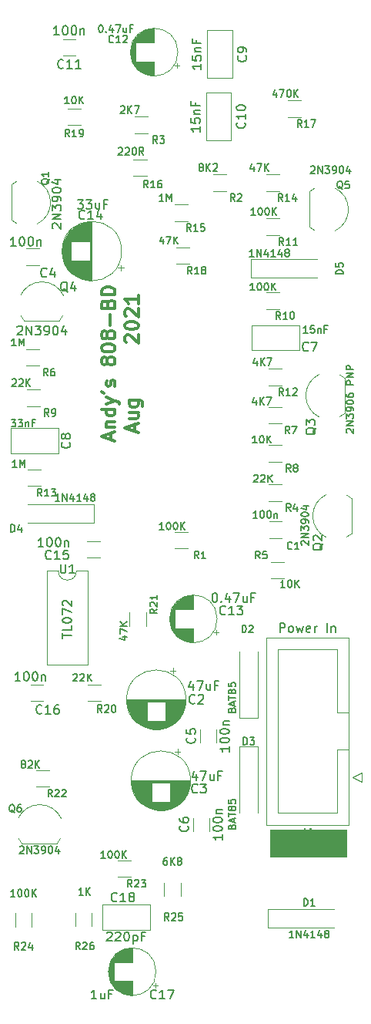
<source format=gbr>
%TF.GenerationSoftware,KiCad,Pcbnew,(5.1.9)-1*%
%TF.CreationDate,2021-08-15T07:19:13+01:00*%
%TF.ProjectId,8x8_Kick_Drum,3878385f-4b69-4636-9b5f-4472756d2e6b,rev?*%
%TF.SameCoordinates,Original*%
%TF.FileFunction,Legend,Top*%
%TF.FilePolarity,Positive*%
%FSLAX46Y46*%
G04 Gerber Fmt 4.6, Leading zero omitted, Abs format (unit mm)*
G04 Created by KiCad (PCBNEW (5.1.9)-1) date 2021-08-15 07:19:13*
%MOMM*%
%LPD*%
G01*
G04 APERTURE LIST*
%ADD10C,0.300000*%
%ADD11C,0.100000*%
%ADD12C,0.120000*%
%ADD13C,0.150000*%
G04 APERTURE END LIST*
D10*
X138802000Y-109484857D02*
X138802000Y-108770571D01*
X139230571Y-109627714D02*
X137730571Y-109127714D01*
X139230571Y-108627714D01*
X138230571Y-108127714D02*
X139230571Y-108127714D01*
X138373428Y-108127714D02*
X138302000Y-108056285D01*
X138230571Y-107913428D01*
X138230571Y-107699142D01*
X138302000Y-107556285D01*
X138444857Y-107484857D01*
X139230571Y-107484857D01*
X139230571Y-106127714D02*
X137730571Y-106127714D01*
X139159142Y-106127714D02*
X139230571Y-106270571D01*
X139230571Y-106556285D01*
X139159142Y-106699142D01*
X139087714Y-106770571D01*
X138944857Y-106842000D01*
X138516285Y-106842000D01*
X138373428Y-106770571D01*
X138302000Y-106699142D01*
X138230571Y-106556285D01*
X138230571Y-106270571D01*
X138302000Y-106127714D01*
X138230571Y-105556285D02*
X139230571Y-105199142D01*
X138230571Y-104842000D02*
X139230571Y-105199142D01*
X139587714Y-105342000D01*
X139659142Y-105413428D01*
X139730571Y-105556285D01*
X137730571Y-104199142D02*
X138016285Y-104342000D01*
X139159142Y-103627714D02*
X139230571Y-103484857D01*
X139230571Y-103199142D01*
X139159142Y-103056285D01*
X139016285Y-102984857D01*
X138944857Y-102984857D01*
X138802000Y-103056285D01*
X138730571Y-103199142D01*
X138730571Y-103413428D01*
X138659142Y-103556285D01*
X138516285Y-103627714D01*
X138444857Y-103627714D01*
X138302000Y-103556285D01*
X138230571Y-103413428D01*
X138230571Y-103199142D01*
X138302000Y-103056285D01*
X138373428Y-100984857D02*
X138302000Y-101127714D01*
X138230571Y-101199142D01*
X138087714Y-101270571D01*
X138016285Y-101270571D01*
X137873428Y-101199142D01*
X137802000Y-101127714D01*
X137730571Y-100984857D01*
X137730571Y-100699142D01*
X137802000Y-100556285D01*
X137873428Y-100484857D01*
X138016285Y-100413428D01*
X138087714Y-100413428D01*
X138230571Y-100484857D01*
X138302000Y-100556285D01*
X138373428Y-100699142D01*
X138373428Y-100984857D01*
X138444857Y-101127714D01*
X138516285Y-101199142D01*
X138659142Y-101270571D01*
X138944857Y-101270571D01*
X139087714Y-101199142D01*
X139159142Y-101127714D01*
X139230571Y-100984857D01*
X139230571Y-100699142D01*
X139159142Y-100556285D01*
X139087714Y-100484857D01*
X138944857Y-100413428D01*
X138659142Y-100413428D01*
X138516285Y-100484857D01*
X138444857Y-100556285D01*
X138373428Y-100699142D01*
X137730571Y-99484857D02*
X137730571Y-99342000D01*
X137802000Y-99199142D01*
X137873428Y-99127714D01*
X138016285Y-99056285D01*
X138302000Y-98984857D01*
X138659142Y-98984857D01*
X138944857Y-99056285D01*
X139087714Y-99127714D01*
X139159142Y-99199142D01*
X139230571Y-99342000D01*
X139230571Y-99484857D01*
X139159142Y-99627714D01*
X139087714Y-99699142D01*
X138944857Y-99770571D01*
X138659142Y-99842000D01*
X138302000Y-99842000D01*
X138016285Y-99770571D01*
X137873428Y-99699142D01*
X137802000Y-99627714D01*
X137730571Y-99484857D01*
X138373428Y-98127714D02*
X138302000Y-98270571D01*
X138230571Y-98342000D01*
X138087714Y-98413428D01*
X138016285Y-98413428D01*
X137873428Y-98342000D01*
X137802000Y-98270571D01*
X137730571Y-98127714D01*
X137730571Y-97842000D01*
X137802000Y-97699142D01*
X137873428Y-97627714D01*
X138016285Y-97556285D01*
X138087714Y-97556285D01*
X138230571Y-97627714D01*
X138302000Y-97699142D01*
X138373428Y-97842000D01*
X138373428Y-98127714D01*
X138444857Y-98270571D01*
X138516285Y-98342000D01*
X138659142Y-98413428D01*
X138944857Y-98413428D01*
X139087714Y-98342000D01*
X139159142Y-98270571D01*
X139230571Y-98127714D01*
X139230571Y-97842000D01*
X139159142Y-97699142D01*
X139087714Y-97627714D01*
X138944857Y-97556285D01*
X138659142Y-97556285D01*
X138516285Y-97627714D01*
X138444857Y-97699142D01*
X138373428Y-97842000D01*
X138659142Y-96913428D02*
X138659142Y-95770571D01*
X138444857Y-94556285D02*
X138516285Y-94342000D01*
X138587714Y-94270571D01*
X138730571Y-94199142D01*
X138944857Y-94199142D01*
X139087714Y-94270571D01*
X139159142Y-94342000D01*
X139230571Y-94484857D01*
X139230571Y-95056285D01*
X137730571Y-95056285D01*
X137730571Y-94556285D01*
X137802000Y-94413428D01*
X137873428Y-94342000D01*
X138016285Y-94270571D01*
X138159142Y-94270571D01*
X138302000Y-94342000D01*
X138373428Y-94413428D01*
X138444857Y-94556285D01*
X138444857Y-95056285D01*
X139230571Y-93556285D02*
X137730571Y-93556285D01*
X137730571Y-93199142D01*
X137802000Y-92984857D01*
X137944857Y-92842000D01*
X138087714Y-92770571D01*
X138373428Y-92699142D01*
X138587714Y-92699142D01*
X138873428Y-92770571D01*
X139016285Y-92842000D01*
X139159142Y-92984857D01*
X139230571Y-93199142D01*
X139230571Y-93556285D01*
X141352000Y-108520571D02*
X141352000Y-107806285D01*
X141780571Y-108663428D02*
X140280571Y-108163428D01*
X141780571Y-107663428D01*
X140780571Y-106520571D02*
X141780571Y-106520571D01*
X140780571Y-107163428D02*
X141566285Y-107163428D01*
X141709142Y-107092000D01*
X141780571Y-106949142D01*
X141780571Y-106734857D01*
X141709142Y-106592000D01*
X141637714Y-106520571D01*
X140780571Y-105163428D02*
X141994857Y-105163428D01*
X142137714Y-105234857D01*
X142209142Y-105306285D01*
X142280571Y-105449142D01*
X142280571Y-105663428D01*
X142209142Y-105806285D01*
X141709142Y-105163428D02*
X141780571Y-105306285D01*
X141780571Y-105592000D01*
X141709142Y-105734857D01*
X141637714Y-105806285D01*
X141494857Y-105877714D01*
X141066285Y-105877714D01*
X140923428Y-105806285D01*
X140852000Y-105734857D01*
X140780571Y-105592000D01*
X140780571Y-105306285D01*
X140852000Y-105163428D01*
X140423428Y-98806285D02*
X140352000Y-98734857D01*
X140280571Y-98592000D01*
X140280571Y-98234857D01*
X140352000Y-98092000D01*
X140423428Y-98020571D01*
X140566285Y-97949142D01*
X140709142Y-97949142D01*
X140923428Y-98020571D01*
X141780571Y-98877714D01*
X141780571Y-97949142D01*
X140280571Y-97020571D02*
X140280571Y-96877714D01*
X140352000Y-96734857D01*
X140423428Y-96663428D01*
X140566285Y-96592000D01*
X140852000Y-96520571D01*
X141209142Y-96520571D01*
X141494857Y-96592000D01*
X141637714Y-96663428D01*
X141709142Y-96734857D01*
X141780571Y-96877714D01*
X141780571Y-97020571D01*
X141709142Y-97163428D01*
X141637714Y-97234857D01*
X141494857Y-97306285D01*
X141209142Y-97377714D01*
X140852000Y-97377714D01*
X140566285Y-97306285D01*
X140423428Y-97234857D01*
X140352000Y-97163428D01*
X140280571Y-97020571D01*
X140423428Y-95949142D02*
X140352000Y-95877714D01*
X140280571Y-95734857D01*
X140280571Y-95377714D01*
X140352000Y-95234857D01*
X140423428Y-95163428D01*
X140566285Y-95092000D01*
X140709142Y-95092000D01*
X140923428Y-95163428D01*
X141780571Y-96020571D01*
X141780571Y-95092000D01*
X141780571Y-93663428D02*
X141780571Y-94520571D01*
X141780571Y-94092000D02*
X140280571Y-94092000D01*
X140494857Y-94234857D01*
X140637714Y-94377714D01*
X140709142Y-94520571D01*
D11*
G36*
X164714778Y-155256774D02*
G01*
X156332778Y-155256774D01*
X156332778Y-152335774D01*
X164714778Y-152335774D01*
X164714778Y-155256774D01*
G37*
X164714778Y-155256774D02*
X156332778Y-155256774D01*
X156332778Y-152335774D01*
X164714778Y-152335774D01*
X164714778Y-155256774D01*
D12*
%TO.C,R26*%
X134853000Y-161425936D02*
X134853000Y-162880064D01*
X136673000Y-161425936D02*
X136673000Y-162880064D01*
%TO.C,R25*%
X144632000Y-158123936D02*
X144632000Y-159578064D01*
X146452000Y-158123936D02*
X146452000Y-159578064D01*
%TO.C,R24*%
X128249000Y-161477936D02*
X128249000Y-162932064D01*
X130069000Y-161477936D02*
X130069000Y-162932064D01*
%TO.C,R23*%
X140961064Y-155681000D02*
X139506936Y-155681000D01*
X140961064Y-157501000D02*
X139506936Y-157501000D01*
%TO.C,R22*%
X130564936Y-147595000D02*
X132019064Y-147595000D01*
X130564936Y-145775000D02*
X132019064Y-145775000D01*
%TO.C,R21*%
X142642000Y-129912064D02*
X142642000Y-128457936D01*
X140822000Y-129912064D02*
X140822000Y-128457936D01*
%TO.C,R20*%
X137659064Y-136377000D02*
X136204936Y-136377000D01*
X137659064Y-138197000D02*
X136204936Y-138197000D01*
%TO.C,R19*%
X135448064Y-73131000D02*
X133993936Y-73131000D01*
X135448064Y-74951000D02*
X133993936Y-74951000D01*
%TO.C,R18*%
X147412064Y-88371000D02*
X145957936Y-88371000D01*
X147412064Y-90191000D02*
X145957936Y-90191000D01*
%TO.C,R17*%
X158250936Y-74062000D02*
X159705064Y-74062000D01*
X158250936Y-72242000D02*
X159705064Y-72242000D01*
%TO.C,R16*%
X142713064Y-78719000D02*
X141258936Y-78719000D01*
X142713064Y-80539000D02*
X141258936Y-80539000D01*
%TO.C,R15*%
X147259064Y-83672000D02*
X145804936Y-83672000D01*
X147259064Y-85492000D02*
X145804936Y-85492000D01*
%TO.C,R14*%
X155889936Y-82190000D02*
X157344064Y-82190000D01*
X155889936Y-80370000D02*
X157344064Y-80370000D01*
%TO.C,R13*%
X131055064Y-112755000D02*
X129600936Y-112755000D01*
X131055064Y-114575000D02*
X129600936Y-114575000D01*
%TO.C,R12*%
X156091936Y-103526000D02*
X157546064Y-103526000D01*
X156091936Y-101706000D02*
X157546064Y-101706000D01*
%TO.C,R11*%
X157344064Y-85196000D02*
X155889936Y-85196000D01*
X157344064Y-87016000D02*
X155889936Y-87016000D01*
%TO.C,R10*%
X157292064Y-93324000D02*
X155837936Y-93324000D01*
X157292064Y-95144000D02*
X155837936Y-95144000D01*
%TO.C,R9*%
X129548936Y-105812000D02*
X131003064Y-105812000D01*
X129548936Y-103992000D02*
X131003064Y-103992000D01*
%TO.C,R8*%
X156143936Y-111908000D02*
X157598064Y-111908000D01*
X156143936Y-110088000D02*
X157598064Y-110088000D01*
%TO.C,R7*%
X157598064Y-105897000D02*
X156143936Y-105897000D01*
X157598064Y-107717000D02*
X156143936Y-107717000D01*
%TO.C,R6*%
X129473936Y-101367000D02*
X130928064Y-101367000D01*
X129473936Y-99547000D02*
X130928064Y-99547000D01*
%TO.C,R5*%
X156371936Y-124735000D02*
X157826064Y-124735000D01*
X156371936Y-122915000D02*
X157826064Y-122915000D01*
%TO.C,R4*%
X156143936Y-116226000D02*
X157598064Y-116226000D01*
X156143936Y-114406000D02*
X157598064Y-114406000D01*
%TO.C,R3*%
X141411936Y-75840000D02*
X142866064Y-75840000D01*
X141411936Y-74020000D02*
X142866064Y-74020000D01*
%TO.C,R2*%
X150021936Y-82190000D02*
X151476064Y-82190000D01*
X150021936Y-80370000D02*
X151476064Y-80370000D01*
%TO.C,R1*%
X147259064Y-119613000D02*
X145804936Y-119613000D01*
X147259064Y-121433000D02*
X145804936Y-121433000D01*
%TO.C,D5*%
X154156000Y-91678000D02*
X161456000Y-91678000D01*
X154156000Y-89678000D02*
X154156000Y-91678000D01*
X161456000Y-89678000D02*
X154156000Y-89678000D01*
%TO.C,D4*%
X136928000Y-116602000D02*
X129628000Y-116602000D01*
X136928000Y-118602000D02*
X136928000Y-116602000D01*
X129628000Y-118602000D02*
X136928000Y-118602000D01*
%TO.C,D3*%
X152924000Y-143151000D02*
X152924000Y-150451000D01*
X154924000Y-143151000D02*
X152924000Y-143151000D01*
X154924000Y-150451000D02*
X154924000Y-143151000D01*
%TO.C,D2*%
X154924000Y-140059000D02*
X154924000Y-132759000D01*
X152924000Y-140059000D02*
X154924000Y-140059000D01*
X152924000Y-132759000D02*
X152924000Y-140059000D01*
%TO.C,D1*%
X156022000Y-163052000D02*
X163322000Y-163052000D01*
X156022000Y-161052000D02*
X156022000Y-163052000D01*
X163322000Y-161052000D02*
X156022000Y-161052000D01*
%TO.C,C17*%
X143733000Y-167894000D02*
G75*
G03*
X143733000Y-167894000I-2620000J0D01*
G01*
X141113000Y-166854000D02*
X141113000Y-165314000D01*
X141113000Y-170474000D02*
X141113000Y-168934000D01*
X141073000Y-166854000D02*
X141073000Y-165314000D01*
X141073000Y-170474000D02*
X141073000Y-168934000D01*
X141033000Y-170473000D02*
X141033000Y-168934000D01*
X141033000Y-166854000D02*
X141033000Y-165315000D01*
X140993000Y-170472000D02*
X140993000Y-168934000D01*
X140993000Y-166854000D02*
X140993000Y-165316000D01*
X140953000Y-170470000D02*
X140953000Y-168934000D01*
X140953000Y-166854000D02*
X140953000Y-165318000D01*
X140913000Y-170467000D02*
X140913000Y-168934000D01*
X140913000Y-166854000D02*
X140913000Y-165321000D01*
X140873000Y-170463000D02*
X140873000Y-168934000D01*
X140873000Y-166854000D02*
X140873000Y-165325000D01*
X140833000Y-170459000D02*
X140833000Y-168934000D01*
X140833000Y-166854000D02*
X140833000Y-165329000D01*
X140793000Y-170455000D02*
X140793000Y-168934000D01*
X140793000Y-166854000D02*
X140793000Y-165333000D01*
X140753000Y-170450000D02*
X140753000Y-168934000D01*
X140753000Y-166854000D02*
X140753000Y-165338000D01*
X140713000Y-170444000D02*
X140713000Y-168934000D01*
X140713000Y-166854000D02*
X140713000Y-165344000D01*
X140673000Y-170437000D02*
X140673000Y-168934000D01*
X140673000Y-166854000D02*
X140673000Y-165351000D01*
X140633000Y-170430000D02*
X140633000Y-168934000D01*
X140633000Y-166854000D02*
X140633000Y-165358000D01*
X140593000Y-170422000D02*
X140593000Y-168934000D01*
X140593000Y-166854000D02*
X140593000Y-165366000D01*
X140553000Y-170414000D02*
X140553000Y-168934000D01*
X140553000Y-166854000D02*
X140553000Y-165374000D01*
X140513000Y-170405000D02*
X140513000Y-168934000D01*
X140513000Y-166854000D02*
X140513000Y-165383000D01*
X140473000Y-170395000D02*
X140473000Y-168934000D01*
X140473000Y-166854000D02*
X140473000Y-165393000D01*
X140433000Y-170385000D02*
X140433000Y-168934000D01*
X140433000Y-166854000D02*
X140433000Y-165403000D01*
X140392000Y-170374000D02*
X140392000Y-168934000D01*
X140392000Y-166854000D02*
X140392000Y-165414000D01*
X140352000Y-170362000D02*
X140352000Y-168934000D01*
X140352000Y-166854000D02*
X140352000Y-165426000D01*
X140312000Y-170349000D02*
X140312000Y-168934000D01*
X140312000Y-166854000D02*
X140312000Y-165439000D01*
X140272000Y-170336000D02*
X140272000Y-168934000D01*
X140272000Y-166854000D02*
X140272000Y-165452000D01*
X140232000Y-170322000D02*
X140232000Y-168934000D01*
X140232000Y-166854000D02*
X140232000Y-165466000D01*
X140192000Y-170308000D02*
X140192000Y-168934000D01*
X140192000Y-166854000D02*
X140192000Y-165480000D01*
X140152000Y-170292000D02*
X140152000Y-168934000D01*
X140152000Y-166854000D02*
X140152000Y-165496000D01*
X140112000Y-170276000D02*
X140112000Y-168934000D01*
X140112000Y-166854000D02*
X140112000Y-165512000D01*
X140072000Y-170259000D02*
X140072000Y-168934000D01*
X140072000Y-166854000D02*
X140072000Y-165529000D01*
X140032000Y-170242000D02*
X140032000Y-168934000D01*
X140032000Y-166854000D02*
X140032000Y-165546000D01*
X139992000Y-170223000D02*
X139992000Y-168934000D01*
X139992000Y-166854000D02*
X139992000Y-165565000D01*
X139952000Y-170204000D02*
X139952000Y-168934000D01*
X139952000Y-166854000D02*
X139952000Y-165584000D01*
X139912000Y-170184000D02*
X139912000Y-168934000D01*
X139912000Y-166854000D02*
X139912000Y-165604000D01*
X139872000Y-170162000D02*
X139872000Y-168934000D01*
X139872000Y-166854000D02*
X139872000Y-165626000D01*
X139832000Y-170141000D02*
X139832000Y-168934000D01*
X139832000Y-166854000D02*
X139832000Y-165647000D01*
X139792000Y-170118000D02*
X139792000Y-168934000D01*
X139792000Y-166854000D02*
X139792000Y-165670000D01*
X139752000Y-170094000D02*
X139752000Y-168934000D01*
X139752000Y-166854000D02*
X139752000Y-165694000D01*
X139712000Y-170069000D02*
X139712000Y-168934000D01*
X139712000Y-166854000D02*
X139712000Y-165719000D01*
X139672000Y-170043000D02*
X139672000Y-168934000D01*
X139672000Y-166854000D02*
X139672000Y-165745000D01*
X139632000Y-170016000D02*
X139632000Y-168934000D01*
X139632000Y-166854000D02*
X139632000Y-165772000D01*
X139592000Y-169989000D02*
X139592000Y-168934000D01*
X139592000Y-166854000D02*
X139592000Y-165799000D01*
X139552000Y-169959000D02*
X139552000Y-168934000D01*
X139552000Y-166854000D02*
X139552000Y-165829000D01*
X139512000Y-169929000D02*
X139512000Y-168934000D01*
X139512000Y-166854000D02*
X139512000Y-165859000D01*
X139472000Y-169898000D02*
X139472000Y-168934000D01*
X139472000Y-166854000D02*
X139472000Y-165890000D01*
X139432000Y-169865000D02*
X139432000Y-168934000D01*
X139432000Y-166854000D02*
X139432000Y-165923000D01*
X139392000Y-169831000D02*
X139392000Y-168934000D01*
X139392000Y-166854000D02*
X139392000Y-165957000D01*
X139352000Y-169795000D02*
X139352000Y-168934000D01*
X139352000Y-166854000D02*
X139352000Y-165993000D01*
X139312000Y-169758000D02*
X139312000Y-168934000D01*
X139312000Y-166854000D02*
X139312000Y-166030000D01*
X139272000Y-169720000D02*
X139272000Y-168934000D01*
X139272000Y-166854000D02*
X139272000Y-166068000D01*
X139232000Y-169679000D02*
X139232000Y-168934000D01*
X139232000Y-166854000D02*
X139232000Y-166109000D01*
X139192000Y-169637000D02*
X139192000Y-168934000D01*
X139192000Y-166854000D02*
X139192000Y-166151000D01*
X139152000Y-169593000D02*
X139152000Y-168934000D01*
X139152000Y-166854000D02*
X139152000Y-166195000D01*
X139112000Y-169547000D02*
X139112000Y-168934000D01*
X139112000Y-166854000D02*
X139112000Y-166241000D01*
X139072000Y-169499000D02*
X139072000Y-166289000D01*
X139032000Y-169448000D02*
X139032000Y-166340000D01*
X138992000Y-169394000D02*
X138992000Y-166394000D01*
X138952000Y-169337000D02*
X138952000Y-166451000D01*
X138912000Y-169277000D02*
X138912000Y-166511000D01*
X138872000Y-169213000D02*
X138872000Y-166575000D01*
X138832000Y-169145000D02*
X138832000Y-166643000D01*
X138792000Y-169072000D02*
X138792000Y-166716000D01*
X138752000Y-168992000D02*
X138752000Y-166796000D01*
X138712000Y-168905000D02*
X138712000Y-166883000D01*
X138672000Y-168809000D02*
X138672000Y-166979000D01*
X138632000Y-168699000D02*
X138632000Y-167089000D01*
X138592000Y-168571000D02*
X138592000Y-167217000D01*
X138552000Y-168412000D02*
X138552000Y-167376000D01*
X138512000Y-168178000D02*
X138512000Y-167610000D01*
X143917775Y-169369000D02*
X143417775Y-169369000D01*
X143667775Y-169619000D02*
X143667775Y-169119000D01*
%TO.C,C13*%
X150464000Y-129159000D02*
G75*
G03*
X150464000Y-129159000I-2620000J0D01*
G01*
X147844000Y-128119000D02*
X147844000Y-126579000D01*
X147844000Y-131739000D02*
X147844000Y-130199000D01*
X147804000Y-128119000D02*
X147804000Y-126579000D01*
X147804000Y-131739000D02*
X147804000Y-130199000D01*
X147764000Y-131738000D02*
X147764000Y-130199000D01*
X147764000Y-128119000D02*
X147764000Y-126580000D01*
X147724000Y-131737000D02*
X147724000Y-130199000D01*
X147724000Y-128119000D02*
X147724000Y-126581000D01*
X147684000Y-131735000D02*
X147684000Y-130199000D01*
X147684000Y-128119000D02*
X147684000Y-126583000D01*
X147644000Y-131732000D02*
X147644000Y-130199000D01*
X147644000Y-128119000D02*
X147644000Y-126586000D01*
X147604000Y-131728000D02*
X147604000Y-130199000D01*
X147604000Y-128119000D02*
X147604000Y-126590000D01*
X147564000Y-131724000D02*
X147564000Y-130199000D01*
X147564000Y-128119000D02*
X147564000Y-126594000D01*
X147524000Y-131720000D02*
X147524000Y-130199000D01*
X147524000Y-128119000D02*
X147524000Y-126598000D01*
X147484000Y-131715000D02*
X147484000Y-130199000D01*
X147484000Y-128119000D02*
X147484000Y-126603000D01*
X147444000Y-131709000D02*
X147444000Y-130199000D01*
X147444000Y-128119000D02*
X147444000Y-126609000D01*
X147404000Y-131702000D02*
X147404000Y-130199000D01*
X147404000Y-128119000D02*
X147404000Y-126616000D01*
X147364000Y-131695000D02*
X147364000Y-130199000D01*
X147364000Y-128119000D02*
X147364000Y-126623000D01*
X147324000Y-131687000D02*
X147324000Y-130199000D01*
X147324000Y-128119000D02*
X147324000Y-126631000D01*
X147284000Y-131679000D02*
X147284000Y-130199000D01*
X147284000Y-128119000D02*
X147284000Y-126639000D01*
X147244000Y-131670000D02*
X147244000Y-130199000D01*
X147244000Y-128119000D02*
X147244000Y-126648000D01*
X147204000Y-131660000D02*
X147204000Y-130199000D01*
X147204000Y-128119000D02*
X147204000Y-126658000D01*
X147164000Y-131650000D02*
X147164000Y-130199000D01*
X147164000Y-128119000D02*
X147164000Y-126668000D01*
X147123000Y-131639000D02*
X147123000Y-130199000D01*
X147123000Y-128119000D02*
X147123000Y-126679000D01*
X147083000Y-131627000D02*
X147083000Y-130199000D01*
X147083000Y-128119000D02*
X147083000Y-126691000D01*
X147043000Y-131614000D02*
X147043000Y-130199000D01*
X147043000Y-128119000D02*
X147043000Y-126704000D01*
X147003000Y-131601000D02*
X147003000Y-130199000D01*
X147003000Y-128119000D02*
X147003000Y-126717000D01*
X146963000Y-131587000D02*
X146963000Y-130199000D01*
X146963000Y-128119000D02*
X146963000Y-126731000D01*
X146923000Y-131573000D02*
X146923000Y-130199000D01*
X146923000Y-128119000D02*
X146923000Y-126745000D01*
X146883000Y-131557000D02*
X146883000Y-130199000D01*
X146883000Y-128119000D02*
X146883000Y-126761000D01*
X146843000Y-131541000D02*
X146843000Y-130199000D01*
X146843000Y-128119000D02*
X146843000Y-126777000D01*
X146803000Y-131524000D02*
X146803000Y-130199000D01*
X146803000Y-128119000D02*
X146803000Y-126794000D01*
X146763000Y-131507000D02*
X146763000Y-130199000D01*
X146763000Y-128119000D02*
X146763000Y-126811000D01*
X146723000Y-131488000D02*
X146723000Y-130199000D01*
X146723000Y-128119000D02*
X146723000Y-126830000D01*
X146683000Y-131469000D02*
X146683000Y-130199000D01*
X146683000Y-128119000D02*
X146683000Y-126849000D01*
X146643000Y-131449000D02*
X146643000Y-130199000D01*
X146643000Y-128119000D02*
X146643000Y-126869000D01*
X146603000Y-131427000D02*
X146603000Y-130199000D01*
X146603000Y-128119000D02*
X146603000Y-126891000D01*
X146563000Y-131406000D02*
X146563000Y-130199000D01*
X146563000Y-128119000D02*
X146563000Y-126912000D01*
X146523000Y-131383000D02*
X146523000Y-130199000D01*
X146523000Y-128119000D02*
X146523000Y-126935000D01*
X146483000Y-131359000D02*
X146483000Y-130199000D01*
X146483000Y-128119000D02*
X146483000Y-126959000D01*
X146443000Y-131334000D02*
X146443000Y-130199000D01*
X146443000Y-128119000D02*
X146443000Y-126984000D01*
X146403000Y-131308000D02*
X146403000Y-130199000D01*
X146403000Y-128119000D02*
X146403000Y-127010000D01*
X146363000Y-131281000D02*
X146363000Y-130199000D01*
X146363000Y-128119000D02*
X146363000Y-127037000D01*
X146323000Y-131254000D02*
X146323000Y-130199000D01*
X146323000Y-128119000D02*
X146323000Y-127064000D01*
X146283000Y-131224000D02*
X146283000Y-130199000D01*
X146283000Y-128119000D02*
X146283000Y-127094000D01*
X146243000Y-131194000D02*
X146243000Y-130199000D01*
X146243000Y-128119000D02*
X146243000Y-127124000D01*
X146203000Y-131163000D02*
X146203000Y-130199000D01*
X146203000Y-128119000D02*
X146203000Y-127155000D01*
X146163000Y-131130000D02*
X146163000Y-130199000D01*
X146163000Y-128119000D02*
X146163000Y-127188000D01*
X146123000Y-131096000D02*
X146123000Y-130199000D01*
X146123000Y-128119000D02*
X146123000Y-127222000D01*
X146083000Y-131060000D02*
X146083000Y-130199000D01*
X146083000Y-128119000D02*
X146083000Y-127258000D01*
X146043000Y-131023000D02*
X146043000Y-130199000D01*
X146043000Y-128119000D02*
X146043000Y-127295000D01*
X146003000Y-130985000D02*
X146003000Y-130199000D01*
X146003000Y-128119000D02*
X146003000Y-127333000D01*
X145963000Y-130944000D02*
X145963000Y-130199000D01*
X145963000Y-128119000D02*
X145963000Y-127374000D01*
X145923000Y-130902000D02*
X145923000Y-130199000D01*
X145923000Y-128119000D02*
X145923000Y-127416000D01*
X145883000Y-130858000D02*
X145883000Y-130199000D01*
X145883000Y-128119000D02*
X145883000Y-127460000D01*
X145843000Y-130812000D02*
X145843000Y-130199000D01*
X145843000Y-128119000D02*
X145843000Y-127506000D01*
X145803000Y-130764000D02*
X145803000Y-127554000D01*
X145763000Y-130713000D02*
X145763000Y-127605000D01*
X145723000Y-130659000D02*
X145723000Y-127659000D01*
X145683000Y-130602000D02*
X145683000Y-127716000D01*
X145643000Y-130542000D02*
X145643000Y-127776000D01*
X145603000Y-130478000D02*
X145603000Y-127840000D01*
X145563000Y-130410000D02*
X145563000Y-127908000D01*
X145523000Y-130337000D02*
X145523000Y-127981000D01*
X145483000Y-130257000D02*
X145483000Y-128061000D01*
X145443000Y-130170000D02*
X145443000Y-128148000D01*
X145403000Y-130074000D02*
X145403000Y-128244000D01*
X145363000Y-129964000D02*
X145363000Y-128354000D01*
X145323000Y-129836000D02*
X145323000Y-128482000D01*
X145283000Y-129677000D02*
X145283000Y-128641000D01*
X145243000Y-129443000D02*
X145243000Y-128875000D01*
X150648775Y-130634000D02*
X150148775Y-130634000D01*
X150398775Y-130884000D02*
X150398775Y-130384000D01*
%TO.C,C12*%
X146146000Y-66929000D02*
G75*
G03*
X146146000Y-66929000I-2620000J0D01*
G01*
X143526000Y-65889000D02*
X143526000Y-64349000D01*
X143526000Y-69509000D02*
X143526000Y-67969000D01*
X143486000Y-65889000D02*
X143486000Y-64349000D01*
X143486000Y-69509000D02*
X143486000Y-67969000D01*
X143446000Y-69508000D02*
X143446000Y-67969000D01*
X143446000Y-65889000D02*
X143446000Y-64350000D01*
X143406000Y-69507000D02*
X143406000Y-67969000D01*
X143406000Y-65889000D02*
X143406000Y-64351000D01*
X143366000Y-69505000D02*
X143366000Y-67969000D01*
X143366000Y-65889000D02*
X143366000Y-64353000D01*
X143326000Y-69502000D02*
X143326000Y-67969000D01*
X143326000Y-65889000D02*
X143326000Y-64356000D01*
X143286000Y-69498000D02*
X143286000Y-67969000D01*
X143286000Y-65889000D02*
X143286000Y-64360000D01*
X143246000Y-69494000D02*
X143246000Y-67969000D01*
X143246000Y-65889000D02*
X143246000Y-64364000D01*
X143206000Y-69490000D02*
X143206000Y-67969000D01*
X143206000Y-65889000D02*
X143206000Y-64368000D01*
X143166000Y-69485000D02*
X143166000Y-67969000D01*
X143166000Y-65889000D02*
X143166000Y-64373000D01*
X143126000Y-69479000D02*
X143126000Y-67969000D01*
X143126000Y-65889000D02*
X143126000Y-64379000D01*
X143086000Y-69472000D02*
X143086000Y-67969000D01*
X143086000Y-65889000D02*
X143086000Y-64386000D01*
X143046000Y-69465000D02*
X143046000Y-67969000D01*
X143046000Y-65889000D02*
X143046000Y-64393000D01*
X143006000Y-69457000D02*
X143006000Y-67969000D01*
X143006000Y-65889000D02*
X143006000Y-64401000D01*
X142966000Y-69449000D02*
X142966000Y-67969000D01*
X142966000Y-65889000D02*
X142966000Y-64409000D01*
X142926000Y-69440000D02*
X142926000Y-67969000D01*
X142926000Y-65889000D02*
X142926000Y-64418000D01*
X142886000Y-69430000D02*
X142886000Y-67969000D01*
X142886000Y-65889000D02*
X142886000Y-64428000D01*
X142846000Y-69420000D02*
X142846000Y-67969000D01*
X142846000Y-65889000D02*
X142846000Y-64438000D01*
X142805000Y-69409000D02*
X142805000Y-67969000D01*
X142805000Y-65889000D02*
X142805000Y-64449000D01*
X142765000Y-69397000D02*
X142765000Y-67969000D01*
X142765000Y-65889000D02*
X142765000Y-64461000D01*
X142725000Y-69384000D02*
X142725000Y-67969000D01*
X142725000Y-65889000D02*
X142725000Y-64474000D01*
X142685000Y-69371000D02*
X142685000Y-67969000D01*
X142685000Y-65889000D02*
X142685000Y-64487000D01*
X142645000Y-69357000D02*
X142645000Y-67969000D01*
X142645000Y-65889000D02*
X142645000Y-64501000D01*
X142605000Y-69343000D02*
X142605000Y-67969000D01*
X142605000Y-65889000D02*
X142605000Y-64515000D01*
X142565000Y-69327000D02*
X142565000Y-67969000D01*
X142565000Y-65889000D02*
X142565000Y-64531000D01*
X142525000Y-69311000D02*
X142525000Y-67969000D01*
X142525000Y-65889000D02*
X142525000Y-64547000D01*
X142485000Y-69294000D02*
X142485000Y-67969000D01*
X142485000Y-65889000D02*
X142485000Y-64564000D01*
X142445000Y-69277000D02*
X142445000Y-67969000D01*
X142445000Y-65889000D02*
X142445000Y-64581000D01*
X142405000Y-69258000D02*
X142405000Y-67969000D01*
X142405000Y-65889000D02*
X142405000Y-64600000D01*
X142365000Y-69239000D02*
X142365000Y-67969000D01*
X142365000Y-65889000D02*
X142365000Y-64619000D01*
X142325000Y-69219000D02*
X142325000Y-67969000D01*
X142325000Y-65889000D02*
X142325000Y-64639000D01*
X142285000Y-69197000D02*
X142285000Y-67969000D01*
X142285000Y-65889000D02*
X142285000Y-64661000D01*
X142245000Y-69176000D02*
X142245000Y-67969000D01*
X142245000Y-65889000D02*
X142245000Y-64682000D01*
X142205000Y-69153000D02*
X142205000Y-67969000D01*
X142205000Y-65889000D02*
X142205000Y-64705000D01*
X142165000Y-69129000D02*
X142165000Y-67969000D01*
X142165000Y-65889000D02*
X142165000Y-64729000D01*
X142125000Y-69104000D02*
X142125000Y-67969000D01*
X142125000Y-65889000D02*
X142125000Y-64754000D01*
X142085000Y-69078000D02*
X142085000Y-67969000D01*
X142085000Y-65889000D02*
X142085000Y-64780000D01*
X142045000Y-69051000D02*
X142045000Y-67969000D01*
X142045000Y-65889000D02*
X142045000Y-64807000D01*
X142005000Y-69024000D02*
X142005000Y-67969000D01*
X142005000Y-65889000D02*
X142005000Y-64834000D01*
X141965000Y-68994000D02*
X141965000Y-67969000D01*
X141965000Y-65889000D02*
X141965000Y-64864000D01*
X141925000Y-68964000D02*
X141925000Y-67969000D01*
X141925000Y-65889000D02*
X141925000Y-64894000D01*
X141885000Y-68933000D02*
X141885000Y-67969000D01*
X141885000Y-65889000D02*
X141885000Y-64925000D01*
X141845000Y-68900000D02*
X141845000Y-67969000D01*
X141845000Y-65889000D02*
X141845000Y-64958000D01*
X141805000Y-68866000D02*
X141805000Y-67969000D01*
X141805000Y-65889000D02*
X141805000Y-64992000D01*
X141765000Y-68830000D02*
X141765000Y-67969000D01*
X141765000Y-65889000D02*
X141765000Y-65028000D01*
X141725000Y-68793000D02*
X141725000Y-67969000D01*
X141725000Y-65889000D02*
X141725000Y-65065000D01*
X141685000Y-68755000D02*
X141685000Y-67969000D01*
X141685000Y-65889000D02*
X141685000Y-65103000D01*
X141645000Y-68714000D02*
X141645000Y-67969000D01*
X141645000Y-65889000D02*
X141645000Y-65144000D01*
X141605000Y-68672000D02*
X141605000Y-67969000D01*
X141605000Y-65889000D02*
X141605000Y-65186000D01*
X141565000Y-68628000D02*
X141565000Y-67969000D01*
X141565000Y-65889000D02*
X141565000Y-65230000D01*
X141525000Y-68582000D02*
X141525000Y-67969000D01*
X141525000Y-65889000D02*
X141525000Y-65276000D01*
X141485000Y-68534000D02*
X141485000Y-65324000D01*
X141445000Y-68483000D02*
X141445000Y-65375000D01*
X141405000Y-68429000D02*
X141405000Y-65429000D01*
X141365000Y-68372000D02*
X141365000Y-65486000D01*
X141325000Y-68312000D02*
X141325000Y-65546000D01*
X141285000Y-68248000D02*
X141285000Y-65610000D01*
X141245000Y-68180000D02*
X141245000Y-65678000D01*
X141205000Y-68107000D02*
X141205000Y-65751000D01*
X141165000Y-68027000D02*
X141165000Y-65831000D01*
X141125000Y-67940000D02*
X141125000Y-65918000D01*
X141085000Y-67844000D02*
X141085000Y-66014000D01*
X141045000Y-67734000D02*
X141045000Y-66124000D01*
X141005000Y-67606000D02*
X141005000Y-66252000D01*
X140965000Y-67447000D02*
X140965000Y-66411000D01*
X140925000Y-67213000D02*
X140925000Y-66645000D01*
X146330775Y-68404000D02*
X145830775Y-68404000D01*
X146080775Y-68654000D02*
X146080775Y-68154000D01*
%TO.C,C3*%
X147542000Y-146919000D02*
G75*
G03*
X147542000Y-146919000I-3270000J0D01*
G01*
X147502000Y-146919000D02*
X141042000Y-146919000D01*
X147502000Y-146959000D02*
X141042000Y-146959000D01*
X147502000Y-146999000D02*
X141042000Y-146999000D01*
X147500000Y-147039000D02*
X141044000Y-147039000D01*
X147499000Y-147079000D02*
X141045000Y-147079000D01*
X147496000Y-147119000D02*
X141048000Y-147119000D01*
X147494000Y-147159000D02*
X145312000Y-147159000D01*
X143232000Y-147159000D02*
X141050000Y-147159000D01*
X147490000Y-147199000D02*
X145312000Y-147199000D01*
X143232000Y-147199000D02*
X141054000Y-147199000D01*
X147487000Y-147239000D02*
X145312000Y-147239000D01*
X143232000Y-147239000D02*
X141057000Y-147239000D01*
X147483000Y-147279000D02*
X145312000Y-147279000D01*
X143232000Y-147279000D02*
X141061000Y-147279000D01*
X147478000Y-147319000D02*
X145312000Y-147319000D01*
X143232000Y-147319000D02*
X141066000Y-147319000D01*
X147473000Y-147359000D02*
X145312000Y-147359000D01*
X143232000Y-147359000D02*
X141071000Y-147359000D01*
X147467000Y-147399000D02*
X145312000Y-147399000D01*
X143232000Y-147399000D02*
X141077000Y-147399000D01*
X147461000Y-147439000D02*
X145312000Y-147439000D01*
X143232000Y-147439000D02*
X141083000Y-147439000D01*
X147454000Y-147479000D02*
X145312000Y-147479000D01*
X143232000Y-147479000D02*
X141090000Y-147479000D01*
X147447000Y-147519000D02*
X145312000Y-147519000D01*
X143232000Y-147519000D02*
X141097000Y-147519000D01*
X147439000Y-147559000D02*
X145312000Y-147559000D01*
X143232000Y-147559000D02*
X141105000Y-147559000D01*
X147431000Y-147599000D02*
X145312000Y-147599000D01*
X143232000Y-147599000D02*
X141113000Y-147599000D01*
X147422000Y-147640000D02*
X145312000Y-147640000D01*
X143232000Y-147640000D02*
X141122000Y-147640000D01*
X147413000Y-147680000D02*
X145312000Y-147680000D01*
X143232000Y-147680000D02*
X141131000Y-147680000D01*
X147403000Y-147720000D02*
X145312000Y-147720000D01*
X143232000Y-147720000D02*
X141141000Y-147720000D01*
X147393000Y-147760000D02*
X145312000Y-147760000D01*
X143232000Y-147760000D02*
X141151000Y-147760000D01*
X147382000Y-147800000D02*
X145312000Y-147800000D01*
X143232000Y-147800000D02*
X141162000Y-147800000D01*
X147370000Y-147840000D02*
X145312000Y-147840000D01*
X143232000Y-147840000D02*
X141174000Y-147840000D01*
X147358000Y-147880000D02*
X145312000Y-147880000D01*
X143232000Y-147880000D02*
X141186000Y-147880000D01*
X147346000Y-147920000D02*
X145312000Y-147920000D01*
X143232000Y-147920000D02*
X141198000Y-147920000D01*
X147333000Y-147960000D02*
X145312000Y-147960000D01*
X143232000Y-147960000D02*
X141211000Y-147960000D01*
X147319000Y-148000000D02*
X145312000Y-148000000D01*
X143232000Y-148000000D02*
X141225000Y-148000000D01*
X147305000Y-148040000D02*
X145312000Y-148040000D01*
X143232000Y-148040000D02*
X141239000Y-148040000D01*
X147290000Y-148080000D02*
X145312000Y-148080000D01*
X143232000Y-148080000D02*
X141254000Y-148080000D01*
X147274000Y-148120000D02*
X145312000Y-148120000D01*
X143232000Y-148120000D02*
X141270000Y-148120000D01*
X147258000Y-148160000D02*
X145312000Y-148160000D01*
X143232000Y-148160000D02*
X141286000Y-148160000D01*
X147242000Y-148200000D02*
X145312000Y-148200000D01*
X143232000Y-148200000D02*
X141302000Y-148200000D01*
X147224000Y-148240000D02*
X145312000Y-148240000D01*
X143232000Y-148240000D02*
X141320000Y-148240000D01*
X147206000Y-148280000D02*
X145312000Y-148280000D01*
X143232000Y-148280000D02*
X141338000Y-148280000D01*
X147188000Y-148320000D02*
X145312000Y-148320000D01*
X143232000Y-148320000D02*
X141356000Y-148320000D01*
X147168000Y-148360000D02*
X145312000Y-148360000D01*
X143232000Y-148360000D02*
X141376000Y-148360000D01*
X147148000Y-148400000D02*
X145312000Y-148400000D01*
X143232000Y-148400000D02*
X141396000Y-148400000D01*
X147128000Y-148440000D02*
X145312000Y-148440000D01*
X143232000Y-148440000D02*
X141416000Y-148440000D01*
X147106000Y-148480000D02*
X145312000Y-148480000D01*
X143232000Y-148480000D02*
X141438000Y-148480000D01*
X147084000Y-148520000D02*
X145312000Y-148520000D01*
X143232000Y-148520000D02*
X141460000Y-148520000D01*
X147062000Y-148560000D02*
X145312000Y-148560000D01*
X143232000Y-148560000D02*
X141482000Y-148560000D01*
X147038000Y-148600000D02*
X145312000Y-148600000D01*
X143232000Y-148600000D02*
X141506000Y-148600000D01*
X147014000Y-148640000D02*
X145312000Y-148640000D01*
X143232000Y-148640000D02*
X141530000Y-148640000D01*
X146988000Y-148680000D02*
X145312000Y-148680000D01*
X143232000Y-148680000D02*
X141556000Y-148680000D01*
X146962000Y-148720000D02*
X145312000Y-148720000D01*
X143232000Y-148720000D02*
X141582000Y-148720000D01*
X146936000Y-148760000D02*
X145312000Y-148760000D01*
X143232000Y-148760000D02*
X141608000Y-148760000D01*
X146908000Y-148800000D02*
X145312000Y-148800000D01*
X143232000Y-148800000D02*
X141636000Y-148800000D01*
X146879000Y-148840000D02*
X145312000Y-148840000D01*
X143232000Y-148840000D02*
X141665000Y-148840000D01*
X146850000Y-148880000D02*
X145312000Y-148880000D01*
X143232000Y-148880000D02*
X141694000Y-148880000D01*
X146820000Y-148920000D02*
X145312000Y-148920000D01*
X143232000Y-148920000D02*
X141724000Y-148920000D01*
X146788000Y-148960000D02*
X145312000Y-148960000D01*
X143232000Y-148960000D02*
X141756000Y-148960000D01*
X146756000Y-149000000D02*
X145312000Y-149000000D01*
X143232000Y-149000000D02*
X141788000Y-149000000D01*
X146722000Y-149040000D02*
X145312000Y-149040000D01*
X143232000Y-149040000D02*
X141822000Y-149040000D01*
X146688000Y-149080000D02*
X145312000Y-149080000D01*
X143232000Y-149080000D02*
X141856000Y-149080000D01*
X146652000Y-149120000D02*
X145312000Y-149120000D01*
X143232000Y-149120000D02*
X141892000Y-149120000D01*
X146615000Y-149160000D02*
X145312000Y-149160000D01*
X143232000Y-149160000D02*
X141929000Y-149160000D01*
X146577000Y-149200000D02*
X145312000Y-149200000D01*
X143232000Y-149200000D02*
X141967000Y-149200000D01*
X146537000Y-149240000D02*
X142007000Y-149240000D01*
X146496000Y-149280000D02*
X142048000Y-149280000D01*
X146454000Y-149320000D02*
X142090000Y-149320000D01*
X146409000Y-149360000D02*
X142135000Y-149360000D01*
X146364000Y-149400000D02*
X142180000Y-149400000D01*
X146316000Y-149440000D02*
X142228000Y-149440000D01*
X146267000Y-149480000D02*
X142277000Y-149480000D01*
X146216000Y-149520000D02*
X142328000Y-149520000D01*
X146162000Y-149560000D02*
X142382000Y-149560000D01*
X146106000Y-149600000D02*
X142438000Y-149600000D01*
X146048000Y-149640000D02*
X142496000Y-149640000D01*
X145986000Y-149680000D02*
X142558000Y-149680000D01*
X145922000Y-149720000D02*
X142622000Y-149720000D01*
X145853000Y-149760000D02*
X142691000Y-149760000D01*
X145781000Y-149800000D02*
X142763000Y-149800000D01*
X145704000Y-149840000D02*
X142840000Y-149840000D01*
X145622000Y-149880000D02*
X142922000Y-149880000D01*
X145534000Y-149920000D02*
X143010000Y-149920000D01*
X145437000Y-149960000D02*
X143107000Y-149960000D01*
X145331000Y-150000000D02*
X143213000Y-150000000D01*
X145212000Y-150040000D02*
X143332000Y-150040000D01*
X145074000Y-150080000D02*
X143470000Y-150080000D01*
X144905000Y-150120000D02*
X143639000Y-150120000D01*
X144674000Y-150160000D02*
X143870000Y-150160000D01*
X146111000Y-143418759D02*
X146111000Y-144048759D01*
X146426000Y-143733759D02*
X145796000Y-143733759D01*
%TO.C,C2*%
X147034000Y-138029000D02*
G75*
G03*
X147034000Y-138029000I-3270000J0D01*
G01*
X146994000Y-138029000D02*
X140534000Y-138029000D01*
X146994000Y-138069000D02*
X140534000Y-138069000D01*
X146994000Y-138109000D02*
X140534000Y-138109000D01*
X146992000Y-138149000D02*
X140536000Y-138149000D01*
X146991000Y-138189000D02*
X140537000Y-138189000D01*
X146988000Y-138229000D02*
X140540000Y-138229000D01*
X146986000Y-138269000D02*
X144804000Y-138269000D01*
X142724000Y-138269000D02*
X140542000Y-138269000D01*
X146982000Y-138309000D02*
X144804000Y-138309000D01*
X142724000Y-138309000D02*
X140546000Y-138309000D01*
X146979000Y-138349000D02*
X144804000Y-138349000D01*
X142724000Y-138349000D02*
X140549000Y-138349000D01*
X146975000Y-138389000D02*
X144804000Y-138389000D01*
X142724000Y-138389000D02*
X140553000Y-138389000D01*
X146970000Y-138429000D02*
X144804000Y-138429000D01*
X142724000Y-138429000D02*
X140558000Y-138429000D01*
X146965000Y-138469000D02*
X144804000Y-138469000D01*
X142724000Y-138469000D02*
X140563000Y-138469000D01*
X146959000Y-138509000D02*
X144804000Y-138509000D01*
X142724000Y-138509000D02*
X140569000Y-138509000D01*
X146953000Y-138549000D02*
X144804000Y-138549000D01*
X142724000Y-138549000D02*
X140575000Y-138549000D01*
X146946000Y-138589000D02*
X144804000Y-138589000D01*
X142724000Y-138589000D02*
X140582000Y-138589000D01*
X146939000Y-138629000D02*
X144804000Y-138629000D01*
X142724000Y-138629000D02*
X140589000Y-138629000D01*
X146931000Y-138669000D02*
X144804000Y-138669000D01*
X142724000Y-138669000D02*
X140597000Y-138669000D01*
X146923000Y-138709000D02*
X144804000Y-138709000D01*
X142724000Y-138709000D02*
X140605000Y-138709000D01*
X146914000Y-138750000D02*
X144804000Y-138750000D01*
X142724000Y-138750000D02*
X140614000Y-138750000D01*
X146905000Y-138790000D02*
X144804000Y-138790000D01*
X142724000Y-138790000D02*
X140623000Y-138790000D01*
X146895000Y-138830000D02*
X144804000Y-138830000D01*
X142724000Y-138830000D02*
X140633000Y-138830000D01*
X146885000Y-138870000D02*
X144804000Y-138870000D01*
X142724000Y-138870000D02*
X140643000Y-138870000D01*
X146874000Y-138910000D02*
X144804000Y-138910000D01*
X142724000Y-138910000D02*
X140654000Y-138910000D01*
X146862000Y-138950000D02*
X144804000Y-138950000D01*
X142724000Y-138950000D02*
X140666000Y-138950000D01*
X146850000Y-138990000D02*
X144804000Y-138990000D01*
X142724000Y-138990000D02*
X140678000Y-138990000D01*
X146838000Y-139030000D02*
X144804000Y-139030000D01*
X142724000Y-139030000D02*
X140690000Y-139030000D01*
X146825000Y-139070000D02*
X144804000Y-139070000D01*
X142724000Y-139070000D02*
X140703000Y-139070000D01*
X146811000Y-139110000D02*
X144804000Y-139110000D01*
X142724000Y-139110000D02*
X140717000Y-139110000D01*
X146797000Y-139150000D02*
X144804000Y-139150000D01*
X142724000Y-139150000D02*
X140731000Y-139150000D01*
X146782000Y-139190000D02*
X144804000Y-139190000D01*
X142724000Y-139190000D02*
X140746000Y-139190000D01*
X146766000Y-139230000D02*
X144804000Y-139230000D01*
X142724000Y-139230000D02*
X140762000Y-139230000D01*
X146750000Y-139270000D02*
X144804000Y-139270000D01*
X142724000Y-139270000D02*
X140778000Y-139270000D01*
X146734000Y-139310000D02*
X144804000Y-139310000D01*
X142724000Y-139310000D02*
X140794000Y-139310000D01*
X146716000Y-139350000D02*
X144804000Y-139350000D01*
X142724000Y-139350000D02*
X140812000Y-139350000D01*
X146698000Y-139390000D02*
X144804000Y-139390000D01*
X142724000Y-139390000D02*
X140830000Y-139390000D01*
X146680000Y-139430000D02*
X144804000Y-139430000D01*
X142724000Y-139430000D02*
X140848000Y-139430000D01*
X146660000Y-139470000D02*
X144804000Y-139470000D01*
X142724000Y-139470000D02*
X140868000Y-139470000D01*
X146640000Y-139510000D02*
X144804000Y-139510000D01*
X142724000Y-139510000D02*
X140888000Y-139510000D01*
X146620000Y-139550000D02*
X144804000Y-139550000D01*
X142724000Y-139550000D02*
X140908000Y-139550000D01*
X146598000Y-139590000D02*
X144804000Y-139590000D01*
X142724000Y-139590000D02*
X140930000Y-139590000D01*
X146576000Y-139630000D02*
X144804000Y-139630000D01*
X142724000Y-139630000D02*
X140952000Y-139630000D01*
X146554000Y-139670000D02*
X144804000Y-139670000D01*
X142724000Y-139670000D02*
X140974000Y-139670000D01*
X146530000Y-139710000D02*
X144804000Y-139710000D01*
X142724000Y-139710000D02*
X140998000Y-139710000D01*
X146506000Y-139750000D02*
X144804000Y-139750000D01*
X142724000Y-139750000D02*
X141022000Y-139750000D01*
X146480000Y-139790000D02*
X144804000Y-139790000D01*
X142724000Y-139790000D02*
X141048000Y-139790000D01*
X146454000Y-139830000D02*
X144804000Y-139830000D01*
X142724000Y-139830000D02*
X141074000Y-139830000D01*
X146428000Y-139870000D02*
X144804000Y-139870000D01*
X142724000Y-139870000D02*
X141100000Y-139870000D01*
X146400000Y-139910000D02*
X144804000Y-139910000D01*
X142724000Y-139910000D02*
X141128000Y-139910000D01*
X146371000Y-139950000D02*
X144804000Y-139950000D01*
X142724000Y-139950000D02*
X141157000Y-139950000D01*
X146342000Y-139990000D02*
X144804000Y-139990000D01*
X142724000Y-139990000D02*
X141186000Y-139990000D01*
X146312000Y-140030000D02*
X144804000Y-140030000D01*
X142724000Y-140030000D02*
X141216000Y-140030000D01*
X146280000Y-140070000D02*
X144804000Y-140070000D01*
X142724000Y-140070000D02*
X141248000Y-140070000D01*
X146248000Y-140110000D02*
X144804000Y-140110000D01*
X142724000Y-140110000D02*
X141280000Y-140110000D01*
X146214000Y-140150000D02*
X144804000Y-140150000D01*
X142724000Y-140150000D02*
X141314000Y-140150000D01*
X146180000Y-140190000D02*
X144804000Y-140190000D01*
X142724000Y-140190000D02*
X141348000Y-140190000D01*
X146144000Y-140230000D02*
X144804000Y-140230000D01*
X142724000Y-140230000D02*
X141384000Y-140230000D01*
X146107000Y-140270000D02*
X144804000Y-140270000D01*
X142724000Y-140270000D02*
X141421000Y-140270000D01*
X146069000Y-140310000D02*
X144804000Y-140310000D01*
X142724000Y-140310000D02*
X141459000Y-140310000D01*
X146029000Y-140350000D02*
X141499000Y-140350000D01*
X145988000Y-140390000D02*
X141540000Y-140390000D01*
X145946000Y-140430000D02*
X141582000Y-140430000D01*
X145901000Y-140470000D02*
X141627000Y-140470000D01*
X145856000Y-140510000D02*
X141672000Y-140510000D01*
X145808000Y-140550000D02*
X141720000Y-140550000D01*
X145759000Y-140590000D02*
X141769000Y-140590000D01*
X145708000Y-140630000D02*
X141820000Y-140630000D01*
X145654000Y-140670000D02*
X141874000Y-140670000D01*
X145598000Y-140710000D02*
X141930000Y-140710000D01*
X145540000Y-140750000D02*
X141988000Y-140750000D01*
X145478000Y-140790000D02*
X142050000Y-140790000D01*
X145414000Y-140830000D02*
X142114000Y-140830000D01*
X145345000Y-140870000D02*
X142183000Y-140870000D01*
X145273000Y-140910000D02*
X142255000Y-140910000D01*
X145196000Y-140950000D02*
X142332000Y-140950000D01*
X145114000Y-140990000D02*
X142414000Y-140990000D01*
X145026000Y-141030000D02*
X142502000Y-141030000D01*
X144929000Y-141070000D02*
X142599000Y-141070000D01*
X144823000Y-141110000D02*
X142705000Y-141110000D01*
X144704000Y-141150000D02*
X142824000Y-141150000D01*
X144566000Y-141190000D02*
X142962000Y-141190000D01*
X144397000Y-141230000D02*
X143131000Y-141230000D01*
X144166000Y-141270000D02*
X143362000Y-141270000D01*
X145603000Y-134528759D02*
X145603000Y-135158759D01*
X145918000Y-134843759D02*
X145288000Y-134843759D01*
%TO.C,U1*%
X132985000Y-123892000D02*
X131735000Y-123892000D01*
X131735000Y-123892000D02*
X131735000Y-134172000D01*
X131735000Y-134172000D02*
X136235000Y-134172000D01*
X136235000Y-134172000D02*
X136235000Y-123892000D01*
X136235000Y-123892000D02*
X134985000Y-123892000D01*
X134985000Y-123892000D02*
G75*
G02*
X132985000Y-123892000I-1000000J0D01*
G01*
%TO.C,Q6*%
X128997000Y-153846000D02*
X132847000Y-153846000D01*
X133239383Y-153258264D02*
G75*
G02*
X132847000Y-153846000I-2302383J1112264D01*
G01*
X133293400Y-151047193D02*
G75*
G03*
X130937000Y-149546000I-2356400J-1098807D01*
G01*
X128580600Y-151047193D02*
G75*
G02*
X130937000Y-149546000I2356400J-1098807D01*
G01*
X128614369Y-153268045D02*
G75*
G03*
X128997000Y-153846000I2322631J1122045D01*
G01*
%TO.C,Q5*%
X160606000Y-82261000D02*
X160606000Y-86111000D01*
X161193736Y-86503383D02*
G75*
G02*
X160606000Y-86111000I1112264J2302383D01*
G01*
X163404807Y-86557400D02*
G75*
G03*
X164906000Y-84201000I-1098807J2356400D01*
G01*
X163404807Y-81844600D02*
G75*
G02*
X164906000Y-84201000I-1098807J-2356400D01*
G01*
X161183955Y-81878369D02*
G75*
G03*
X160606000Y-82261000I1122045J-2322631D01*
G01*
%TO.C,Q4*%
X129251000Y-96442000D02*
X133101000Y-96442000D01*
X133493383Y-95854264D02*
G75*
G02*
X133101000Y-96442000I-2302383J1112264D01*
G01*
X133547400Y-93643193D02*
G75*
G03*
X131191000Y-92142000I-2356400J-1098807D01*
G01*
X128834600Y-93643193D02*
G75*
G02*
X131191000Y-92142000I2356400J-1098807D01*
G01*
X128868369Y-95864045D02*
G75*
G03*
X129251000Y-96442000I2322631J1122045D01*
G01*
%TO.C,Q3*%
X164514000Y-106588000D02*
X164514000Y-102738000D01*
X163926264Y-102345617D02*
G75*
G02*
X164514000Y-102738000I-1112264J-2302383D01*
G01*
X161715193Y-102291600D02*
G75*
G03*
X160214000Y-104648000I1098807J-2356400D01*
G01*
X161715193Y-107004400D02*
G75*
G02*
X160214000Y-104648000I1098807J2356400D01*
G01*
X163936045Y-106970631D02*
G75*
G03*
X164514000Y-106588000I-1122045J2322631D01*
G01*
%TO.C,Q2*%
X165276000Y-119796000D02*
X165276000Y-115946000D01*
X164688264Y-115553617D02*
G75*
G02*
X165276000Y-115946000I-1112264J-2302383D01*
G01*
X162477193Y-115499600D02*
G75*
G03*
X160976000Y-117856000I1098807J-2356400D01*
G01*
X162477193Y-120212400D02*
G75*
G02*
X160976000Y-117856000I1098807J2356400D01*
G01*
X164698045Y-120178631D02*
G75*
G03*
X165276000Y-119796000I-1122045J2322631D01*
G01*
%TO.C,Q1*%
X127840000Y-81499000D02*
X127840000Y-85349000D01*
X128427736Y-85741383D02*
G75*
G02*
X127840000Y-85349000I1112264J2302383D01*
G01*
X130638807Y-85795400D02*
G75*
G03*
X132140000Y-83439000I-1098807J2356400D01*
G01*
X130638807Y-81082600D02*
G75*
G02*
X132140000Y-83439000I-1098807J-2356400D01*
G01*
X128417955Y-81116369D02*
G75*
G03*
X127840000Y-81499000I1122045J-2322631D01*
G01*
%TO.C,C16*%
X131355252Y-138197000D02*
X129932748Y-138197000D01*
X131355252Y-136377000D02*
X129932748Y-136377000D01*
%TO.C,C15*%
X137579252Y-122449000D02*
X136156748Y-122449000D01*
X137579252Y-120629000D02*
X136156748Y-120629000D01*
%TO.C,J1*%
X164961000Y-151768000D02*
X155841000Y-151768000D01*
X155841000Y-151768000D02*
X155841000Y-131188000D01*
X155841000Y-131188000D02*
X164961000Y-131188000D01*
X164961000Y-131188000D02*
X164961000Y-151768000D01*
X164961000Y-143528000D02*
X163651000Y-143528000D01*
X163651000Y-143528000D02*
X163651000Y-150468000D01*
X163651000Y-150468000D02*
X157151000Y-150468000D01*
X157151000Y-150468000D02*
X157151000Y-132488000D01*
X157151000Y-132488000D02*
X163651000Y-132488000D01*
X163651000Y-132488000D02*
X163651000Y-139428000D01*
X163651000Y-139428000D02*
X163651000Y-139428000D01*
X163651000Y-139428000D02*
X164961000Y-139428000D01*
X165351000Y-146558000D02*
X166351000Y-147058000D01*
X166351000Y-147058000D02*
X166351000Y-146058000D01*
X166351000Y-146058000D02*
X165351000Y-146558000D01*
%TO.C,C18*%
X137822000Y-160555000D02*
X143062000Y-160555000D01*
X137822000Y-163295000D02*
X143062000Y-163295000D01*
X137822000Y-160555000D02*
X137822000Y-163295000D01*
X143062000Y-160555000D02*
X143062000Y-163295000D01*
%TO.C,C11*%
X134911252Y-67331000D02*
X133488748Y-67331000D01*
X134911252Y-65511000D02*
X133488748Y-65511000D01*
%TO.C,C14*%
X139942000Y-88773000D02*
G75*
G03*
X139942000Y-88773000I-3270000J0D01*
G01*
X136672000Y-92003000D02*
X136672000Y-85543000D01*
X136632000Y-92003000D02*
X136632000Y-85543000D01*
X136592000Y-92003000D02*
X136592000Y-85543000D01*
X136552000Y-92001000D02*
X136552000Y-85545000D01*
X136512000Y-92000000D02*
X136512000Y-85546000D01*
X136472000Y-91997000D02*
X136472000Y-85549000D01*
X136432000Y-91995000D02*
X136432000Y-89813000D01*
X136432000Y-87733000D02*
X136432000Y-85551000D01*
X136392000Y-91991000D02*
X136392000Y-89813000D01*
X136392000Y-87733000D02*
X136392000Y-85555000D01*
X136352000Y-91988000D02*
X136352000Y-89813000D01*
X136352000Y-87733000D02*
X136352000Y-85558000D01*
X136312000Y-91984000D02*
X136312000Y-89813000D01*
X136312000Y-87733000D02*
X136312000Y-85562000D01*
X136272000Y-91979000D02*
X136272000Y-89813000D01*
X136272000Y-87733000D02*
X136272000Y-85567000D01*
X136232000Y-91974000D02*
X136232000Y-89813000D01*
X136232000Y-87733000D02*
X136232000Y-85572000D01*
X136192000Y-91968000D02*
X136192000Y-89813000D01*
X136192000Y-87733000D02*
X136192000Y-85578000D01*
X136152000Y-91962000D02*
X136152000Y-89813000D01*
X136152000Y-87733000D02*
X136152000Y-85584000D01*
X136112000Y-91955000D02*
X136112000Y-89813000D01*
X136112000Y-87733000D02*
X136112000Y-85591000D01*
X136072000Y-91948000D02*
X136072000Y-89813000D01*
X136072000Y-87733000D02*
X136072000Y-85598000D01*
X136032000Y-91940000D02*
X136032000Y-89813000D01*
X136032000Y-87733000D02*
X136032000Y-85606000D01*
X135992000Y-91932000D02*
X135992000Y-89813000D01*
X135992000Y-87733000D02*
X135992000Y-85614000D01*
X135951000Y-91923000D02*
X135951000Y-89813000D01*
X135951000Y-87733000D02*
X135951000Y-85623000D01*
X135911000Y-91914000D02*
X135911000Y-89813000D01*
X135911000Y-87733000D02*
X135911000Y-85632000D01*
X135871000Y-91904000D02*
X135871000Y-89813000D01*
X135871000Y-87733000D02*
X135871000Y-85642000D01*
X135831000Y-91894000D02*
X135831000Y-89813000D01*
X135831000Y-87733000D02*
X135831000Y-85652000D01*
X135791000Y-91883000D02*
X135791000Y-89813000D01*
X135791000Y-87733000D02*
X135791000Y-85663000D01*
X135751000Y-91871000D02*
X135751000Y-89813000D01*
X135751000Y-87733000D02*
X135751000Y-85675000D01*
X135711000Y-91859000D02*
X135711000Y-89813000D01*
X135711000Y-87733000D02*
X135711000Y-85687000D01*
X135671000Y-91847000D02*
X135671000Y-89813000D01*
X135671000Y-87733000D02*
X135671000Y-85699000D01*
X135631000Y-91834000D02*
X135631000Y-89813000D01*
X135631000Y-87733000D02*
X135631000Y-85712000D01*
X135591000Y-91820000D02*
X135591000Y-89813000D01*
X135591000Y-87733000D02*
X135591000Y-85726000D01*
X135551000Y-91806000D02*
X135551000Y-89813000D01*
X135551000Y-87733000D02*
X135551000Y-85740000D01*
X135511000Y-91791000D02*
X135511000Y-89813000D01*
X135511000Y-87733000D02*
X135511000Y-85755000D01*
X135471000Y-91775000D02*
X135471000Y-89813000D01*
X135471000Y-87733000D02*
X135471000Y-85771000D01*
X135431000Y-91759000D02*
X135431000Y-89813000D01*
X135431000Y-87733000D02*
X135431000Y-85787000D01*
X135391000Y-91743000D02*
X135391000Y-89813000D01*
X135391000Y-87733000D02*
X135391000Y-85803000D01*
X135351000Y-91725000D02*
X135351000Y-89813000D01*
X135351000Y-87733000D02*
X135351000Y-85821000D01*
X135311000Y-91707000D02*
X135311000Y-89813000D01*
X135311000Y-87733000D02*
X135311000Y-85839000D01*
X135271000Y-91689000D02*
X135271000Y-89813000D01*
X135271000Y-87733000D02*
X135271000Y-85857000D01*
X135231000Y-91669000D02*
X135231000Y-89813000D01*
X135231000Y-87733000D02*
X135231000Y-85877000D01*
X135191000Y-91649000D02*
X135191000Y-89813000D01*
X135191000Y-87733000D02*
X135191000Y-85897000D01*
X135151000Y-91629000D02*
X135151000Y-89813000D01*
X135151000Y-87733000D02*
X135151000Y-85917000D01*
X135111000Y-91607000D02*
X135111000Y-89813000D01*
X135111000Y-87733000D02*
X135111000Y-85939000D01*
X135071000Y-91585000D02*
X135071000Y-89813000D01*
X135071000Y-87733000D02*
X135071000Y-85961000D01*
X135031000Y-91563000D02*
X135031000Y-89813000D01*
X135031000Y-87733000D02*
X135031000Y-85983000D01*
X134991000Y-91539000D02*
X134991000Y-89813000D01*
X134991000Y-87733000D02*
X134991000Y-86007000D01*
X134951000Y-91515000D02*
X134951000Y-89813000D01*
X134951000Y-87733000D02*
X134951000Y-86031000D01*
X134911000Y-91489000D02*
X134911000Y-89813000D01*
X134911000Y-87733000D02*
X134911000Y-86057000D01*
X134871000Y-91463000D02*
X134871000Y-89813000D01*
X134871000Y-87733000D02*
X134871000Y-86083000D01*
X134831000Y-91437000D02*
X134831000Y-89813000D01*
X134831000Y-87733000D02*
X134831000Y-86109000D01*
X134791000Y-91409000D02*
X134791000Y-89813000D01*
X134791000Y-87733000D02*
X134791000Y-86137000D01*
X134751000Y-91380000D02*
X134751000Y-89813000D01*
X134751000Y-87733000D02*
X134751000Y-86166000D01*
X134711000Y-91351000D02*
X134711000Y-89813000D01*
X134711000Y-87733000D02*
X134711000Y-86195000D01*
X134671000Y-91321000D02*
X134671000Y-89813000D01*
X134671000Y-87733000D02*
X134671000Y-86225000D01*
X134631000Y-91289000D02*
X134631000Y-89813000D01*
X134631000Y-87733000D02*
X134631000Y-86257000D01*
X134591000Y-91257000D02*
X134591000Y-89813000D01*
X134591000Y-87733000D02*
X134591000Y-86289000D01*
X134551000Y-91223000D02*
X134551000Y-89813000D01*
X134551000Y-87733000D02*
X134551000Y-86323000D01*
X134511000Y-91189000D02*
X134511000Y-89813000D01*
X134511000Y-87733000D02*
X134511000Y-86357000D01*
X134471000Y-91153000D02*
X134471000Y-89813000D01*
X134471000Y-87733000D02*
X134471000Y-86393000D01*
X134431000Y-91116000D02*
X134431000Y-89813000D01*
X134431000Y-87733000D02*
X134431000Y-86430000D01*
X134391000Y-91078000D02*
X134391000Y-89813000D01*
X134391000Y-87733000D02*
X134391000Y-86468000D01*
X134351000Y-91038000D02*
X134351000Y-86508000D01*
X134311000Y-90997000D02*
X134311000Y-86549000D01*
X134271000Y-90955000D02*
X134271000Y-86591000D01*
X134231000Y-90910000D02*
X134231000Y-86636000D01*
X134191000Y-90865000D02*
X134191000Y-86681000D01*
X134151000Y-90817000D02*
X134151000Y-86729000D01*
X134111000Y-90768000D02*
X134111000Y-86778000D01*
X134071000Y-90717000D02*
X134071000Y-86829000D01*
X134031000Y-90663000D02*
X134031000Y-86883000D01*
X133991000Y-90607000D02*
X133991000Y-86939000D01*
X133951000Y-90549000D02*
X133951000Y-86997000D01*
X133911000Y-90487000D02*
X133911000Y-87059000D01*
X133871000Y-90423000D02*
X133871000Y-87123000D01*
X133831000Y-90354000D02*
X133831000Y-87192000D01*
X133791000Y-90282000D02*
X133791000Y-87264000D01*
X133751000Y-90205000D02*
X133751000Y-87341000D01*
X133711000Y-90123000D02*
X133711000Y-87423000D01*
X133671000Y-90035000D02*
X133671000Y-87511000D01*
X133631000Y-89938000D02*
X133631000Y-87608000D01*
X133591000Y-89832000D02*
X133591000Y-87714000D01*
X133551000Y-89713000D02*
X133551000Y-87833000D01*
X133511000Y-89575000D02*
X133511000Y-87971000D01*
X133471000Y-89406000D02*
X133471000Y-88140000D01*
X133431000Y-89175000D02*
X133431000Y-88371000D01*
X140172241Y-90612000D02*
X139542241Y-90612000D01*
X139857241Y-90927000D02*
X139857241Y-90297000D01*
%TO.C,C10*%
X151992000Y-71401000D02*
X151992000Y-76641000D01*
X149252000Y-71401000D02*
X149252000Y-76641000D01*
X151992000Y-71401000D02*
X149252000Y-71401000D01*
X151992000Y-76641000D02*
X149252000Y-76641000D01*
%TO.C,C9*%
X152119000Y-64543000D02*
X152119000Y-69783000D01*
X149379000Y-64543000D02*
X149379000Y-69783000D01*
X152119000Y-64543000D02*
X149379000Y-64543000D01*
X152119000Y-69783000D02*
X149379000Y-69783000D01*
%TO.C,C8*%
X127789000Y-108231000D02*
X133029000Y-108231000D01*
X127789000Y-110971000D02*
X133029000Y-110971000D01*
X127789000Y-108231000D02*
X127789000Y-110971000D01*
X133029000Y-108231000D02*
X133029000Y-110971000D01*
%TO.C,C7*%
X159485000Y-99668000D02*
X154245000Y-99668000D01*
X159485000Y-96928000D02*
X154245000Y-96928000D01*
X159485000Y-99668000D02*
X159485000Y-96928000D01*
X154245000Y-99668000D02*
X154245000Y-96928000D01*
%TO.C,C6*%
X147807000Y-152437252D02*
X147807000Y-151014748D01*
X149627000Y-152437252D02*
X149627000Y-151014748D01*
%TO.C,C5*%
X148569000Y-142735252D02*
X148569000Y-141312748D01*
X150389000Y-142735252D02*
X150389000Y-141312748D01*
%TO.C,C4*%
X129463748Y-88498000D02*
X130886252Y-88498000D01*
X129463748Y-90318000D02*
X130886252Y-90318000D01*
%TO.C,C1*%
X157595252Y-120290000D02*
X156172748Y-120290000D01*
X157595252Y-118470000D02*
X156172748Y-118470000D01*
%TO.C,R26*%
D13*
X135375714Y-165461904D02*
X135109047Y-165080952D01*
X134918571Y-165461904D02*
X134918571Y-164661904D01*
X135223333Y-164661904D01*
X135299523Y-164700000D01*
X135337619Y-164738095D01*
X135375714Y-164814285D01*
X135375714Y-164928571D01*
X135337619Y-165004761D01*
X135299523Y-165042857D01*
X135223333Y-165080952D01*
X134918571Y-165080952D01*
X135680476Y-164738095D02*
X135718571Y-164700000D01*
X135794761Y-164661904D01*
X135985238Y-164661904D01*
X136061428Y-164700000D01*
X136099523Y-164738095D01*
X136137619Y-164814285D01*
X136137619Y-164890476D01*
X136099523Y-165004761D01*
X135642380Y-165461904D01*
X136137619Y-165461904D01*
X136823333Y-164661904D02*
X136670952Y-164661904D01*
X136594761Y-164700000D01*
X136556666Y-164738095D01*
X136480476Y-164852380D01*
X136442380Y-165004761D01*
X136442380Y-165309523D01*
X136480476Y-165385714D01*
X136518571Y-165423809D01*
X136594761Y-165461904D01*
X136747142Y-165461904D01*
X136823333Y-165423809D01*
X136861428Y-165385714D01*
X136899523Y-165309523D01*
X136899523Y-165119047D01*
X136861428Y-165042857D01*
X136823333Y-165004761D01*
X136747142Y-164966666D01*
X136594761Y-164966666D01*
X136518571Y-165004761D01*
X136480476Y-165042857D01*
X136442380Y-165119047D01*
X135718571Y-159492904D02*
X135261428Y-159492904D01*
X135490000Y-159492904D02*
X135490000Y-158692904D01*
X135413809Y-158807190D01*
X135337619Y-158883380D01*
X135261428Y-158921476D01*
X136061428Y-159492904D02*
X136061428Y-158692904D01*
X136518571Y-159492904D02*
X136175714Y-159035761D01*
X136518571Y-158692904D02*
X136061428Y-159150047D01*
%TO.C,R25*%
X145154714Y-162286904D02*
X144888047Y-161905952D01*
X144697571Y-162286904D02*
X144697571Y-161486904D01*
X145002333Y-161486904D01*
X145078523Y-161525000D01*
X145116619Y-161563095D01*
X145154714Y-161639285D01*
X145154714Y-161753571D01*
X145116619Y-161829761D01*
X145078523Y-161867857D01*
X145002333Y-161905952D01*
X144697571Y-161905952D01*
X145459476Y-161563095D02*
X145497571Y-161525000D01*
X145573761Y-161486904D01*
X145764238Y-161486904D01*
X145840428Y-161525000D01*
X145878523Y-161563095D01*
X145916619Y-161639285D01*
X145916619Y-161715476D01*
X145878523Y-161829761D01*
X145421380Y-162286904D01*
X145916619Y-162286904D01*
X146640428Y-161486904D02*
X146259476Y-161486904D01*
X146221380Y-161867857D01*
X146259476Y-161829761D01*
X146335666Y-161791666D01*
X146526142Y-161791666D01*
X146602333Y-161829761D01*
X146640428Y-161867857D01*
X146678523Y-161944047D01*
X146678523Y-162134523D01*
X146640428Y-162210714D01*
X146602333Y-162248809D01*
X146526142Y-162286904D01*
X146335666Y-162286904D01*
X146259476Y-162248809D01*
X146221380Y-162210714D01*
X144913428Y-155390904D02*
X144761047Y-155390904D01*
X144684857Y-155429000D01*
X144646761Y-155467095D01*
X144570571Y-155581380D01*
X144532476Y-155733761D01*
X144532476Y-156038523D01*
X144570571Y-156114714D01*
X144608666Y-156152809D01*
X144684857Y-156190904D01*
X144837238Y-156190904D01*
X144913428Y-156152809D01*
X144951523Y-156114714D01*
X144989619Y-156038523D01*
X144989619Y-155848047D01*
X144951523Y-155771857D01*
X144913428Y-155733761D01*
X144837238Y-155695666D01*
X144684857Y-155695666D01*
X144608666Y-155733761D01*
X144570571Y-155771857D01*
X144532476Y-155848047D01*
X145332476Y-156190904D02*
X145332476Y-155390904D01*
X145789619Y-156190904D02*
X145446761Y-155733761D01*
X145789619Y-155390904D02*
X145332476Y-155848047D01*
X146246761Y-155733761D02*
X146170571Y-155695666D01*
X146132476Y-155657571D01*
X146094380Y-155581380D01*
X146094380Y-155543285D01*
X146132476Y-155467095D01*
X146170571Y-155429000D01*
X146246761Y-155390904D01*
X146399142Y-155390904D01*
X146475333Y-155429000D01*
X146513428Y-155467095D01*
X146551523Y-155543285D01*
X146551523Y-155581380D01*
X146513428Y-155657571D01*
X146475333Y-155695666D01*
X146399142Y-155733761D01*
X146246761Y-155733761D01*
X146170571Y-155771857D01*
X146132476Y-155809952D01*
X146094380Y-155886142D01*
X146094380Y-156038523D01*
X146132476Y-156114714D01*
X146170571Y-156152809D01*
X146246761Y-156190904D01*
X146399142Y-156190904D01*
X146475333Y-156152809D01*
X146513428Y-156114714D01*
X146551523Y-156038523D01*
X146551523Y-155886142D01*
X146513428Y-155809952D01*
X146475333Y-155771857D01*
X146399142Y-155733761D01*
%TO.C,R24*%
X128644714Y-165487904D02*
X128378047Y-165106952D01*
X128187571Y-165487904D02*
X128187571Y-164687904D01*
X128492333Y-164687904D01*
X128568523Y-164726000D01*
X128606619Y-164764095D01*
X128644714Y-164840285D01*
X128644714Y-164954571D01*
X128606619Y-165030761D01*
X128568523Y-165068857D01*
X128492333Y-165106952D01*
X128187571Y-165106952D01*
X128949476Y-164764095D02*
X128987571Y-164726000D01*
X129063761Y-164687904D01*
X129254238Y-164687904D01*
X129330428Y-164726000D01*
X129368523Y-164764095D01*
X129406619Y-164840285D01*
X129406619Y-164916476D01*
X129368523Y-165030761D01*
X128911380Y-165487904D01*
X129406619Y-165487904D01*
X130092333Y-164954571D02*
X130092333Y-165487904D01*
X129901857Y-164649809D02*
X129711380Y-165221238D01*
X130206619Y-165221238D01*
X128225666Y-159645904D02*
X127768523Y-159645904D01*
X127997095Y-159645904D02*
X127997095Y-158845904D01*
X127920904Y-158960190D01*
X127844714Y-159036380D01*
X127768523Y-159074476D01*
X128720904Y-158845904D02*
X128797095Y-158845904D01*
X128873285Y-158884000D01*
X128911380Y-158922095D01*
X128949476Y-158998285D01*
X128987571Y-159150666D01*
X128987571Y-159341142D01*
X128949476Y-159493523D01*
X128911380Y-159569714D01*
X128873285Y-159607809D01*
X128797095Y-159645904D01*
X128720904Y-159645904D01*
X128644714Y-159607809D01*
X128606619Y-159569714D01*
X128568523Y-159493523D01*
X128530428Y-159341142D01*
X128530428Y-159150666D01*
X128568523Y-158998285D01*
X128606619Y-158922095D01*
X128644714Y-158884000D01*
X128720904Y-158845904D01*
X129482809Y-158845904D02*
X129559000Y-158845904D01*
X129635190Y-158884000D01*
X129673285Y-158922095D01*
X129711380Y-158998285D01*
X129749476Y-159150666D01*
X129749476Y-159341142D01*
X129711380Y-159493523D01*
X129673285Y-159569714D01*
X129635190Y-159607809D01*
X129559000Y-159645904D01*
X129482809Y-159645904D01*
X129406619Y-159607809D01*
X129368523Y-159569714D01*
X129330428Y-159493523D01*
X129292333Y-159341142D01*
X129292333Y-159150666D01*
X129330428Y-158998285D01*
X129368523Y-158922095D01*
X129406619Y-158884000D01*
X129482809Y-158845904D01*
X130092333Y-159645904D02*
X130092333Y-158845904D01*
X130549476Y-159645904D02*
X130206619Y-159188761D01*
X130549476Y-158845904D02*
X130092333Y-159303047D01*
%TO.C,R23*%
X141090714Y-158603904D02*
X140824047Y-158222952D01*
X140633571Y-158603904D02*
X140633571Y-157803904D01*
X140938333Y-157803904D01*
X141014523Y-157842000D01*
X141052619Y-157880095D01*
X141090714Y-157956285D01*
X141090714Y-158070571D01*
X141052619Y-158146761D01*
X141014523Y-158184857D01*
X140938333Y-158222952D01*
X140633571Y-158222952D01*
X141395476Y-157880095D02*
X141433571Y-157842000D01*
X141509761Y-157803904D01*
X141700238Y-157803904D01*
X141776428Y-157842000D01*
X141814523Y-157880095D01*
X141852619Y-157956285D01*
X141852619Y-158032476D01*
X141814523Y-158146761D01*
X141357380Y-158603904D01*
X141852619Y-158603904D01*
X142119285Y-157803904D02*
X142614523Y-157803904D01*
X142347857Y-158108666D01*
X142462142Y-158108666D01*
X142538333Y-158146761D01*
X142576428Y-158184857D01*
X142614523Y-158261047D01*
X142614523Y-158451523D01*
X142576428Y-158527714D01*
X142538333Y-158565809D01*
X142462142Y-158603904D01*
X142233571Y-158603904D01*
X142157380Y-158565809D01*
X142119285Y-158527714D01*
X138157666Y-155428904D02*
X137700523Y-155428904D01*
X137929095Y-155428904D02*
X137929095Y-154628904D01*
X137852904Y-154743190D01*
X137776714Y-154819380D01*
X137700523Y-154857476D01*
X138652904Y-154628904D02*
X138729095Y-154628904D01*
X138805285Y-154667000D01*
X138843380Y-154705095D01*
X138881476Y-154781285D01*
X138919571Y-154933666D01*
X138919571Y-155124142D01*
X138881476Y-155276523D01*
X138843380Y-155352714D01*
X138805285Y-155390809D01*
X138729095Y-155428904D01*
X138652904Y-155428904D01*
X138576714Y-155390809D01*
X138538619Y-155352714D01*
X138500523Y-155276523D01*
X138462428Y-155124142D01*
X138462428Y-154933666D01*
X138500523Y-154781285D01*
X138538619Y-154705095D01*
X138576714Y-154667000D01*
X138652904Y-154628904D01*
X139414809Y-154628904D02*
X139491000Y-154628904D01*
X139567190Y-154667000D01*
X139605285Y-154705095D01*
X139643380Y-154781285D01*
X139681476Y-154933666D01*
X139681476Y-155124142D01*
X139643380Y-155276523D01*
X139605285Y-155352714D01*
X139567190Y-155390809D01*
X139491000Y-155428904D01*
X139414809Y-155428904D01*
X139338619Y-155390809D01*
X139300523Y-155352714D01*
X139262428Y-155276523D01*
X139224333Y-155124142D01*
X139224333Y-154933666D01*
X139262428Y-154781285D01*
X139300523Y-154705095D01*
X139338619Y-154667000D01*
X139414809Y-154628904D01*
X140024333Y-155428904D02*
X140024333Y-154628904D01*
X140481476Y-155428904D02*
X140138619Y-154971761D01*
X140481476Y-154628904D02*
X140024333Y-155086047D01*
%TO.C,R22*%
X132327714Y-148697904D02*
X132061047Y-148316952D01*
X131870571Y-148697904D02*
X131870571Y-147897904D01*
X132175333Y-147897904D01*
X132251523Y-147936000D01*
X132289619Y-147974095D01*
X132327714Y-148050285D01*
X132327714Y-148164571D01*
X132289619Y-148240761D01*
X132251523Y-148278857D01*
X132175333Y-148316952D01*
X131870571Y-148316952D01*
X132632476Y-147974095D02*
X132670571Y-147936000D01*
X132746761Y-147897904D01*
X132937238Y-147897904D01*
X133013428Y-147936000D01*
X133051523Y-147974095D01*
X133089619Y-148050285D01*
X133089619Y-148126476D01*
X133051523Y-148240761D01*
X132594380Y-148697904D01*
X133089619Y-148697904D01*
X133394380Y-147974095D02*
X133432476Y-147936000D01*
X133508666Y-147897904D01*
X133699142Y-147897904D01*
X133775333Y-147936000D01*
X133813428Y-147974095D01*
X133851523Y-148050285D01*
X133851523Y-148126476D01*
X133813428Y-148240761D01*
X133356285Y-148697904D01*
X133851523Y-148697904D01*
X129063857Y-145065761D02*
X128987666Y-145027666D01*
X128949571Y-144989571D01*
X128911476Y-144913380D01*
X128911476Y-144875285D01*
X128949571Y-144799095D01*
X128987666Y-144761000D01*
X129063857Y-144722904D01*
X129216238Y-144722904D01*
X129292428Y-144761000D01*
X129330523Y-144799095D01*
X129368619Y-144875285D01*
X129368619Y-144913380D01*
X129330523Y-144989571D01*
X129292428Y-145027666D01*
X129216238Y-145065761D01*
X129063857Y-145065761D01*
X128987666Y-145103857D01*
X128949571Y-145141952D01*
X128911476Y-145218142D01*
X128911476Y-145370523D01*
X128949571Y-145446714D01*
X128987666Y-145484809D01*
X129063857Y-145522904D01*
X129216238Y-145522904D01*
X129292428Y-145484809D01*
X129330523Y-145446714D01*
X129368619Y-145370523D01*
X129368619Y-145218142D01*
X129330523Y-145141952D01*
X129292428Y-145103857D01*
X129216238Y-145065761D01*
X129673380Y-144799095D02*
X129711476Y-144761000D01*
X129787666Y-144722904D01*
X129978142Y-144722904D01*
X130054333Y-144761000D01*
X130092428Y-144799095D01*
X130130523Y-144875285D01*
X130130523Y-144951476D01*
X130092428Y-145065761D01*
X129635285Y-145522904D01*
X130130523Y-145522904D01*
X130473380Y-145522904D02*
X130473380Y-144722904D01*
X130930523Y-145522904D02*
X130587666Y-145065761D01*
X130930523Y-144722904D02*
X130473380Y-145180047D01*
%TO.C,R21*%
X143871904Y-128074285D02*
X143490952Y-128340952D01*
X143871904Y-128531428D02*
X143071904Y-128531428D01*
X143071904Y-128226666D01*
X143110000Y-128150476D01*
X143148095Y-128112380D01*
X143224285Y-128074285D01*
X143338571Y-128074285D01*
X143414761Y-128112380D01*
X143452857Y-128150476D01*
X143490952Y-128226666D01*
X143490952Y-128531428D01*
X143148095Y-127769523D02*
X143110000Y-127731428D01*
X143071904Y-127655238D01*
X143071904Y-127464761D01*
X143110000Y-127388571D01*
X143148095Y-127350476D01*
X143224285Y-127312380D01*
X143300476Y-127312380D01*
X143414761Y-127350476D01*
X143871904Y-127807619D01*
X143871904Y-127312380D01*
X143871904Y-126550476D02*
X143871904Y-127007619D01*
X143871904Y-126779047D02*
X143071904Y-126779047D01*
X143186190Y-126855238D01*
X143262380Y-126931428D01*
X143300476Y-127007619D01*
X140036571Y-131109571D02*
X140569904Y-131109571D01*
X139731809Y-131300047D02*
X140303238Y-131490523D01*
X140303238Y-130995285D01*
X139769904Y-130766714D02*
X139769904Y-130233380D01*
X140569904Y-130576238D01*
X140569904Y-129928619D02*
X139769904Y-129928619D01*
X140569904Y-129471476D02*
X140112761Y-129814333D01*
X139769904Y-129471476D02*
X140227047Y-129928619D01*
%TO.C,R20*%
X137788714Y-139426904D02*
X137522047Y-139045952D01*
X137331571Y-139426904D02*
X137331571Y-138626904D01*
X137636333Y-138626904D01*
X137712523Y-138665000D01*
X137750619Y-138703095D01*
X137788714Y-138779285D01*
X137788714Y-138893571D01*
X137750619Y-138969761D01*
X137712523Y-139007857D01*
X137636333Y-139045952D01*
X137331571Y-139045952D01*
X138093476Y-138703095D02*
X138131571Y-138665000D01*
X138207761Y-138626904D01*
X138398238Y-138626904D01*
X138474428Y-138665000D01*
X138512523Y-138703095D01*
X138550619Y-138779285D01*
X138550619Y-138855476D01*
X138512523Y-138969761D01*
X138055380Y-139426904D01*
X138550619Y-139426904D01*
X139045857Y-138626904D02*
X139122047Y-138626904D01*
X139198238Y-138665000D01*
X139236333Y-138703095D01*
X139274428Y-138779285D01*
X139312523Y-138931666D01*
X139312523Y-139122142D01*
X139274428Y-139274523D01*
X139236333Y-139350714D01*
X139198238Y-139388809D01*
X139122047Y-139426904D01*
X139045857Y-139426904D01*
X138969666Y-139388809D01*
X138931571Y-139350714D01*
X138893476Y-139274523D01*
X138855380Y-139122142D01*
X138855380Y-138931666D01*
X138893476Y-138779285D01*
X138931571Y-138703095D01*
X138969666Y-138665000D01*
X139045857Y-138626904D01*
X134626476Y-135274095D02*
X134664571Y-135236000D01*
X134740761Y-135197904D01*
X134931238Y-135197904D01*
X135007428Y-135236000D01*
X135045523Y-135274095D01*
X135083619Y-135350285D01*
X135083619Y-135426476D01*
X135045523Y-135540761D01*
X134588380Y-135997904D01*
X135083619Y-135997904D01*
X135388380Y-135274095D02*
X135426476Y-135236000D01*
X135502666Y-135197904D01*
X135693142Y-135197904D01*
X135769333Y-135236000D01*
X135807428Y-135274095D01*
X135845523Y-135350285D01*
X135845523Y-135426476D01*
X135807428Y-135540761D01*
X135350285Y-135997904D01*
X135845523Y-135997904D01*
X136188380Y-135997904D02*
X136188380Y-135197904D01*
X136645523Y-135997904D02*
X136302666Y-135540761D01*
X136645523Y-135197904D02*
X136188380Y-135655047D01*
%TO.C,R19*%
X134206714Y-76222904D02*
X133940047Y-75841952D01*
X133749571Y-76222904D02*
X133749571Y-75422904D01*
X134054333Y-75422904D01*
X134130523Y-75461000D01*
X134168619Y-75499095D01*
X134206714Y-75575285D01*
X134206714Y-75689571D01*
X134168619Y-75765761D01*
X134130523Y-75803857D01*
X134054333Y-75841952D01*
X133749571Y-75841952D01*
X134968619Y-76222904D02*
X134511476Y-76222904D01*
X134740047Y-76222904D02*
X134740047Y-75422904D01*
X134663857Y-75537190D01*
X134587666Y-75613380D01*
X134511476Y-75651476D01*
X135349571Y-76222904D02*
X135501952Y-76222904D01*
X135578142Y-76184809D01*
X135616238Y-76146714D01*
X135692428Y-76032428D01*
X135730523Y-75880047D01*
X135730523Y-75575285D01*
X135692428Y-75499095D01*
X135654333Y-75461000D01*
X135578142Y-75422904D01*
X135425761Y-75422904D01*
X135349571Y-75461000D01*
X135311476Y-75499095D01*
X135273380Y-75575285D01*
X135273380Y-75765761D01*
X135311476Y-75841952D01*
X135349571Y-75880047D01*
X135425761Y-75918142D01*
X135578142Y-75918142D01*
X135654333Y-75880047D01*
X135692428Y-75841952D01*
X135730523Y-75765761D01*
X134168619Y-72582904D02*
X133711476Y-72582904D01*
X133940047Y-72582904D02*
X133940047Y-71782904D01*
X133863857Y-71897190D01*
X133787666Y-71973380D01*
X133711476Y-72011476D01*
X134663857Y-71782904D02*
X134740047Y-71782904D01*
X134816238Y-71821000D01*
X134854333Y-71859095D01*
X134892428Y-71935285D01*
X134930523Y-72087666D01*
X134930523Y-72278142D01*
X134892428Y-72430523D01*
X134854333Y-72506714D01*
X134816238Y-72544809D01*
X134740047Y-72582904D01*
X134663857Y-72582904D01*
X134587666Y-72544809D01*
X134549571Y-72506714D01*
X134511476Y-72430523D01*
X134473380Y-72278142D01*
X134473380Y-72087666D01*
X134511476Y-71935285D01*
X134549571Y-71859095D01*
X134587666Y-71821000D01*
X134663857Y-71782904D01*
X135273380Y-72582904D02*
X135273380Y-71782904D01*
X135730523Y-72582904D02*
X135387666Y-72125761D01*
X135730523Y-71782904D02*
X135273380Y-72240047D01*
%TO.C,R18*%
X147694714Y-91293904D02*
X147428047Y-90912952D01*
X147237571Y-91293904D02*
X147237571Y-90493904D01*
X147542333Y-90493904D01*
X147618523Y-90532000D01*
X147656619Y-90570095D01*
X147694714Y-90646285D01*
X147694714Y-90760571D01*
X147656619Y-90836761D01*
X147618523Y-90874857D01*
X147542333Y-90912952D01*
X147237571Y-90912952D01*
X148456619Y-91293904D02*
X147999476Y-91293904D01*
X148228047Y-91293904D02*
X148228047Y-90493904D01*
X148151857Y-90608190D01*
X148075666Y-90684380D01*
X147999476Y-90722476D01*
X148913761Y-90836761D02*
X148837571Y-90798666D01*
X148799476Y-90760571D01*
X148761380Y-90684380D01*
X148761380Y-90646285D01*
X148799476Y-90570095D01*
X148837571Y-90532000D01*
X148913761Y-90493904D01*
X149066142Y-90493904D01*
X149142333Y-90532000D01*
X149180428Y-90570095D01*
X149218523Y-90646285D01*
X149218523Y-90684380D01*
X149180428Y-90760571D01*
X149142333Y-90798666D01*
X149066142Y-90836761D01*
X148913761Y-90836761D01*
X148837571Y-90874857D01*
X148799476Y-90912952D01*
X148761380Y-90989142D01*
X148761380Y-91141523D01*
X148799476Y-91217714D01*
X148837571Y-91255809D01*
X148913761Y-91293904D01*
X149066142Y-91293904D01*
X149142333Y-91255809D01*
X149180428Y-91217714D01*
X149218523Y-91141523D01*
X149218523Y-90989142D01*
X149180428Y-90912952D01*
X149142333Y-90874857D01*
X149066142Y-90836761D01*
X144532428Y-87458571D02*
X144532428Y-87991904D01*
X144341952Y-87153809D02*
X144151476Y-87725238D01*
X144646714Y-87725238D01*
X144875285Y-87191904D02*
X145408619Y-87191904D01*
X145065761Y-87991904D01*
X145713380Y-87991904D02*
X145713380Y-87191904D01*
X146170523Y-87991904D02*
X145827666Y-87534761D01*
X146170523Y-87191904D02*
X145713380Y-87649047D01*
%TO.C,R17*%
X159759714Y-75164904D02*
X159493047Y-74783952D01*
X159302571Y-75164904D02*
X159302571Y-74364904D01*
X159607333Y-74364904D01*
X159683523Y-74403000D01*
X159721619Y-74441095D01*
X159759714Y-74517285D01*
X159759714Y-74631571D01*
X159721619Y-74707761D01*
X159683523Y-74745857D01*
X159607333Y-74783952D01*
X159302571Y-74783952D01*
X160521619Y-75164904D02*
X160064476Y-75164904D01*
X160293047Y-75164904D02*
X160293047Y-74364904D01*
X160216857Y-74479190D01*
X160140666Y-74555380D01*
X160064476Y-74593476D01*
X160788285Y-74364904D02*
X161321619Y-74364904D01*
X160978761Y-75164904D01*
X156978476Y-71329571D02*
X156978476Y-71862904D01*
X156788000Y-71024809D02*
X156597523Y-71596238D01*
X157092761Y-71596238D01*
X157321333Y-71062904D02*
X157854666Y-71062904D01*
X157511809Y-71862904D01*
X158311809Y-71062904D02*
X158388000Y-71062904D01*
X158464190Y-71101000D01*
X158502285Y-71139095D01*
X158540380Y-71215285D01*
X158578476Y-71367666D01*
X158578476Y-71558142D01*
X158540380Y-71710523D01*
X158502285Y-71786714D01*
X158464190Y-71824809D01*
X158388000Y-71862904D01*
X158311809Y-71862904D01*
X158235619Y-71824809D01*
X158197523Y-71786714D01*
X158159428Y-71710523D01*
X158121333Y-71558142D01*
X158121333Y-71367666D01*
X158159428Y-71215285D01*
X158197523Y-71139095D01*
X158235619Y-71101000D01*
X158311809Y-71062904D01*
X158921333Y-71862904D02*
X158921333Y-71062904D01*
X159378476Y-71862904D02*
X159035619Y-71405761D01*
X159378476Y-71062904D02*
X158921333Y-71520047D01*
%TO.C,R16*%
X142868714Y-81810904D02*
X142602047Y-81429952D01*
X142411571Y-81810904D02*
X142411571Y-81010904D01*
X142716333Y-81010904D01*
X142792523Y-81049000D01*
X142830619Y-81087095D01*
X142868714Y-81163285D01*
X142868714Y-81277571D01*
X142830619Y-81353761D01*
X142792523Y-81391857D01*
X142716333Y-81429952D01*
X142411571Y-81429952D01*
X143630619Y-81810904D02*
X143173476Y-81810904D01*
X143402047Y-81810904D02*
X143402047Y-81010904D01*
X143325857Y-81125190D01*
X143249666Y-81201380D01*
X143173476Y-81239476D01*
X144316333Y-81010904D02*
X144163952Y-81010904D01*
X144087761Y-81049000D01*
X144049666Y-81087095D01*
X143973476Y-81201380D01*
X143935380Y-81353761D01*
X143935380Y-81658523D01*
X143973476Y-81734714D01*
X144011571Y-81772809D01*
X144087761Y-81810904D01*
X144240142Y-81810904D01*
X144316333Y-81772809D01*
X144354428Y-81734714D01*
X144392523Y-81658523D01*
X144392523Y-81468047D01*
X144354428Y-81391857D01*
X144316333Y-81353761D01*
X144240142Y-81315666D01*
X144087761Y-81315666D01*
X144011571Y-81353761D01*
X143973476Y-81391857D01*
X143935380Y-81468047D01*
X139579523Y-77489095D02*
X139617619Y-77451000D01*
X139693809Y-77412904D01*
X139884285Y-77412904D01*
X139960476Y-77451000D01*
X139998571Y-77489095D01*
X140036666Y-77565285D01*
X140036666Y-77641476D01*
X139998571Y-77755761D01*
X139541428Y-78212904D01*
X140036666Y-78212904D01*
X140341428Y-77489095D02*
X140379523Y-77451000D01*
X140455714Y-77412904D01*
X140646190Y-77412904D01*
X140722380Y-77451000D01*
X140760476Y-77489095D01*
X140798571Y-77565285D01*
X140798571Y-77641476D01*
X140760476Y-77755761D01*
X140303333Y-78212904D01*
X140798571Y-78212904D01*
X141293809Y-77412904D02*
X141370000Y-77412904D01*
X141446190Y-77451000D01*
X141484285Y-77489095D01*
X141522380Y-77565285D01*
X141560476Y-77717666D01*
X141560476Y-77908142D01*
X141522380Y-78060523D01*
X141484285Y-78136714D01*
X141446190Y-78174809D01*
X141370000Y-78212904D01*
X141293809Y-78212904D01*
X141217619Y-78174809D01*
X141179523Y-78136714D01*
X141141428Y-78060523D01*
X141103333Y-77908142D01*
X141103333Y-77717666D01*
X141141428Y-77565285D01*
X141179523Y-77489095D01*
X141217619Y-77451000D01*
X141293809Y-77412904D01*
X142360476Y-78212904D02*
X142093809Y-77831952D01*
X141903333Y-78212904D02*
X141903333Y-77412904D01*
X142208095Y-77412904D01*
X142284285Y-77451000D01*
X142322380Y-77489095D01*
X142360476Y-77565285D01*
X142360476Y-77679571D01*
X142322380Y-77755761D01*
X142284285Y-77793857D01*
X142208095Y-77831952D01*
X141903333Y-77831952D01*
%TO.C,R15*%
X147567714Y-86594904D02*
X147301047Y-86213952D01*
X147110571Y-86594904D02*
X147110571Y-85794904D01*
X147415333Y-85794904D01*
X147491523Y-85833000D01*
X147529619Y-85871095D01*
X147567714Y-85947285D01*
X147567714Y-86061571D01*
X147529619Y-86137761D01*
X147491523Y-86175857D01*
X147415333Y-86213952D01*
X147110571Y-86213952D01*
X148329619Y-86594904D02*
X147872476Y-86594904D01*
X148101047Y-86594904D02*
X148101047Y-85794904D01*
X148024857Y-85909190D01*
X147948666Y-85985380D01*
X147872476Y-86023476D01*
X149053428Y-85794904D02*
X148672476Y-85794904D01*
X148634380Y-86175857D01*
X148672476Y-86137761D01*
X148748666Y-86099666D01*
X148939142Y-86099666D01*
X149015333Y-86137761D01*
X149053428Y-86175857D01*
X149091523Y-86252047D01*
X149091523Y-86442523D01*
X149053428Y-86518714D01*
X149015333Y-86556809D01*
X148939142Y-86594904D01*
X148748666Y-86594904D01*
X148672476Y-86556809D01*
X148634380Y-86518714D01*
X144551428Y-83292904D02*
X144094285Y-83292904D01*
X144322857Y-83292904D02*
X144322857Y-82492904D01*
X144246666Y-82607190D01*
X144170476Y-82683380D01*
X144094285Y-82721476D01*
X144894285Y-83292904D02*
X144894285Y-82492904D01*
X145160952Y-83064333D01*
X145427619Y-82492904D01*
X145427619Y-83292904D01*
%TO.C,R14*%
X157652714Y-83292904D02*
X157386047Y-82911952D01*
X157195571Y-83292904D02*
X157195571Y-82492904D01*
X157500333Y-82492904D01*
X157576523Y-82531000D01*
X157614619Y-82569095D01*
X157652714Y-82645285D01*
X157652714Y-82759571D01*
X157614619Y-82835761D01*
X157576523Y-82873857D01*
X157500333Y-82911952D01*
X157195571Y-82911952D01*
X158414619Y-83292904D02*
X157957476Y-83292904D01*
X158186047Y-83292904D02*
X158186047Y-82492904D01*
X158109857Y-82607190D01*
X158033666Y-82683380D01*
X157957476Y-82721476D01*
X159100333Y-82759571D02*
X159100333Y-83292904D01*
X158909857Y-82454809D02*
X158719380Y-83026238D01*
X159214619Y-83026238D01*
X154490428Y-79457571D02*
X154490428Y-79990904D01*
X154299952Y-79152809D02*
X154109476Y-79724238D01*
X154604714Y-79724238D01*
X154833285Y-79190904D02*
X155366619Y-79190904D01*
X155023761Y-79990904D01*
X155671380Y-79990904D02*
X155671380Y-79190904D01*
X156128523Y-79990904D02*
X155785666Y-79533761D01*
X156128523Y-79190904D02*
X155671380Y-79648047D01*
%TO.C,R13*%
X131184714Y-115677904D02*
X130918047Y-115296952D01*
X130727571Y-115677904D02*
X130727571Y-114877904D01*
X131032333Y-114877904D01*
X131108523Y-114916000D01*
X131146619Y-114954095D01*
X131184714Y-115030285D01*
X131184714Y-115144571D01*
X131146619Y-115220761D01*
X131108523Y-115258857D01*
X131032333Y-115296952D01*
X130727571Y-115296952D01*
X131946619Y-115677904D02*
X131489476Y-115677904D01*
X131718047Y-115677904D02*
X131718047Y-114877904D01*
X131641857Y-114992190D01*
X131565666Y-115068380D01*
X131489476Y-115106476D01*
X132213285Y-114877904D02*
X132708523Y-114877904D01*
X132441857Y-115182666D01*
X132556142Y-115182666D01*
X132632333Y-115220761D01*
X132670428Y-115258857D01*
X132708523Y-115335047D01*
X132708523Y-115525523D01*
X132670428Y-115601714D01*
X132632333Y-115639809D01*
X132556142Y-115677904D01*
X132327571Y-115677904D01*
X132251380Y-115639809D01*
X132213285Y-115601714D01*
X128422428Y-112502904D02*
X127965285Y-112502904D01*
X128193857Y-112502904D02*
X128193857Y-111702904D01*
X128117666Y-111817190D01*
X128041476Y-111893380D01*
X127965285Y-111931476D01*
X128765285Y-112502904D02*
X128765285Y-111702904D01*
X129031952Y-112274333D01*
X129298619Y-111702904D01*
X129298619Y-112502904D01*
%TO.C,R12*%
X157727714Y-104628904D02*
X157461047Y-104247952D01*
X157270571Y-104628904D02*
X157270571Y-103828904D01*
X157575333Y-103828904D01*
X157651523Y-103867000D01*
X157689619Y-103905095D01*
X157727714Y-103981285D01*
X157727714Y-104095571D01*
X157689619Y-104171761D01*
X157651523Y-104209857D01*
X157575333Y-104247952D01*
X157270571Y-104247952D01*
X158489619Y-104628904D02*
X158032476Y-104628904D01*
X158261047Y-104628904D02*
X158261047Y-103828904D01*
X158184857Y-103943190D01*
X158108666Y-104019380D01*
X158032476Y-104057476D01*
X158794380Y-103905095D02*
X158832476Y-103867000D01*
X158908666Y-103828904D01*
X159099142Y-103828904D01*
X159175333Y-103867000D01*
X159213428Y-103905095D01*
X159251523Y-103981285D01*
X159251523Y-104057476D01*
X159213428Y-104171761D01*
X158756285Y-104628904D01*
X159251523Y-104628904D01*
X154819428Y-100793571D02*
X154819428Y-101326904D01*
X154628952Y-100488809D02*
X154438476Y-101060238D01*
X154933714Y-101060238D01*
X155238476Y-101326904D02*
X155238476Y-100526904D01*
X155695619Y-101326904D02*
X155352761Y-100869761D01*
X155695619Y-100526904D02*
X155238476Y-100984047D01*
X155962285Y-100526904D02*
X156495619Y-100526904D01*
X156152761Y-101326904D01*
%TO.C,R11*%
X157753714Y-88118904D02*
X157487047Y-87737952D01*
X157296571Y-88118904D02*
X157296571Y-87318904D01*
X157601333Y-87318904D01*
X157677523Y-87357000D01*
X157715619Y-87395095D01*
X157753714Y-87471285D01*
X157753714Y-87585571D01*
X157715619Y-87661761D01*
X157677523Y-87699857D01*
X157601333Y-87737952D01*
X157296571Y-87737952D01*
X158515619Y-88118904D02*
X158058476Y-88118904D01*
X158287047Y-88118904D02*
X158287047Y-87318904D01*
X158210857Y-87433190D01*
X158134666Y-87509380D01*
X158058476Y-87547476D01*
X159277523Y-88118904D02*
X158820380Y-88118904D01*
X159048952Y-88118904D02*
X159048952Y-87318904D01*
X158972761Y-87433190D01*
X158896571Y-87509380D01*
X158820380Y-87547476D01*
X154667666Y-84816904D02*
X154210523Y-84816904D01*
X154439095Y-84816904D02*
X154439095Y-84016904D01*
X154362904Y-84131190D01*
X154286714Y-84207380D01*
X154210523Y-84245476D01*
X155162904Y-84016904D02*
X155239095Y-84016904D01*
X155315285Y-84055000D01*
X155353380Y-84093095D01*
X155391476Y-84169285D01*
X155429571Y-84321666D01*
X155429571Y-84512142D01*
X155391476Y-84664523D01*
X155353380Y-84740714D01*
X155315285Y-84778809D01*
X155239095Y-84816904D01*
X155162904Y-84816904D01*
X155086714Y-84778809D01*
X155048619Y-84740714D01*
X155010523Y-84664523D01*
X154972428Y-84512142D01*
X154972428Y-84321666D01*
X155010523Y-84169285D01*
X155048619Y-84093095D01*
X155086714Y-84055000D01*
X155162904Y-84016904D01*
X155924809Y-84016904D02*
X156001000Y-84016904D01*
X156077190Y-84055000D01*
X156115285Y-84093095D01*
X156153380Y-84169285D01*
X156191476Y-84321666D01*
X156191476Y-84512142D01*
X156153380Y-84664523D01*
X156115285Y-84740714D01*
X156077190Y-84778809D01*
X156001000Y-84816904D01*
X155924809Y-84816904D01*
X155848619Y-84778809D01*
X155810523Y-84740714D01*
X155772428Y-84664523D01*
X155734333Y-84512142D01*
X155734333Y-84321666D01*
X155772428Y-84169285D01*
X155810523Y-84093095D01*
X155848619Y-84055000D01*
X155924809Y-84016904D01*
X156534333Y-84816904D02*
X156534333Y-84016904D01*
X156991476Y-84816904D02*
X156648619Y-84359761D01*
X156991476Y-84016904D02*
X156534333Y-84474047D01*
%TO.C,R10*%
X157421714Y-96246904D02*
X157155047Y-95865952D01*
X156964571Y-96246904D02*
X156964571Y-95446904D01*
X157269333Y-95446904D01*
X157345523Y-95485000D01*
X157383619Y-95523095D01*
X157421714Y-95599285D01*
X157421714Y-95713571D01*
X157383619Y-95789761D01*
X157345523Y-95827857D01*
X157269333Y-95865952D01*
X156964571Y-95865952D01*
X158183619Y-96246904D02*
X157726476Y-96246904D01*
X157955047Y-96246904D02*
X157955047Y-95446904D01*
X157878857Y-95561190D01*
X157802666Y-95637380D01*
X157726476Y-95675476D01*
X158678857Y-95446904D02*
X158755047Y-95446904D01*
X158831238Y-95485000D01*
X158869333Y-95523095D01*
X158907428Y-95599285D01*
X158945523Y-95751666D01*
X158945523Y-95942142D01*
X158907428Y-96094523D01*
X158869333Y-96170714D01*
X158831238Y-96208809D01*
X158755047Y-96246904D01*
X158678857Y-96246904D01*
X158602666Y-96208809D01*
X158564571Y-96170714D01*
X158526476Y-96094523D01*
X158488380Y-95942142D01*
X158488380Y-95751666D01*
X158526476Y-95599285D01*
X158564571Y-95523095D01*
X158602666Y-95485000D01*
X158678857Y-95446904D01*
X154589666Y-93071904D02*
X154132523Y-93071904D01*
X154361095Y-93071904D02*
X154361095Y-92271904D01*
X154284904Y-92386190D01*
X154208714Y-92462380D01*
X154132523Y-92500476D01*
X155084904Y-92271904D02*
X155161095Y-92271904D01*
X155237285Y-92310000D01*
X155275380Y-92348095D01*
X155313476Y-92424285D01*
X155351571Y-92576666D01*
X155351571Y-92767142D01*
X155313476Y-92919523D01*
X155275380Y-92995714D01*
X155237285Y-93033809D01*
X155161095Y-93071904D01*
X155084904Y-93071904D01*
X155008714Y-93033809D01*
X154970619Y-92995714D01*
X154932523Y-92919523D01*
X154894428Y-92767142D01*
X154894428Y-92576666D01*
X154932523Y-92424285D01*
X154970619Y-92348095D01*
X155008714Y-92310000D01*
X155084904Y-92271904D01*
X155846809Y-92271904D02*
X155923000Y-92271904D01*
X155999190Y-92310000D01*
X156037285Y-92348095D01*
X156075380Y-92424285D01*
X156113476Y-92576666D01*
X156113476Y-92767142D01*
X156075380Y-92919523D01*
X156037285Y-92995714D01*
X155999190Y-93033809D01*
X155923000Y-93071904D01*
X155846809Y-93071904D01*
X155770619Y-93033809D01*
X155732523Y-92995714D01*
X155694428Y-92919523D01*
X155656333Y-92767142D01*
X155656333Y-92576666D01*
X155694428Y-92424285D01*
X155732523Y-92348095D01*
X155770619Y-92310000D01*
X155846809Y-92271904D01*
X156456333Y-93071904D02*
X156456333Y-92271904D01*
X156913476Y-93071904D02*
X156570619Y-92614761D01*
X156913476Y-92271904D02*
X156456333Y-92729047D01*
%TO.C,R9*%
X131946666Y-106914904D02*
X131680000Y-106533952D01*
X131489523Y-106914904D02*
X131489523Y-106114904D01*
X131794285Y-106114904D01*
X131870476Y-106153000D01*
X131908571Y-106191095D01*
X131946666Y-106267285D01*
X131946666Y-106381571D01*
X131908571Y-106457761D01*
X131870476Y-106495857D01*
X131794285Y-106533952D01*
X131489523Y-106533952D01*
X132327619Y-106914904D02*
X132480000Y-106914904D01*
X132556190Y-106876809D01*
X132594285Y-106838714D01*
X132670476Y-106724428D01*
X132708571Y-106572047D01*
X132708571Y-106267285D01*
X132670476Y-106191095D01*
X132632380Y-106153000D01*
X132556190Y-106114904D01*
X132403809Y-106114904D01*
X132327619Y-106153000D01*
X132289523Y-106191095D01*
X132251428Y-106267285D01*
X132251428Y-106457761D01*
X132289523Y-106533952D01*
X132327619Y-106572047D01*
X132403809Y-106610142D01*
X132556190Y-106610142D01*
X132632380Y-106572047D01*
X132670476Y-106533952D01*
X132708571Y-106457761D01*
X127895476Y-102889095D02*
X127933571Y-102851000D01*
X128009761Y-102812904D01*
X128200238Y-102812904D01*
X128276428Y-102851000D01*
X128314523Y-102889095D01*
X128352619Y-102965285D01*
X128352619Y-103041476D01*
X128314523Y-103155761D01*
X127857380Y-103612904D01*
X128352619Y-103612904D01*
X128657380Y-102889095D02*
X128695476Y-102851000D01*
X128771666Y-102812904D01*
X128962142Y-102812904D01*
X129038333Y-102851000D01*
X129076428Y-102889095D01*
X129114523Y-102965285D01*
X129114523Y-103041476D01*
X129076428Y-103155761D01*
X128619285Y-103612904D01*
X129114523Y-103612904D01*
X129457380Y-103612904D02*
X129457380Y-102812904D01*
X129914523Y-103612904D02*
X129571666Y-103155761D01*
X129914523Y-102812904D02*
X129457380Y-103270047D01*
%TO.C,R8*%
X158541666Y-113010904D02*
X158275000Y-112629952D01*
X158084523Y-113010904D02*
X158084523Y-112210904D01*
X158389285Y-112210904D01*
X158465476Y-112249000D01*
X158503571Y-112287095D01*
X158541666Y-112363285D01*
X158541666Y-112477571D01*
X158503571Y-112553761D01*
X158465476Y-112591857D01*
X158389285Y-112629952D01*
X158084523Y-112629952D01*
X158998809Y-112553761D02*
X158922619Y-112515666D01*
X158884523Y-112477571D01*
X158846428Y-112401380D01*
X158846428Y-112363285D01*
X158884523Y-112287095D01*
X158922619Y-112249000D01*
X158998809Y-112210904D01*
X159151190Y-112210904D01*
X159227380Y-112249000D01*
X159265476Y-112287095D01*
X159303571Y-112363285D01*
X159303571Y-112401380D01*
X159265476Y-112477571D01*
X159227380Y-112515666D01*
X159151190Y-112553761D01*
X158998809Y-112553761D01*
X158922619Y-112591857D01*
X158884523Y-112629952D01*
X158846428Y-112706142D01*
X158846428Y-112858523D01*
X158884523Y-112934714D01*
X158922619Y-112972809D01*
X158998809Y-113010904D01*
X159151190Y-113010904D01*
X159227380Y-112972809D01*
X159265476Y-112934714D01*
X159303571Y-112858523D01*
X159303571Y-112706142D01*
X159265476Y-112629952D01*
X159227380Y-112591857D01*
X159151190Y-112553761D01*
X154820619Y-109835904D02*
X154363476Y-109835904D01*
X154592047Y-109835904D02*
X154592047Y-109035904D01*
X154515857Y-109150190D01*
X154439666Y-109226380D01*
X154363476Y-109264476D01*
X155315857Y-109035904D02*
X155392047Y-109035904D01*
X155468238Y-109074000D01*
X155506333Y-109112095D01*
X155544428Y-109188285D01*
X155582523Y-109340666D01*
X155582523Y-109531142D01*
X155544428Y-109683523D01*
X155506333Y-109759714D01*
X155468238Y-109797809D01*
X155392047Y-109835904D01*
X155315857Y-109835904D01*
X155239666Y-109797809D01*
X155201571Y-109759714D01*
X155163476Y-109683523D01*
X155125380Y-109531142D01*
X155125380Y-109340666D01*
X155163476Y-109188285D01*
X155201571Y-109112095D01*
X155239666Y-109074000D01*
X155315857Y-109035904D01*
X155925380Y-109835904D02*
X155925380Y-109035904D01*
X156382523Y-109835904D02*
X156039666Y-109378761D01*
X156382523Y-109035904D02*
X155925380Y-109493047D01*
%TO.C,R7*%
X158414666Y-108819904D02*
X158148000Y-108438952D01*
X157957523Y-108819904D02*
X157957523Y-108019904D01*
X158262285Y-108019904D01*
X158338476Y-108058000D01*
X158376571Y-108096095D01*
X158414666Y-108172285D01*
X158414666Y-108286571D01*
X158376571Y-108362761D01*
X158338476Y-108400857D01*
X158262285Y-108438952D01*
X157957523Y-108438952D01*
X158681333Y-108019904D02*
X159214666Y-108019904D01*
X158871809Y-108819904D01*
X154744428Y-105111571D02*
X154744428Y-105644904D01*
X154553952Y-104806809D02*
X154363476Y-105378238D01*
X154858714Y-105378238D01*
X155163476Y-105644904D02*
X155163476Y-104844904D01*
X155620619Y-105644904D02*
X155277761Y-105187761D01*
X155620619Y-104844904D02*
X155163476Y-105302047D01*
X155887285Y-104844904D02*
X156420619Y-104844904D01*
X156077761Y-105644904D01*
%TO.C,R6*%
X131845666Y-102469904D02*
X131579000Y-102088952D01*
X131388523Y-102469904D02*
X131388523Y-101669904D01*
X131693285Y-101669904D01*
X131769476Y-101708000D01*
X131807571Y-101746095D01*
X131845666Y-101822285D01*
X131845666Y-101936571D01*
X131807571Y-102012761D01*
X131769476Y-102050857D01*
X131693285Y-102088952D01*
X131388523Y-102088952D01*
X132531380Y-101669904D02*
X132379000Y-101669904D01*
X132302809Y-101708000D01*
X132264714Y-101746095D01*
X132188523Y-101860380D01*
X132150428Y-102012761D01*
X132150428Y-102317523D01*
X132188523Y-102393714D01*
X132226619Y-102431809D01*
X132302809Y-102469904D01*
X132455190Y-102469904D01*
X132531380Y-102431809D01*
X132569476Y-102393714D01*
X132607571Y-102317523D01*
X132607571Y-102127047D01*
X132569476Y-102050857D01*
X132531380Y-102012761D01*
X132455190Y-101974666D01*
X132302809Y-101974666D01*
X132226619Y-102012761D01*
X132188523Y-102050857D01*
X132150428Y-102127047D01*
X128321428Y-99167904D02*
X127864285Y-99167904D01*
X128092857Y-99167904D02*
X128092857Y-98367904D01*
X128016666Y-98482190D01*
X127940476Y-98558380D01*
X127864285Y-98596476D01*
X128664285Y-99167904D02*
X128664285Y-98367904D01*
X128930952Y-98939333D01*
X129197619Y-98367904D01*
X129197619Y-99167904D01*
%TO.C,R5*%
X155161666Y-122535904D02*
X154895000Y-122154952D01*
X154704523Y-122535904D02*
X154704523Y-121735904D01*
X155009285Y-121735904D01*
X155085476Y-121774000D01*
X155123571Y-121812095D01*
X155161666Y-121888285D01*
X155161666Y-122002571D01*
X155123571Y-122078761D01*
X155085476Y-122116857D01*
X155009285Y-122154952D01*
X154704523Y-122154952D01*
X155885476Y-121735904D02*
X155504523Y-121735904D01*
X155466428Y-122116857D01*
X155504523Y-122078761D01*
X155580714Y-122040666D01*
X155771190Y-122040666D01*
X155847380Y-122078761D01*
X155885476Y-122116857D01*
X155923571Y-122193047D01*
X155923571Y-122383523D01*
X155885476Y-122459714D01*
X155847380Y-122497809D01*
X155771190Y-122535904D01*
X155580714Y-122535904D01*
X155504523Y-122497809D01*
X155466428Y-122459714D01*
X157917619Y-125710904D02*
X157460476Y-125710904D01*
X157689047Y-125710904D02*
X157689047Y-124910904D01*
X157612857Y-125025190D01*
X157536666Y-125101380D01*
X157460476Y-125139476D01*
X158412857Y-124910904D02*
X158489047Y-124910904D01*
X158565238Y-124949000D01*
X158603333Y-124987095D01*
X158641428Y-125063285D01*
X158679523Y-125215666D01*
X158679523Y-125406142D01*
X158641428Y-125558523D01*
X158603333Y-125634714D01*
X158565238Y-125672809D01*
X158489047Y-125710904D01*
X158412857Y-125710904D01*
X158336666Y-125672809D01*
X158298571Y-125634714D01*
X158260476Y-125558523D01*
X158222380Y-125406142D01*
X158222380Y-125215666D01*
X158260476Y-125063285D01*
X158298571Y-124987095D01*
X158336666Y-124949000D01*
X158412857Y-124910904D01*
X159022380Y-125710904D02*
X159022380Y-124910904D01*
X159479523Y-125710904D02*
X159136666Y-125253761D01*
X159479523Y-124910904D02*
X159022380Y-125368047D01*
%TO.C,R4*%
X158541666Y-117328904D02*
X158275000Y-116947952D01*
X158084523Y-117328904D02*
X158084523Y-116528904D01*
X158389285Y-116528904D01*
X158465476Y-116567000D01*
X158503571Y-116605095D01*
X158541666Y-116681285D01*
X158541666Y-116795571D01*
X158503571Y-116871761D01*
X158465476Y-116909857D01*
X158389285Y-116947952D01*
X158084523Y-116947952D01*
X159227380Y-116795571D02*
X159227380Y-117328904D01*
X159036904Y-116490809D02*
X158846428Y-117062238D01*
X159341666Y-117062238D01*
X154490476Y-113430095D02*
X154528571Y-113392000D01*
X154604761Y-113353904D01*
X154795238Y-113353904D01*
X154871428Y-113392000D01*
X154909523Y-113430095D01*
X154947619Y-113506285D01*
X154947619Y-113582476D01*
X154909523Y-113696761D01*
X154452380Y-114153904D01*
X154947619Y-114153904D01*
X155252380Y-113430095D02*
X155290476Y-113392000D01*
X155366666Y-113353904D01*
X155557142Y-113353904D01*
X155633333Y-113392000D01*
X155671428Y-113430095D01*
X155709523Y-113506285D01*
X155709523Y-113582476D01*
X155671428Y-113696761D01*
X155214285Y-114153904D01*
X155709523Y-114153904D01*
X156052380Y-114153904D02*
X156052380Y-113353904D01*
X156509523Y-114153904D02*
X156166666Y-113696761D01*
X156509523Y-113353904D02*
X156052380Y-113811047D01*
%TO.C,R3*%
X143884666Y-76942904D02*
X143618000Y-76561952D01*
X143427523Y-76942904D02*
X143427523Y-76142904D01*
X143732285Y-76142904D01*
X143808476Y-76181000D01*
X143846571Y-76219095D01*
X143884666Y-76295285D01*
X143884666Y-76409571D01*
X143846571Y-76485761D01*
X143808476Y-76523857D01*
X143732285Y-76561952D01*
X143427523Y-76561952D01*
X144151333Y-76142904D02*
X144646571Y-76142904D01*
X144379904Y-76447666D01*
X144494190Y-76447666D01*
X144570380Y-76485761D01*
X144608476Y-76523857D01*
X144646571Y-76600047D01*
X144646571Y-76790523D01*
X144608476Y-76866714D01*
X144570380Y-76904809D01*
X144494190Y-76942904D01*
X144265619Y-76942904D01*
X144189428Y-76904809D01*
X144151333Y-76866714D01*
X139833476Y-72917095D02*
X139871571Y-72879000D01*
X139947761Y-72840904D01*
X140138238Y-72840904D01*
X140214428Y-72879000D01*
X140252523Y-72917095D01*
X140290619Y-72993285D01*
X140290619Y-73069476D01*
X140252523Y-73183761D01*
X139795380Y-73640904D01*
X140290619Y-73640904D01*
X140633476Y-73640904D02*
X140633476Y-72840904D01*
X141090619Y-73640904D02*
X140747761Y-73183761D01*
X141090619Y-72840904D02*
X140633476Y-73298047D01*
X141357285Y-72840904D02*
X141890619Y-72840904D01*
X141547761Y-73640904D01*
%TO.C,R2*%
X152393666Y-83292904D02*
X152127000Y-82911952D01*
X151936523Y-83292904D02*
X151936523Y-82492904D01*
X152241285Y-82492904D01*
X152317476Y-82531000D01*
X152355571Y-82569095D01*
X152393666Y-82645285D01*
X152393666Y-82759571D01*
X152355571Y-82835761D01*
X152317476Y-82873857D01*
X152241285Y-82911952D01*
X151936523Y-82911952D01*
X152698428Y-82569095D02*
X152736523Y-82531000D01*
X152812714Y-82492904D01*
X153003190Y-82492904D01*
X153079380Y-82531000D01*
X153117476Y-82569095D01*
X153155571Y-82645285D01*
X153155571Y-82721476D01*
X153117476Y-82835761D01*
X152660333Y-83292904D01*
X153155571Y-83292904D01*
X148621857Y-79533761D02*
X148545666Y-79495666D01*
X148507571Y-79457571D01*
X148469476Y-79381380D01*
X148469476Y-79343285D01*
X148507571Y-79267095D01*
X148545666Y-79229000D01*
X148621857Y-79190904D01*
X148774238Y-79190904D01*
X148850428Y-79229000D01*
X148888523Y-79267095D01*
X148926619Y-79343285D01*
X148926619Y-79381380D01*
X148888523Y-79457571D01*
X148850428Y-79495666D01*
X148774238Y-79533761D01*
X148621857Y-79533761D01*
X148545666Y-79571857D01*
X148507571Y-79609952D01*
X148469476Y-79686142D01*
X148469476Y-79838523D01*
X148507571Y-79914714D01*
X148545666Y-79952809D01*
X148621857Y-79990904D01*
X148774238Y-79990904D01*
X148850428Y-79952809D01*
X148888523Y-79914714D01*
X148926619Y-79838523D01*
X148926619Y-79686142D01*
X148888523Y-79609952D01*
X148850428Y-79571857D01*
X148774238Y-79533761D01*
X149269476Y-79990904D02*
X149269476Y-79190904D01*
X149726619Y-79990904D02*
X149383761Y-79533761D01*
X149726619Y-79190904D02*
X149269476Y-79648047D01*
X150031380Y-79267095D02*
X150069476Y-79229000D01*
X150145666Y-79190904D01*
X150336142Y-79190904D01*
X150412333Y-79229000D01*
X150450428Y-79267095D01*
X150488523Y-79343285D01*
X150488523Y-79419476D01*
X150450428Y-79533761D01*
X149993285Y-79990904D01*
X150488523Y-79990904D01*
%TO.C,R1*%
X148430666Y-122535904D02*
X148164000Y-122154952D01*
X147973523Y-122535904D02*
X147973523Y-121735904D01*
X148278285Y-121735904D01*
X148354476Y-121774000D01*
X148392571Y-121812095D01*
X148430666Y-121888285D01*
X148430666Y-122002571D01*
X148392571Y-122078761D01*
X148354476Y-122116857D01*
X148278285Y-122154952D01*
X147973523Y-122154952D01*
X149192571Y-122535904D02*
X148735428Y-122535904D01*
X148964000Y-122535904D02*
X148964000Y-121735904D01*
X148887809Y-121850190D01*
X148811619Y-121926380D01*
X148735428Y-121964476D01*
X144582666Y-119360904D02*
X144125523Y-119360904D01*
X144354095Y-119360904D02*
X144354095Y-118560904D01*
X144277904Y-118675190D01*
X144201714Y-118751380D01*
X144125523Y-118789476D01*
X145077904Y-118560904D02*
X145154095Y-118560904D01*
X145230285Y-118599000D01*
X145268380Y-118637095D01*
X145306476Y-118713285D01*
X145344571Y-118865666D01*
X145344571Y-119056142D01*
X145306476Y-119208523D01*
X145268380Y-119284714D01*
X145230285Y-119322809D01*
X145154095Y-119360904D01*
X145077904Y-119360904D01*
X145001714Y-119322809D01*
X144963619Y-119284714D01*
X144925523Y-119208523D01*
X144887428Y-119056142D01*
X144887428Y-118865666D01*
X144925523Y-118713285D01*
X144963619Y-118637095D01*
X145001714Y-118599000D01*
X145077904Y-118560904D01*
X145839809Y-118560904D02*
X145916000Y-118560904D01*
X145992190Y-118599000D01*
X146030285Y-118637095D01*
X146068380Y-118713285D01*
X146106476Y-118865666D01*
X146106476Y-119056142D01*
X146068380Y-119208523D01*
X146030285Y-119284714D01*
X145992190Y-119322809D01*
X145916000Y-119360904D01*
X145839809Y-119360904D01*
X145763619Y-119322809D01*
X145725523Y-119284714D01*
X145687428Y-119208523D01*
X145649333Y-119056142D01*
X145649333Y-118865666D01*
X145687428Y-118713285D01*
X145725523Y-118637095D01*
X145763619Y-118599000D01*
X145839809Y-118560904D01*
X146449333Y-119360904D02*
X146449333Y-118560904D01*
X146906476Y-119360904D02*
X146563619Y-118903761D01*
X146906476Y-118560904D02*
X146449333Y-119018047D01*
%TO.C,D5*%
X164318904Y-91268476D02*
X163518904Y-91268476D01*
X163518904Y-91078000D01*
X163557000Y-90963714D01*
X163633190Y-90887523D01*
X163709380Y-90849428D01*
X163861761Y-90811333D01*
X163976047Y-90811333D01*
X164128428Y-90849428D01*
X164204619Y-90887523D01*
X164280809Y-90963714D01*
X164318904Y-91078000D01*
X164318904Y-91268476D01*
X163518904Y-90087523D02*
X163518904Y-90468476D01*
X163899857Y-90506571D01*
X163861761Y-90468476D01*
X163823666Y-90392285D01*
X163823666Y-90201809D01*
X163861761Y-90125619D01*
X163899857Y-90087523D01*
X163976047Y-90049428D01*
X164166523Y-90049428D01*
X164242714Y-90087523D01*
X164280809Y-90125619D01*
X164318904Y-90201809D01*
X164318904Y-90392285D01*
X164280809Y-90468476D01*
X164242714Y-90506571D01*
X154495714Y-89388904D02*
X154038571Y-89388904D01*
X154267142Y-89388904D02*
X154267142Y-88588904D01*
X154190952Y-88703190D01*
X154114761Y-88779380D01*
X154038571Y-88817476D01*
X154838571Y-89388904D02*
X154838571Y-88588904D01*
X155295714Y-89388904D01*
X155295714Y-88588904D01*
X156019523Y-88855571D02*
X156019523Y-89388904D01*
X155829047Y-88550809D02*
X155638571Y-89122238D01*
X156133809Y-89122238D01*
X156857619Y-89388904D02*
X156400476Y-89388904D01*
X156629047Y-89388904D02*
X156629047Y-88588904D01*
X156552857Y-88703190D01*
X156476666Y-88779380D01*
X156400476Y-88817476D01*
X157543333Y-88855571D02*
X157543333Y-89388904D01*
X157352857Y-88550809D02*
X157162380Y-89122238D01*
X157657619Y-89122238D01*
X158076666Y-88931761D02*
X158000476Y-88893666D01*
X157962380Y-88855571D01*
X157924285Y-88779380D01*
X157924285Y-88741285D01*
X157962380Y-88665095D01*
X158000476Y-88627000D01*
X158076666Y-88588904D01*
X158229047Y-88588904D01*
X158305238Y-88627000D01*
X158343333Y-88665095D01*
X158381428Y-88741285D01*
X158381428Y-88779380D01*
X158343333Y-88855571D01*
X158305238Y-88893666D01*
X158229047Y-88931761D01*
X158076666Y-88931761D01*
X158000476Y-88969857D01*
X157962380Y-89007952D01*
X157924285Y-89084142D01*
X157924285Y-89236523D01*
X157962380Y-89312714D01*
X158000476Y-89350809D01*
X158076666Y-89388904D01*
X158229047Y-89388904D01*
X158305238Y-89350809D01*
X158343333Y-89312714D01*
X158381428Y-89236523D01*
X158381428Y-89084142D01*
X158343333Y-89007952D01*
X158305238Y-88969857D01*
X158229047Y-88931761D01*
%TO.C,D4*%
X127767523Y-119614904D02*
X127767523Y-118814904D01*
X127958000Y-118814904D01*
X128072285Y-118853000D01*
X128148476Y-118929190D01*
X128186571Y-119005380D01*
X128224666Y-119157761D01*
X128224666Y-119272047D01*
X128186571Y-119424428D01*
X128148476Y-119500619D01*
X128072285Y-119576809D01*
X127958000Y-119614904D01*
X127767523Y-119614904D01*
X128910380Y-119081571D02*
X128910380Y-119614904D01*
X128719904Y-118776809D02*
X128529428Y-119348238D01*
X129024666Y-119348238D01*
X133120714Y-116213904D02*
X132663571Y-116213904D01*
X132892142Y-116213904D02*
X132892142Y-115413904D01*
X132815952Y-115528190D01*
X132739761Y-115604380D01*
X132663571Y-115642476D01*
X133463571Y-116213904D02*
X133463571Y-115413904D01*
X133920714Y-116213904D01*
X133920714Y-115413904D01*
X134644523Y-115680571D02*
X134644523Y-116213904D01*
X134454047Y-115375809D02*
X134263571Y-115947238D01*
X134758809Y-115947238D01*
X135482619Y-116213904D02*
X135025476Y-116213904D01*
X135254047Y-116213904D02*
X135254047Y-115413904D01*
X135177857Y-115528190D01*
X135101666Y-115604380D01*
X135025476Y-115642476D01*
X136168333Y-115680571D02*
X136168333Y-116213904D01*
X135977857Y-115375809D02*
X135787380Y-115947238D01*
X136282619Y-115947238D01*
X136701666Y-115756761D02*
X136625476Y-115718666D01*
X136587380Y-115680571D01*
X136549285Y-115604380D01*
X136549285Y-115566285D01*
X136587380Y-115490095D01*
X136625476Y-115452000D01*
X136701666Y-115413904D01*
X136854047Y-115413904D01*
X136930238Y-115452000D01*
X136968333Y-115490095D01*
X137006428Y-115566285D01*
X137006428Y-115604380D01*
X136968333Y-115680571D01*
X136930238Y-115718666D01*
X136854047Y-115756761D01*
X136701666Y-115756761D01*
X136625476Y-115794857D01*
X136587380Y-115832952D01*
X136549285Y-115909142D01*
X136549285Y-116061523D01*
X136587380Y-116137714D01*
X136625476Y-116175809D01*
X136701666Y-116213904D01*
X136854047Y-116213904D01*
X136930238Y-116175809D01*
X136968333Y-116137714D01*
X137006428Y-116061523D01*
X137006428Y-115909142D01*
X136968333Y-115832952D01*
X136930238Y-115794857D01*
X136854047Y-115756761D01*
%TO.C,D3*%
X153333523Y-142982904D02*
X153333523Y-142182904D01*
X153524000Y-142182904D01*
X153638285Y-142221000D01*
X153714476Y-142297190D01*
X153752571Y-142373380D01*
X153790666Y-142525761D01*
X153790666Y-142640047D01*
X153752571Y-142792428D01*
X153714476Y-142868619D01*
X153638285Y-142944809D01*
X153524000Y-142982904D01*
X153333523Y-142982904D01*
X154057333Y-142182904D02*
X154552571Y-142182904D01*
X154285904Y-142487666D01*
X154400190Y-142487666D01*
X154476380Y-142525761D01*
X154514476Y-142563857D01*
X154552571Y-142640047D01*
X154552571Y-142830523D01*
X154514476Y-142906714D01*
X154476380Y-142944809D01*
X154400190Y-142982904D01*
X154171619Y-142982904D01*
X154095428Y-142944809D01*
X154057333Y-142906714D01*
X152088857Y-151974380D02*
X152126952Y-151860095D01*
X152165047Y-151822000D01*
X152241238Y-151783904D01*
X152355523Y-151783904D01*
X152431714Y-151822000D01*
X152469809Y-151860095D01*
X152507904Y-151936285D01*
X152507904Y-152241047D01*
X151707904Y-152241047D01*
X151707904Y-151974380D01*
X151746000Y-151898190D01*
X151784095Y-151860095D01*
X151860285Y-151822000D01*
X151936476Y-151822000D01*
X152012666Y-151860095D01*
X152050761Y-151898190D01*
X152088857Y-151974380D01*
X152088857Y-152241047D01*
X152279333Y-151479142D02*
X152279333Y-151098190D01*
X152507904Y-151555333D02*
X151707904Y-151288666D01*
X152507904Y-151022000D01*
X151707904Y-150869619D02*
X151707904Y-150412476D01*
X152507904Y-150641047D02*
X151707904Y-150641047D01*
X152050761Y-150031523D02*
X152012666Y-150107714D01*
X151974571Y-150145809D01*
X151898380Y-150183904D01*
X151860285Y-150183904D01*
X151784095Y-150145809D01*
X151746000Y-150107714D01*
X151707904Y-150031523D01*
X151707904Y-149879142D01*
X151746000Y-149802952D01*
X151784095Y-149764857D01*
X151860285Y-149726761D01*
X151898380Y-149726761D01*
X151974571Y-149764857D01*
X152012666Y-149802952D01*
X152050761Y-149879142D01*
X152050761Y-150031523D01*
X152088857Y-150107714D01*
X152126952Y-150145809D01*
X152203142Y-150183904D01*
X152355523Y-150183904D01*
X152431714Y-150145809D01*
X152469809Y-150107714D01*
X152507904Y-150031523D01*
X152507904Y-149879142D01*
X152469809Y-149802952D01*
X152431714Y-149764857D01*
X152355523Y-149726761D01*
X152203142Y-149726761D01*
X152126952Y-149764857D01*
X152088857Y-149802952D01*
X152050761Y-149879142D01*
X151707904Y-149002952D02*
X151707904Y-149383904D01*
X152088857Y-149422000D01*
X152050761Y-149383904D01*
X152012666Y-149307714D01*
X152012666Y-149117238D01*
X152050761Y-149041047D01*
X152088857Y-149002952D01*
X152165047Y-148964857D01*
X152355523Y-148964857D01*
X152431714Y-149002952D01*
X152469809Y-149041047D01*
X152507904Y-149117238D01*
X152507904Y-149307714D01*
X152469809Y-149383904D01*
X152431714Y-149422000D01*
%TO.C,D2*%
X153206523Y-130663904D02*
X153206523Y-129863904D01*
X153397000Y-129863904D01*
X153511285Y-129902000D01*
X153587476Y-129978190D01*
X153625571Y-130054380D01*
X153663666Y-130206761D01*
X153663666Y-130321047D01*
X153625571Y-130473428D01*
X153587476Y-130549619D01*
X153511285Y-130625809D01*
X153397000Y-130663904D01*
X153206523Y-130663904D01*
X153968428Y-129940095D02*
X154006523Y-129902000D01*
X154082714Y-129863904D01*
X154273190Y-129863904D01*
X154349380Y-129902000D01*
X154387476Y-129940095D01*
X154425571Y-130016285D01*
X154425571Y-130092476D01*
X154387476Y-130206761D01*
X153930333Y-130663904D01*
X154425571Y-130663904D01*
X152088857Y-139147380D02*
X152126952Y-139033095D01*
X152165047Y-138995000D01*
X152241238Y-138956904D01*
X152355523Y-138956904D01*
X152431714Y-138995000D01*
X152469809Y-139033095D01*
X152507904Y-139109285D01*
X152507904Y-139414047D01*
X151707904Y-139414047D01*
X151707904Y-139147380D01*
X151746000Y-139071190D01*
X151784095Y-139033095D01*
X151860285Y-138995000D01*
X151936476Y-138995000D01*
X152012666Y-139033095D01*
X152050761Y-139071190D01*
X152088857Y-139147380D01*
X152088857Y-139414047D01*
X152279333Y-138652142D02*
X152279333Y-138271190D01*
X152507904Y-138728333D02*
X151707904Y-138461666D01*
X152507904Y-138195000D01*
X151707904Y-138042619D02*
X151707904Y-137585476D01*
X152507904Y-137814047D02*
X151707904Y-137814047D01*
X152050761Y-137204523D02*
X152012666Y-137280714D01*
X151974571Y-137318809D01*
X151898380Y-137356904D01*
X151860285Y-137356904D01*
X151784095Y-137318809D01*
X151746000Y-137280714D01*
X151707904Y-137204523D01*
X151707904Y-137052142D01*
X151746000Y-136975952D01*
X151784095Y-136937857D01*
X151860285Y-136899761D01*
X151898380Y-136899761D01*
X151974571Y-136937857D01*
X152012666Y-136975952D01*
X152050761Y-137052142D01*
X152050761Y-137204523D01*
X152088857Y-137280714D01*
X152126952Y-137318809D01*
X152203142Y-137356904D01*
X152355523Y-137356904D01*
X152431714Y-137318809D01*
X152469809Y-137280714D01*
X152507904Y-137204523D01*
X152507904Y-137052142D01*
X152469809Y-136975952D01*
X152431714Y-136937857D01*
X152355523Y-136899761D01*
X152203142Y-136899761D01*
X152126952Y-136937857D01*
X152088857Y-136975952D01*
X152050761Y-137052142D01*
X151707904Y-136175952D02*
X151707904Y-136556904D01*
X152088857Y-136595000D01*
X152050761Y-136556904D01*
X152012666Y-136480714D01*
X152012666Y-136290238D01*
X152050761Y-136214047D01*
X152088857Y-136175952D01*
X152165047Y-136137857D01*
X152355523Y-136137857D01*
X152431714Y-136175952D01*
X152469809Y-136214047D01*
X152507904Y-136290238D01*
X152507904Y-136480714D01*
X152469809Y-136556904D01*
X152431714Y-136595000D01*
%TO.C,D1*%
X159981523Y-160663904D02*
X159981523Y-159863904D01*
X160172000Y-159863904D01*
X160286285Y-159902000D01*
X160362476Y-159978190D01*
X160400571Y-160054380D01*
X160438666Y-160206761D01*
X160438666Y-160321047D01*
X160400571Y-160473428D01*
X160362476Y-160549619D01*
X160286285Y-160625809D01*
X160172000Y-160663904D01*
X159981523Y-160663904D01*
X161200571Y-160663904D02*
X160743428Y-160663904D01*
X160972000Y-160663904D02*
X160972000Y-159863904D01*
X160895809Y-159978190D01*
X160819619Y-160054380D01*
X160743428Y-160092476D01*
X158857714Y-164163904D02*
X158400571Y-164163904D01*
X158629142Y-164163904D02*
X158629142Y-163363904D01*
X158552952Y-163478190D01*
X158476761Y-163554380D01*
X158400571Y-163592476D01*
X159200571Y-164163904D02*
X159200571Y-163363904D01*
X159657714Y-164163904D01*
X159657714Y-163363904D01*
X160381523Y-163630571D02*
X160381523Y-164163904D01*
X160191047Y-163325809D02*
X160000571Y-163897238D01*
X160495809Y-163897238D01*
X161219619Y-164163904D02*
X160762476Y-164163904D01*
X160991047Y-164163904D02*
X160991047Y-163363904D01*
X160914857Y-163478190D01*
X160838666Y-163554380D01*
X160762476Y-163592476D01*
X161905333Y-163630571D02*
X161905333Y-164163904D01*
X161714857Y-163325809D02*
X161524380Y-163897238D01*
X162019619Y-163897238D01*
X162438666Y-163706761D02*
X162362476Y-163668666D01*
X162324380Y-163630571D01*
X162286285Y-163554380D01*
X162286285Y-163516285D01*
X162324380Y-163440095D01*
X162362476Y-163402000D01*
X162438666Y-163363904D01*
X162591047Y-163363904D01*
X162667238Y-163402000D01*
X162705333Y-163440095D01*
X162743428Y-163516285D01*
X162743428Y-163554380D01*
X162705333Y-163630571D01*
X162667238Y-163668666D01*
X162591047Y-163706761D01*
X162438666Y-163706761D01*
X162362476Y-163744857D01*
X162324380Y-163782952D01*
X162286285Y-163859142D01*
X162286285Y-164011523D01*
X162324380Y-164087714D01*
X162362476Y-164125809D01*
X162438666Y-164163904D01*
X162591047Y-164163904D01*
X162667238Y-164125809D01*
X162705333Y-164087714D01*
X162743428Y-164011523D01*
X162743428Y-163859142D01*
X162705333Y-163782952D01*
X162667238Y-163744857D01*
X162591047Y-163706761D01*
%TO.C,C17*%
X143756142Y-170791142D02*
X143708523Y-170838761D01*
X143565666Y-170886380D01*
X143470428Y-170886380D01*
X143327571Y-170838761D01*
X143232333Y-170743523D01*
X143184714Y-170648285D01*
X143137095Y-170457809D01*
X143137095Y-170314952D01*
X143184714Y-170124476D01*
X143232333Y-170029238D01*
X143327571Y-169934000D01*
X143470428Y-169886380D01*
X143565666Y-169886380D01*
X143708523Y-169934000D01*
X143756142Y-169981619D01*
X144708523Y-170886380D02*
X144137095Y-170886380D01*
X144422809Y-170886380D02*
X144422809Y-169886380D01*
X144327571Y-170029238D01*
X144232333Y-170124476D01*
X144137095Y-170172095D01*
X145041857Y-169886380D02*
X145708523Y-169886380D01*
X145279952Y-170886380D01*
X137199761Y-170886380D02*
X136628333Y-170886380D01*
X136914047Y-170886380D02*
X136914047Y-169886380D01*
X136818809Y-170029238D01*
X136723571Y-170124476D01*
X136628333Y-170172095D01*
X138056904Y-170219714D02*
X138056904Y-170886380D01*
X137628333Y-170219714D02*
X137628333Y-170743523D01*
X137675952Y-170838761D01*
X137771190Y-170886380D01*
X137914047Y-170886380D01*
X138009285Y-170838761D01*
X138056904Y-170791142D01*
X138866428Y-170362571D02*
X138533095Y-170362571D01*
X138533095Y-170886380D02*
X138533095Y-169886380D01*
X139009285Y-169886380D01*
%TO.C,C13*%
X151376142Y-128627142D02*
X151328523Y-128674761D01*
X151185666Y-128722380D01*
X151090428Y-128722380D01*
X150947571Y-128674761D01*
X150852333Y-128579523D01*
X150804714Y-128484285D01*
X150757095Y-128293809D01*
X150757095Y-128150952D01*
X150804714Y-127960476D01*
X150852333Y-127865238D01*
X150947571Y-127770000D01*
X151090428Y-127722380D01*
X151185666Y-127722380D01*
X151328523Y-127770000D01*
X151376142Y-127817619D01*
X152328523Y-128722380D02*
X151757095Y-128722380D01*
X152042809Y-128722380D02*
X152042809Y-127722380D01*
X151947571Y-127865238D01*
X151852333Y-127960476D01*
X151757095Y-128008095D01*
X152661857Y-127722380D02*
X153280904Y-127722380D01*
X152947571Y-128103333D01*
X153090428Y-128103333D01*
X153185666Y-128150952D01*
X153233285Y-128198571D01*
X153280904Y-128293809D01*
X153280904Y-128531904D01*
X153233285Y-128627142D01*
X153185666Y-128674761D01*
X153090428Y-128722380D01*
X152804714Y-128722380D01*
X152709476Y-128674761D01*
X152661857Y-128627142D01*
X150153952Y-126325380D02*
X150249190Y-126325380D01*
X150344428Y-126373000D01*
X150392047Y-126420619D01*
X150439666Y-126515857D01*
X150487285Y-126706333D01*
X150487285Y-126944428D01*
X150439666Y-127134904D01*
X150392047Y-127230142D01*
X150344428Y-127277761D01*
X150249190Y-127325380D01*
X150153952Y-127325380D01*
X150058714Y-127277761D01*
X150011095Y-127230142D01*
X149963476Y-127134904D01*
X149915857Y-126944428D01*
X149915857Y-126706333D01*
X149963476Y-126515857D01*
X150011095Y-126420619D01*
X150058714Y-126373000D01*
X150153952Y-126325380D01*
X150915857Y-127230142D02*
X150963476Y-127277761D01*
X150915857Y-127325380D01*
X150868238Y-127277761D01*
X150915857Y-127230142D01*
X150915857Y-127325380D01*
X151820619Y-126658714D02*
X151820619Y-127325380D01*
X151582523Y-126277761D02*
X151344428Y-126992047D01*
X151963476Y-126992047D01*
X152249190Y-126325380D02*
X152915857Y-126325380D01*
X152487285Y-127325380D01*
X153725380Y-126658714D02*
X153725380Y-127325380D01*
X153296809Y-126658714D02*
X153296809Y-127182523D01*
X153344428Y-127277761D01*
X153439666Y-127325380D01*
X153582523Y-127325380D01*
X153677761Y-127277761D01*
X153725380Y-127230142D01*
X154534904Y-126801571D02*
X154201571Y-126801571D01*
X154201571Y-127325380D02*
X154201571Y-126325380D01*
X154677761Y-126325380D01*
%TO.C,C12*%
X139058714Y-65817714D02*
X139020619Y-65855809D01*
X138906333Y-65893904D01*
X138830142Y-65893904D01*
X138715857Y-65855809D01*
X138639666Y-65779619D01*
X138601571Y-65703428D01*
X138563476Y-65551047D01*
X138563476Y-65436761D01*
X138601571Y-65284380D01*
X138639666Y-65208190D01*
X138715857Y-65132000D01*
X138830142Y-65093904D01*
X138906333Y-65093904D01*
X139020619Y-65132000D01*
X139058714Y-65170095D01*
X139820619Y-65893904D02*
X139363476Y-65893904D01*
X139592047Y-65893904D02*
X139592047Y-65093904D01*
X139515857Y-65208190D01*
X139439666Y-65284380D01*
X139363476Y-65322476D01*
X140125380Y-65170095D02*
X140163476Y-65132000D01*
X140239666Y-65093904D01*
X140430142Y-65093904D01*
X140506333Y-65132000D01*
X140544428Y-65170095D01*
X140582523Y-65246285D01*
X140582523Y-65322476D01*
X140544428Y-65436761D01*
X140087285Y-65893904D01*
X140582523Y-65893904D01*
X137623761Y-63950904D02*
X137699952Y-63950904D01*
X137776142Y-63989000D01*
X137814238Y-64027095D01*
X137852333Y-64103285D01*
X137890428Y-64255666D01*
X137890428Y-64446142D01*
X137852333Y-64598523D01*
X137814238Y-64674714D01*
X137776142Y-64712809D01*
X137699952Y-64750904D01*
X137623761Y-64750904D01*
X137547571Y-64712809D01*
X137509476Y-64674714D01*
X137471380Y-64598523D01*
X137433285Y-64446142D01*
X137433285Y-64255666D01*
X137471380Y-64103285D01*
X137509476Y-64027095D01*
X137547571Y-63989000D01*
X137623761Y-63950904D01*
X138233285Y-64674714D02*
X138271380Y-64712809D01*
X138233285Y-64750904D01*
X138195190Y-64712809D01*
X138233285Y-64674714D01*
X138233285Y-64750904D01*
X138957095Y-64217571D02*
X138957095Y-64750904D01*
X138766619Y-63912809D02*
X138576142Y-64484238D01*
X139071380Y-64484238D01*
X139299952Y-63950904D02*
X139833285Y-63950904D01*
X139490428Y-64750904D01*
X140480904Y-64217571D02*
X140480904Y-64750904D01*
X140138047Y-64217571D02*
X140138047Y-64636619D01*
X140176142Y-64712809D01*
X140252333Y-64750904D01*
X140366619Y-64750904D01*
X140442809Y-64712809D01*
X140480904Y-64674714D01*
X141128523Y-64331857D02*
X140861857Y-64331857D01*
X140861857Y-64750904D02*
X140861857Y-63950904D01*
X141242809Y-63950904D01*
%TO.C,C3*%
X148296333Y-148185142D02*
X148248714Y-148232761D01*
X148105857Y-148280380D01*
X148010619Y-148280380D01*
X147867761Y-148232761D01*
X147772523Y-148137523D01*
X147724904Y-148042285D01*
X147677285Y-147851809D01*
X147677285Y-147708952D01*
X147724904Y-147518476D01*
X147772523Y-147423238D01*
X147867761Y-147328000D01*
X148010619Y-147280380D01*
X148105857Y-147280380D01*
X148248714Y-147328000D01*
X148296333Y-147375619D01*
X148629666Y-147280380D02*
X149248714Y-147280380D01*
X148915380Y-147661333D01*
X149058238Y-147661333D01*
X149153476Y-147708952D01*
X149201095Y-147756571D01*
X149248714Y-147851809D01*
X149248714Y-148089904D01*
X149201095Y-148185142D01*
X149153476Y-148232761D01*
X149058238Y-148280380D01*
X148772523Y-148280380D01*
X148677285Y-148232761D01*
X148629666Y-148185142D01*
X148185333Y-146216714D02*
X148185333Y-146883380D01*
X147947238Y-145835761D02*
X147709142Y-146550047D01*
X148328190Y-146550047D01*
X148613904Y-145883380D02*
X149280571Y-145883380D01*
X148852000Y-146883380D01*
X150090095Y-146216714D02*
X150090095Y-146883380D01*
X149661523Y-146216714D02*
X149661523Y-146740523D01*
X149709142Y-146835761D01*
X149804380Y-146883380D01*
X149947238Y-146883380D01*
X150042476Y-146835761D01*
X150090095Y-146788142D01*
X150899619Y-146359571D02*
X150566285Y-146359571D01*
X150566285Y-146883380D02*
X150566285Y-145883380D01*
X151042476Y-145883380D01*
%TO.C,C2*%
X147997333Y-138386142D02*
X147949714Y-138433761D01*
X147806857Y-138481380D01*
X147711619Y-138481380D01*
X147568761Y-138433761D01*
X147473523Y-138338523D01*
X147425904Y-138243285D01*
X147378285Y-138052809D01*
X147378285Y-137909952D01*
X147425904Y-137719476D01*
X147473523Y-137624238D01*
X147568761Y-137529000D01*
X147711619Y-137481380D01*
X147806857Y-137481380D01*
X147949714Y-137529000D01*
X147997333Y-137576619D01*
X148378285Y-137576619D02*
X148425904Y-137529000D01*
X148521142Y-137481380D01*
X148759238Y-137481380D01*
X148854476Y-137529000D01*
X148902095Y-137576619D01*
X148949714Y-137671857D01*
X148949714Y-137767095D01*
X148902095Y-137909952D01*
X148330666Y-138481380D01*
X148949714Y-138481380D01*
X147804333Y-136310714D02*
X147804333Y-136977380D01*
X147566238Y-135929761D02*
X147328142Y-136644047D01*
X147947190Y-136644047D01*
X148232904Y-135977380D02*
X148899571Y-135977380D01*
X148471000Y-136977380D01*
X149709095Y-136310714D02*
X149709095Y-136977380D01*
X149280523Y-136310714D02*
X149280523Y-136834523D01*
X149328142Y-136929761D01*
X149423380Y-136977380D01*
X149566238Y-136977380D01*
X149661476Y-136929761D01*
X149709095Y-136882142D01*
X150518619Y-136453571D02*
X150185285Y-136453571D01*
X150185285Y-136977380D02*
X150185285Y-135977380D01*
X150661476Y-135977380D01*
%TO.C,U1*%
X133223095Y-123150380D02*
X133223095Y-123959904D01*
X133270714Y-124055142D01*
X133318333Y-124102761D01*
X133413571Y-124150380D01*
X133604047Y-124150380D01*
X133699285Y-124102761D01*
X133746904Y-124055142D01*
X133794523Y-123959904D01*
X133794523Y-123150380D01*
X134794523Y-124150380D02*
X134223095Y-124150380D01*
X134508809Y-124150380D02*
X134508809Y-123150380D01*
X134413571Y-123293238D01*
X134318333Y-123388476D01*
X134223095Y-123436095D01*
X133437380Y-131278047D02*
X133437380Y-130706619D01*
X134437380Y-130992333D02*
X133437380Y-130992333D01*
X134437380Y-129897095D02*
X134437380Y-130373285D01*
X133437380Y-130373285D01*
X133437380Y-129373285D02*
X133437380Y-129278047D01*
X133485000Y-129182809D01*
X133532619Y-129135190D01*
X133627857Y-129087571D01*
X133818333Y-129039952D01*
X134056428Y-129039952D01*
X134246904Y-129087571D01*
X134342142Y-129135190D01*
X134389761Y-129182809D01*
X134437380Y-129278047D01*
X134437380Y-129373285D01*
X134389761Y-129468523D01*
X134342142Y-129516142D01*
X134246904Y-129563761D01*
X134056428Y-129611380D01*
X133818333Y-129611380D01*
X133627857Y-129563761D01*
X133532619Y-129516142D01*
X133485000Y-129468523D01*
X133437380Y-129373285D01*
X133437380Y-128706619D02*
X133437380Y-128039952D01*
X134437380Y-128468523D01*
X133532619Y-127706619D02*
X133485000Y-127659000D01*
X133437380Y-127563761D01*
X133437380Y-127325666D01*
X133485000Y-127230428D01*
X133532619Y-127182809D01*
X133627857Y-127135190D01*
X133723095Y-127135190D01*
X133865952Y-127182809D01*
X134437380Y-127754238D01*
X134437380Y-127135190D01*
%TO.C,Q6*%
X128193809Y-150425095D02*
X128117619Y-150387000D01*
X128041428Y-150310809D01*
X127927142Y-150196523D01*
X127850952Y-150158428D01*
X127774761Y-150158428D01*
X127812857Y-150348904D02*
X127736666Y-150310809D01*
X127660476Y-150234619D01*
X127622380Y-150082238D01*
X127622380Y-149815571D01*
X127660476Y-149663190D01*
X127736666Y-149587000D01*
X127812857Y-149548904D01*
X127965238Y-149548904D01*
X128041428Y-149587000D01*
X128117619Y-149663190D01*
X128155714Y-149815571D01*
X128155714Y-150082238D01*
X128117619Y-150234619D01*
X128041428Y-150310809D01*
X127965238Y-150348904D01*
X127812857Y-150348904D01*
X128841428Y-149548904D02*
X128689047Y-149548904D01*
X128612857Y-149587000D01*
X128574761Y-149625095D01*
X128498571Y-149739380D01*
X128460476Y-149891761D01*
X128460476Y-150196523D01*
X128498571Y-150272714D01*
X128536666Y-150310809D01*
X128612857Y-150348904D01*
X128765238Y-150348904D01*
X128841428Y-150310809D01*
X128879523Y-150272714D01*
X128917619Y-150196523D01*
X128917619Y-150006047D01*
X128879523Y-149929857D01*
X128841428Y-149891761D01*
X128765238Y-149853666D01*
X128612857Y-149853666D01*
X128536666Y-149891761D01*
X128498571Y-149929857D01*
X128460476Y-150006047D01*
X128765571Y-154197095D02*
X128803666Y-154159000D01*
X128879857Y-154120904D01*
X129070333Y-154120904D01*
X129146523Y-154159000D01*
X129184619Y-154197095D01*
X129222714Y-154273285D01*
X129222714Y-154349476D01*
X129184619Y-154463761D01*
X128727476Y-154920904D01*
X129222714Y-154920904D01*
X129565571Y-154920904D02*
X129565571Y-154120904D01*
X130022714Y-154920904D01*
X130022714Y-154120904D01*
X130327476Y-154120904D02*
X130822714Y-154120904D01*
X130556047Y-154425666D01*
X130670333Y-154425666D01*
X130746523Y-154463761D01*
X130784619Y-154501857D01*
X130822714Y-154578047D01*
X130822714Y-154768523D01*
X130784619Y-154844714D01*
X130746523Y-154882809D01*
X130670333Y-154920904D01*
X130441761Y-154920904D01*
X130365571Y-154882809D01*
X130327476Y-154844714D01*
X131203666Y-154920904D02*
X131356047Y-154920904D01*
X131432238Y-154882809D01*
X131470333Y-154844714D01*
X131546523Y-154730428D01*
X131584619Y-154578047D01*
X131584619Y-154273285D01*
X131546523Y-154197095D01*
X131508428Y-154159000D01*
X131432238Y-154120904D01*
X131279857Y-154120904D01*
X131203666Y-154159000D01*
X131165571Y-154197095D01*
X131127476Y-154273285D01*
X131127476Y-154463761D01*
X131165571Y-154539952D01*
X131203666Y-154578047D01*
X131279857Y-154616142D01*
X131432238Y-154616142D01*
X131508428Y-154578047D01*
X131546523Y-154539952D01*
X131584619Y-154463761D01*
X132079857Y-154120904D02*
X132156047Y-154120904D01*
X132232238Y-154159000D01*
X132270333Y-154197095D01*
X132308428Y-154273285D01*
X132346523Y-154425666D01*
X132346523Y-154616142D01*
X132308428Y-154768523D01*
X132270333Y-154844714D01*
X132232238Y-154882809D01*
X132156047Y-154920904D01*
X132079857Y-154920904D01*
X132003666Y-154882809D01*
X131965571Y-154844714D01*
X131927476Y-154768523D01*
X131889380Y-154616142D01*
X131889380Y-154425666D01*
X131927476Y-154273285D01*
X131965571Y-154197095D01*
X132003666Y-154159000D01*
X132079857Y-154120904D01*
X133032238Y-154387571D02*
X133032238Y-154920904D01*
X132841761Y-154082809D02*
X132651285Y-154654238D01*
X133146523Y-154654238D01*
%TO.C,Q5*%
X164261809Y-81972095D02*
X164185619Y-81934000D01*
X164109428Y-81857809D01*
X163995142Y-81743523D01*
X163918952Y-81705428D01*
X163842761Y-81705428D01*
X163880857Y-81895904D02*
X163804666Y-81857809D01*
X163728476Y-81781619D01*
X163690380Y-81629238D01*
X163690380Y-81362571D01*
X163728476Y-81210190D01*
X163804666Y-81134000D01*
X163880857Y-81095904D01*
X164033238Y-81095904D01*
X164109428Y-81134000D01*
X164185619Y-81210190D01*
X164223714Y-81362571D01*
X164223714Y-81629238D01*
X164185619Y-81781619D01*
X164109428Y-81857809D01*
X164033238Y-81895904D01*
X163880857Y-81895904D01*
X164947523Y-81095904D02*
X164566571Y-81095904D01*
X164528476Y-81476857D01*
X164566571Y-81438761D01*
X164642761Y-81400666D01*
X164833238Y-81400666D01*
X164909428Y-81438761D01*
X164947523Y-81476857D01*
X164985619Y-81553047D01*
X164985619Y-81743523D01*
X164947523Y-81819714D01*
X164909428Y-81857809D01*
X164833238Y-81895904D01*
X164642761Y-81895904D01*
X164566571Y-81857809D01*
X164528476Y-81819714D01*
X160769571Y-79521095D02*
X160807666Y-79483000D01*
X160883857Y-79444904D01*
X161074333Y-79444904D01*
X161150523Y-79483000D01*
X161188619Y-79521095D01*
X161226714Y-79597285D01*
X161226714Y-79673476D01*
X161188619Y-79787761D01*
X160731476Y-80244904D01*
X161226714Y-80244904D01*
X161569571Y-80244904D02*
X161569571Y-79444904D01*
X162026714Y-80244904D01*
X162026714Y-79444904D01*
X162331476Y-79444904D02*
X162826714Y-79444904D01*
X162560047Y-79749666D01*
X162674333Y-79749666D01*
X162750523Y-79787761D01*
X162788619Y-79825857D01*
X162826714Y-79902047D01*
X162826714Y-80092523D01*
X162788619Y-80168714D01*
X162750523Y-80206809D01*
X162674333Y-80244904D01*
X162445761Y-80244904D01*
X162369571Y-80206809D01*
X162331476Y-80168714D01*
X163207666Y-80244904D02*
X163360047Y-80244904D01*
X163436238Y-80206809D01*
X163474333Y-80168714D01*
X163550523Y-80054428D01*
X163588619Y-79902047D01*
X163588619Y-79597285D01*
X163550523Y-79521095D01*
X163512428Y-79483000D01*
X163436238Y-79444904D01*
X163283857Y-79444904D01*
X163207666Y-79483000D01*
X163169571Y-79521095D01*
X163131476Y-79597285D01*
X163131476Y-79787761D01*
X163169571Y-79863952D01*
X163207666Y-79902047D01*
X163283857Y-79940142D01*
X163436238Y-79940142D01*
X163512428Y-79902047D01*
X163550523Y-79863952D01*
X163588619Y-79787761D01*
X164083857Y-79444904D02*
X164160047Y-79444904D01*
X164236238Y-79483000D01*
X164274333Y-79521095D01*
X164312428Y-79597285D01*
X164350523Y-79749666D01*
X164350523Y-79940142D01*
X164312428Y-80092523D01*
X164274333Y-80168714D01*
X164236238Y-80206809D01*
X164160047Y-80244904D01*
X164083857Y-80244904D01*
X164007666Y-80206809D01*
X163969571Y-80168714D01*
X163931476Y-80092523D01*
X163893380Y-79940142D01*
X163893380Y-79749666D01*
X163931476Y-79597285D01*
X163969571Y-79521095D01*
X164007666Y-79483000D01*
X164083857Y-79444904D01*
X165036238Y-79711571D02*
X165036238Y-80244904D01*
X164845761Y-79406809D02*
X164655285Y-79978238D01*
X165150523Y-79978238D01*
%TO.C,Q4*%
X134016761Y-93257619D02*
X133921523Y-93210000D01*
X133826285Y-93114761D01*
X133683428Y-92971904D01*
X133588190Y-92924285D01*
X133492952Y-92924285D01*
X133540571Y-93162380D02*
X133445333Y-93114761D01*
X133350095Y-93019523D01*
X133302476Y-92829047D01*
X133302476Y-92495714D01*
X133350095Y-92305238D01*
X133445333Y-92210000D01*
X133540571Y-92162380D01*
X133731047Y-92162380D01*
X133826285Y-92210000D01*
X133921523Y-92305238D01*
X133969142Y-92495714D01*
X133969142Y-92829047D01*
X133921523Y-93019523D01*
X133826285Y-93114761D01*
X133731047Y-93162380D01*
X133540571Y-93162380D01*
X134826285Y-92495714D02*
X134826285Y-93162380D01*
X134588190Y-92114761D02*
X134350095Y-92829047D01*
X134969142Y-92829047D01*
X128476714Y-97079619D02*
X128524333Y-97032000D01*
X128619571Y-96984380D01*
X128857666Y-96984380D01*
X128952904Y-97032000D01*
X129000523Y-97079619D01*
X129048142Y-97174857D01*
X129048142Y-97270095D01*
X129000523Y-97412952D01*
X128429095Y-97984380D01*
X129048142Y-97984380D01*
X129476714Y-97984380D02*
X129476714Y-96984380D01*
X130048142Y-97984380D01*
X130048142Y-96984380D01*
X130429095Y-96984380D02*
X131048142Y-96984380D01*
X130714809Y-97365333D01*
X130857666Y-97365333D01*
X130952904Y-97412952D01*
X131000523Y-97460571D01*
X131048142Y-97555809D01*
X131048142Y-97793904D01*
X131000523Y-97889142D01*
X130952904Y-97936761D01*
X130857666Y-97984380D01*
X130571952Y-97984380D01*
X130476714Y-97936761D01*
X130429095Y-97889142D01*
X131524333Y-97984380D02*
X131714809Y-97984380D01*
X131810047Y-97936761D01*
X131857666Y-97889142D01*
X131952904Y-97746285D01*
X132000523Y-97555809D01*
X132000523Y-97174857D01*
X131952904Y-97079619D01*
X131905285Y-97032000D01*
X131810047Y-96984380D01*
X131619571Y-96984380D01*
X131524333Y-97032000D01*
X131476714Y-97079619D01*
X131429095Y-97174857D01*
X131429095Y-97412952D01*
X131476714Y-97508190D01*
X131524333Y-97555809D01*
X131619571Y-97603428D01*
X131810047Y-97603428D01*
X131905285Y-97555809D01*
X131952904Y-97508190D01*
X132000523Y-97412952D01*
X132619571Y-96984380D02*
X132714809Y-96984380D01*
X132810047Y-97032000D01*
X132857666Y-97079619D01*
X132905285Y-97174857D01*
X132952904Y-97365333D01*
X132952904Y-97603428D01*
X132905285Y-97793904D01*
X132857666Y-97889142D01*
X132810047Y-97936761D01*
X132714809Y-97984380D01*
X132619571Y-97984380D01*
X132524333Y-97936761D01*
X132476714Y-97889142D01*
X132429095Y-97793904D01*
X132381476Y-97603428D01*
X132381476Y-97365333D01*
X132429095Y-97174857D01*
X132476714Y-97079619D01*
X132524333Y-97032000D01*
X132619571Y-96984380D01*
X133810047Y-97317714D02*
X133810047Y-97984380D01*
X133571952Y-96936761D02*
X133333857Y-97651047D01*
X133952904Y-97651047D01*
%TO.C,Q3*%
X161329619Y-108172238D02*
X161282000Y-108267476D01*
X161186761Y-108362714D01*
X161043904Y-108505571D01*
X160996285Y-108600809D01*
X160996285Y-108696047D01*
X161234380Y-108648428D02*
X161186761Y-108743666D01*
X161091523Y-108838904D01*
X160901047Y-108886523D01*
X160567714Y-108886523D01*
X160377238Y-108838904D01*
X160282000Y-108743666D01*
X160234380Y-108648428D01*
X160234380Y-108457952D01*
X160282000Y-108362714D01*
X160377238Y-108267476D01*
X160567714Y-108219857D01*
X160901047Y-108219857D01*
X161091523Y-108267476D01*
X161186761Y-108362714D01*
X161234380Y-108457952D01*
X161234380Y-108648428D01*
X160234380Y-107886523D02*
X160234380Y-107267476D01*
X160615333Y-107600809D01*
X160615333Y-107457952D01*
X160662952Y-107362714D01*
X160710571Y-107315095D01*
X160805809Y-107267476D01*
X161043904Y-107267476D01*
X161139142Y-107315095D01*
X161186761Y-107362714D01*
X161234380Y-107457952D01*
X161234380Y-107743666D01*
X161186761Y-107838904D01*
X161139142Y-107886523D01*
X164738095Y-108724238D02*
X164700000Y-108686142D01*
X164661904Y-108609952D01*
X164661904Y-108419476D01*
X164700000Y-108343285D01*
X164738095Y-108305190D01*
X164814285Y-108267095D01*
X164890476Y-108267095D01*
X165004761Y-108305190D01*
X165461904Y-108762333D01*
X165461904Y-108267095D01*
X165461904Y-107924238D02*
X164661904Y-107924238D01*
X165461904Y-107467095D01*
X164661904Y-107467095D01*
X164661904Y-107162333D02*
X164661904Y-106667095D01*
X164966666Y-106933761D01*
X164966666Y-106819476D01*
X165004761Y-106743285D01*
X165042857Y-106705190D01*
X165119047Y-106667095D01*
X165309523Y-106667095D01*
X165385714Y-106705190D01*
X165423809Y-106743285D01*
X165461904Y-106819476D01*
X165461904Y-107048047D01*
X165423809Y-107124238D01*
X165385714Y-107162333D01*
X165461904Y-106286142D02*
X165461904Y-106133761D01*
X165423809Y-106057571D01*
X165385714Y-106019476D01*
X165271428Y-105943285D01*
X165119047Y-105905190D01*
X164814285Y-105905190D01*
X164738095Y-105943285D01*
X164700000Y-105981380D01*
X164661904Y-106057571D01*
X164661904Y-106209952D01*
X164700000Y-106286142D01*
X164738095Y-106324238D01*
X164814285Y-106362333D01*
X165004761Y-106362333D01*
X165080952Y-106324238D01*
X165119047Y-106286142D01*
X165157142Y-106209952D01*
X165157142Y-106057571D01*
X165119047Y-105981380D01*
X165080952Y-105943285D01*
X165004761Y-105905190D01*
X164661904Y-105409952D02*
X164661904Y-105333761D01*
X164700000Y-105257571D01*
X164738095Y-105219476D01*
X164814285Y-105181380D01*
X164966666Y-105143285D01*
X165157142Y-105143285D01*
X165309523Y-105181380D01*
X165385714Y-105219476D01*
X165423809Y-105257571D01*
X165461904Y-105333761D01*
X165461904Y-105409952D01*
X165423809Y-105486142D01*
X165385714Y-105524238D01*
X165309523Y-105562333D01*
X165157142Y-105600428D01*
X164966666Y-105600428D01*
X164814285Y-105562333D01*
X164738095Y-105524238D01*
X164700000Y-105486142D01*
X164661904Y-105409952D01*
X164661904Y-104457571D02*
X164661904Y-104609952D01*
X164700000Y-104686142D01*
X164738095Y-104724238D01*
X164852380Y-104800428D01*
X165004761Y-104838523D01*
X165309523Y-104838523D01*
X165385714Y-104800428D01*
X165423809Y-104762333D01*
X165461904Y-104686142D01*
X165461904Y-104533761D01*
X165423809Y-104457571D01*
X165385714Y-104419476D01*
X165309523Y-104381380D01*
X165119047Y-104381380D01*
X165042857Y-104419476D01*
X165004761Y-104457571D01*
X164966666Y-104533761D01*
X164966666Y-104686142D01*
X165004761Y-104762333D01*
X165042857Y-104800428D01*
X165119047Y-104838523D01*
X165461904Y-103429000D02*
X164661904Y-103429000D01*
X164661904Y-103124238D01*
X164700000Y-103048047D01*
X164738095Y-103009952D01*
X164814285Y-102971857D01*
X164928571Y-102971857D01*
X165004761Y-103009952D01*
X165042857Y-103048047D01*
X165080952Y-103124238D01*
X165080952Y-103429000D01*
X165461904Y-102629000D02*
X164661904Y-102629000D01*
X165461904Y-102171857D01*
X164661904Y-102171857D01*
X165461904Y-101790904D02*
X164661904Y-101790904D01*
X164661904Y-101486142D01*
X164700000Y-101409952D01*
X164738095Y-101371857D01*
X164814285Y-101333761D01*
X164928571Y-101333761D01*
X165004761Y-101371857D01*
X165042857Y-101409952D01*
X165080952Y-101486142D01*
X165080952Y-101790904D01*
%TO.C,Q2*%
X162091619Y-120872238D02*
X162044000Y-120967476D01*
X161948761Y-121062714D01*
X161805904Y-121205571D01*
X161758285Y-121300809D01*
X161758285Y-121396047D01*
X161996380Y-121348428D02*
X161948761Y-121443666D01*
X161853523Y-121538904D01*
X161663047Y-121586523D01*
X161329714Y-121586523D01*
X161139238Y-121538904D01*
X161044000Y-121443666D01*
X160996380Y-121348428D01*
X160996380Y-121157952D01*
X161044000Y-121062714D01*
X161139238Y-120967476D01*
X161329714Y-120919857D01*
X161663047Y-120919857D01*
X161853523Y-120967476D01*
X161948761Y-121062714D01*
X161996380Y-121157952D01*
X161996380Y-121348428D01*
X161091619Y-120538904D02*
X161044000Y-120491285D01*
X160996380Y-120396047D01*
X160996380Y-120157952D01*
X161044000Y-120062714D01*
X161091619Y-120015095D01*
X161186857Y-119967476D01*
X161282095Y-119967476D01*
X161424952Y-120015095D01*
X161996380Y-120586523D01*
X161996380Y-119967476D01*
X159785095Y-121043428D02*
X159747000Y-121005333D01*
X159708904Y-120929142D01*
X159708904Y-120738666D01*
X159747000Y-120662476D01*
X159785095Y-120624380D01*
X159861285Y-120586285D01*
X159937476Y-120586285D01*
X160051761Y-120624380D01*
X160508904Y-121081523D01*
X160508904Y-120586285D01*
X160508904Y-120243428D02*
X159708904Y-120243428D01*
X160508904Y-119786285D01*
X159708904Y-119786285D01*
X159708904Y-119481523D02*
X159708904Y-118986285D01*
X160013666Y-119252952D01*
X160013666Y-119138666D01*
X160051761Y-119062476D01*
X160089857Y-119024380D01*
X160166047Y-118986285D01*
X160356523Y-118986285D01*
X160432714Y-119024380D01*
X160470809Y-119062476D01*
X160508904Y-119138666D01*
X160508904Y-119367238D01*
X160470809Y-119443428D01*
X160432714Y-119481523D01*
X160508904Y-118605333D02*
X160508904Y-118452952D01*
X160470809Y-118376761D01*
X160432714Y-118338666D01*
X160318428Y-118262476D01*
X160166047Y-118224380D01*
X159861285Y-118224380D01*
X159785095Y-118262476D01*
X159747000Y-118300571D01*
X159708904Y-118376761D01*
X159708904Y-118529142D01*
X159747000Y-118605333D01*
X159785095Y-118643428D01*
X159861285Y-118681523D01*
X160051761Y-118681523D01*
X160127952Y-118643428D01*
X160166047Y-118605333D01*
X160204142Y-118529142D01*
X160204142Y-118376761D01*
X160166047Y-118300571D01*
X160127952Y-118262476D01*
X160051761Y-118224380D01*
X159708904Y-117729142D02*
X159708904Y-117652952D01*
X159747000Y-117576761D01*
X159785095Y-117538666D01*
X159861285Y-117500571D01*
X160013666Y-117462476D01*
X160204142Y-117462476D01*
X160356523Y-117500571D01*
X160432714Y-117538666D01*
X160470809Y-117576761D01*
X160508904Y-117652952D01*
X160508904Y-117729142D01*
X160470809Y-117805333D01*
X160432714Y-117843428D01*
X160356523Y-117881523D01*
X160204142Y-117919619D01*
X160013666Y-117919619D01*
X159861285Y-117881523D01*
X159785095Y-117843428D01*
X159747000Y-117805333D01*
X159708904Y-117729142D01*
X159975571Y-116776761D02*
X160508904Y-116776761D01*
X159670809Y-116967238D02*
X160242238Y-117157714D01*
X160242238Y-116662476D01*
%TO.C,Q1*%
X132010095Y-80848190D02*
X131972000Y-80924380D01*
X131895809Y-81000571D01*
X131781523Y-81114857D01*
X131743428Y-81191047D01*
X131743428Y-81267238D01*
X131933904Y-81229142D02*
X131895809Y-81305333D01*
X131819619Y-81381523D01*
X131667238Y-81419619D01*
X131400571Y-81419619D01*
X131248190Y-81381523D01*
X131172000Y-81305333D01*
X131133904Y-81229142D01*
X131133904Y-81076761D01*
X131172000Y-81000571D01*
X131248190Y-80924380D01*
X131400571Y-80886285D01*
X131667238Y-80886285D01*
X131819619Y-80924380D01*
X131895809Y-81000571D01*
X131933904Y-81076761D01*
X131933904Y-81229142D01*
X131933904Y-80124380D02*
X131933904Y-80581523D01*
X131933904Y-80352952D02*
X131133904Y-80352952D01*
X131248190Y-80429142D01*
X131324380Y-80505333D01*
X131362476Y-80581523D01*
X132389619Y-86280285D02*
X132342000Y-86232666D01*
X132294380Y-86137428D01*
X132294380Y-85899333D01*
X132342000Y-85804095D01*
X132389619Y-85756476D01*
X132484857Y-85708857D01*
X132580095Y-85708857D01*
X132722952Y-85756476D01*
X133294380Y-86327904D01*
X133294380Y-85708857D01*
X133294380Y-85280285D02*
X132294380Y-85280285D01*
X133294380Y-84708857D01*
X132294380Y-84708857D01*
X132294380Y-84327904D02*
X132294380Y-83708857D01*
X132675333Y-84042190D01*
X132675333Y-83899333D01*
X132722952Y-83804095D01*
X132770571Y-83756476D01*
X132865809Y-83708857D01*
X133103904Y-83708857D01*
X133199142Y-83756476D01*
X133246761Y-83804095D01*
X133294380Y-83899333D01*
X133294380Y-84185047D01*
X133246761Y-84280285D01*
X133199142Y-84327904D01*
X133294380Y-83232666D02*
X133294380Y-83042190D01*
X133246761Y-82946952D01*
X133199142Y-82899333D01*
X133056285Y-82804095D01*
X132865809Y-82756476D01*
X132484857Y-82756476D01*
X132389619Y-82804095D01*
X132342000Y-82851714D01*
X132294380Y-82946952D01*
X132294380Y-83137428D01*
X132342000Y-83232666D01*
X132389619Y-83280285D01*
X132484857Y-83327904D01*
X132722952Y-83327904D01*
X132818190Y-83280285D01*
X132865809Y-83232666D01*
X132913428Y-83137428D01*
X132913428Y-82946952D01*
X132865809Y-82851714D01*
X132818190Y-82804095D01*
X132722952Y-82756476D01*
X132294380Y-82137428D02*
X132294380Y-82042190D01*
X132342000Y-81946952D01*
X132389619Y-81899333D01*
X132484857Y-81851714D01*
X132675333Y-81804095D01*
X132913428Y-81804095D01*
X133103904Y-81851714D01*
X133199142Y-81899333D01*
X133246761Y-81946952D01*
X133294380Y-82042190D01*
X133294380Y-82137428D01*
X133246761Y-82232666D01*
X133199142Y-82280285D01*
X133103904Y-82327904D01*
X132913428Y-82375523D01*
X132675333Y-82375523D01*
X132484857Y-82327904D01*
X132389619Y-82280285D01*
X132342000Y-82232666D01*
X132294380Y-82137428D01*
X132627714Y-80946952D02*
X133294380Y-80946952D01*
X132246761Y-81185047D02*
X132961047Y-81423142D01*
X132961047Y-80804095D01*
%TO.C,C16*%
X131183142Y-139494142D02*
X131135523Y-139541761D01*
X130992666Y-139589380D01*
X130897428Y-139589380D01*
X130754571Y-139541761D01*
X130659333Y-139446523D01*
X130611714Y-139351285D01*
X130564095Y-139160809D01*
X130564095Y-139017952D01*
X130611714Y-138827476D01*
X130659333Y-138732238D01*
X130754571Y-138637000D01*
X130897428Y-138589380D01*
X130992666Y-138589380D01*
X131135523Y-138637000D01*
X131183142Y-138684619D01*
X132135523Y-139589380D02*
X131564095Y-139589380D01*
X131849809Y-139589380D02*
X131849809Y-138589380D01*
X131754571Y-138732238D01*
X131659333Y-138827476D01*
X131564095Y-138875095D01*
X132992666Y-138589380D02*
X132802190Y-138589380D01*
X132706952Y-138637000D01*
X132659333Y-138684619D01*
X132564095Y-138827476D01*
X132516476Y-139017952D01*
X132516476Y-139398904D01*
X132564095Y-139494142D01*
X132611714Y-139541761D01*
X132706952Y-139589380D01*
X132897428Y-139589380D01*
X132992666Y-139541761D01*
X133040285Y-139494142D01*
X133087904Y-139398904D01*
X133087904Y-139160809D01*
X133040285Y-139065571D01*
X132992666Y-139017952D01*
X132897428Y-138970333D01*
X132706952Y-138970333D01*
X132611714Y-139017952D01*
X132564095Y-139065571D01*
X132516476Y-139160809D01*
X128801952Y-135961380D02*
X128230523Y-135961380D01*
X128516238Y-135961380D02*
X128516238Y-134961380D01*
X128421000Y-135104238D01*
X128325761Y-135199476D01*
X128230523Y-135247095D01*
X129421000Y-134961380D02*
X129516238Y-134961380D01*
X129611476Y-135009000D01*
X129659095Y-135056619D01*
X129706714Y-135151857D01*
X129754333Y-135342333D01*
X129754333Y-135580428D01*
X129706714Y-135770904D01*
X129659095Y-135866142D01*
X129611476Y-135913761D01*
X129516238Y-135961380D01*
X129421000Y-135961380D01*
X129325761Y-135913761D01*
X129278142Y-135866142D01*
X129230523Y-135770904D01*
X129182904Y-135580428D01*
X129182904Y-135342333D01*
X129230523Y-135151857D01*
X129278142Y-135056619D01*
X129325761Y-135009000D01*
X129421000Y-134961380D01*
X130373380Y-134961380D02*
X130468619Y-134961380D01*
X130563857Y-135009000D01*
X130611476Y-135056619D01*
X130659095Y-135151857D01*
X130706714Y-135342333D01*
X130706714Y-135580428D01*
X130659095Y-135770904D01*
X130611476Y-135866142D01*
X130563857Y-135913761D01*
X130468619Y-135961380D01*
X130373380Y-135961380D01*
X130278142Y-135913761D01*
X130230523Y-135866142D01*
X130182904Y-135770904D01*
X130135285Y-135580428D01*
X130135285Y-135342333D01*
X130182904Y-135151857D01*
X130230523Y-135056619D01*
X130278142Y-135009000D01*
X130373380Y-134961380D01*
X131135285Y-135294714D02*
X131135285Y-135961380D01*
X131135285Y-135389952D02*
X131182904Y-135342333D01*
X131278142Y-135294714D01*
X131421000Y-135294714D01*
X131516238Y-135342333D01*
X131563857Y-135437571D01*
X131563857Y-135961380D01*
%TO.C,C15*%
X132199642Y-122531142D02*
X132152023Y-122578761D01*
X132009166Y-122626380D01*
X131913928Y-122626380D01*
X131771071Y-122578761D01*
X131675833Y-122483523D01*
X131628214Y-122388285D01*
X131580595Y-122197809D01*
X131580595Y-122054952D01*
X131628214Y-121864476D01*
X131675833Y-121769238D01*
X131771071Y-121674000D01*
X131913928Y-121626380D01*
X132009166Y-121626380D01*
X132152023Y-121674000D01*
X132199642Y-121721619D01*
X133152023Y-122626380D02*
X132580595Y-122626380D01*
X132866309Y-122626380D02*
X132866309Y-121626380D01*
X132771071Y-121769238D01*
X132675833Y-121864476D01*
X132580595Y-121912095D01*
X134056785Y-121626380D02*
X133580595Y-121626380D01*
X133532976Y-122102571D01*
X133580595Y-122054952D01*
X133675833Y-122007333D01*
X133913928Y-122007333D01*
X134009166Y-122054952D01*
X134056785Y-122102571D01*
X134104404Y-122197809D01*
X134104404Y-122435904D01*
X134056785Y-122531142D01*
X134009166Y-122578761D01*
X133913928Y-122626380D01*
X133675833Y-122626380D01*
X133580595Y-122578761D01*
X133532976Y-122531142D01*
X131342452Y-121229380D02*
X130771023Y-121229380D01*
X131056738Y-121229380D02*
X131056738Y-120229380D01*
X130961500Y-120372238D01*
X130866261Y-120467476D01*
X130771023Y-120515095D01*
X131961500Y-120229380D02*
X132056738Y-120229380D01*
X132151976Y-120277000D01*
X132199595Y-120324619D01*
X132247214Y-120419857D01*
X132294833Y-120610333D01*
X132294833Y-120848428D01*
X132247214Y-121038904D01*
X132199595Y-121134142D01*
X132151976Y-121181761D01*
X132056738Y-121229380D01*
X131961500Y-121229380D01*
X131866261Y-121181761D01*
X131818642Y-121134142D01*
X131771023Y-121038904D01*
X131723404Y-120848428D01*
X131723404Y-120610333D01*
X131771023Y-120419857D01*
X131818642Y-120324619D01*
X131866261Y-120277000D01*
X131961500Y-120229380D01*
X132913880Y-120229380D02*
X133009119Y-120229380D01*
X133104357Y-120277000D01*
X133151976Y-120324619D01*
X133199595Y-120419857D01*
X133247214Y-120610333D01*
X133247214Y-120848428D01*
X133199595Y-121038904D01*
X133151976Y-121134142D01*
X133104357Y-121181761D01*
X133009119Y-121229380D01*
X132913880Y-121229380D01*
X132818642Y-121181761D01*
X132771023Y-121134142D01*
X132723404Y-121038904D01*
X132675785Y-120848428D01*
X132675785Y-120610333D01*
X132723404Y-120419857D01*
X132771023Y-120324619D01*
X132818642Y-120277000D01*
X132913880Y-120229380D01*
X133675785Y-120562714D02*
X133675785Y-121229380D01*
X133675785Y-120657952D02*
X133723404Y-120610333D01*
X133818642Y-120562714D01*
X133961500Y-120562714D01*
X134056738Y-120610333D01*
X134104357Y-120705571D01*
X134104357Y-121229380D01*
%TO.C,J1*%
X160067666Y-152110380D02*
X160067666Y-152824666D01*
X160020047Y-152967523D01*
X159924809Y-153062761D01*
X159781952Y-153110380D01*
X159686714Y-153110380D01*
X161067666Y-153110380D02*
X160496238Y-153110380D01*
X160781952Y-153110380D02*
X160781952Y-152110380D01*
X160686714Y-152253238D01*
X160591476Y-152348476D01*
X160496238Y-152396095D01*
X157353380Y-130627380D02*
X157353380Y-129627380D01*
X157734333Y-129627380D01*
X157829571Y-129675000D01*
X157877190Y-129722619D01*
X157924809Y-129817857D01*
X157924809Y-129960714D01*
X157877190Y-130055952D01*
X157829571Y-130103571D01*
X157734333Y-130151190D01*
X157353380Y-130151190D01*
X158496238Y-130627380D02*
X158401000Y-130579761D01*
X158353380Y-130532142D01*
X158305761Y-130436904D01*
X158305761Y-130151190D01*
X158353380Y-130055952D01*
X158401000Y-130008333D01*
X158496238Y-129960714D01*
X158639095Y-129960714D01*
X158734333Y-130008333D01*
X158781952Y-130055952D01*
X158829571Y-130151190D01*
X158829571Y-130436904D01*
X158781952Y-130532142D01*
X158734333Y-130579761D01*
X158639095Y-130627380D01*
X158496238Y-130627380D01*
X159162904Y-129960714D02*
X159353380Y-130627380D01*
X159543857Y-130151190D01*
X159734333Y-130627380D01*
X159924809Y-129960714D01*
X160686714Y-130579761D02*
X160591476Y-130627380D01*
X160401000Y-130627380D01*
X160305761Y-130579761D01*
X160258142Y-130484523D01*
X160258142Y-130103571D01*
X160305761Y-130008333D01*
X160401000Y-129960714D01*
X160591476Y-129960714D01*
X160686714Y-130008333D01*
X160734333Y-130103571D01*
X160734333Y-130198809D01*
X160258142Y-130294047D01*
X161162904Y-130627380D02*
X161162904Y-129960714D01*
X161162904Y-130151190D02*
X161210523Y-130055952D01*
X161258142Y-130008333D01*
X161353380Y-129960714D01*
X161448619Y-129960714D01*
X162543857Y-130627380D02*
X162543857Y-129627380D01*
X163020047Y-129960714D02*
X163020047Y-130627380D01*
X163020047Y-130055952D02*
X163067666Y-130008333D01*
X163162904Y-129960714D01*
X163305761Y-129960714D01*
X163401000Y-130008333D01*
X163448619Y-130103571D01*
X163448619Y-130627380D01*
%TO.C,C18*%
X139438142Y-160123142D02*
X139390523Y-160170761D01*
X139247666Y-160218380D01*
X139152428Y-160218380D01*
X139009571Y-160170761D01*
X138914333Y-160075523D01*
X138866714Y-159980285D01*
X138819095Y-159789809D01*
X138819095Y-159646952D01*
X138866714Y-159456476D01*
X138914333Y-159361238D01*
X139009571Y-159266000D01*
X139152428Y-159218380D01*
X139247666Y-159218380D01*
X139390523Y-159266000D01*
X139438142Y-159313619D01*
X140390523Y-160218380D02*
X139819095Y-160218380D01*
X140104809Y-160218380D02*
X140104809Y-159218380D01*
X140009571Y-159361238D01*
X139914333Y-159456476D01*
X139819095Y-159504095D01*
X140961952Y-159646952D02*
X140866714Y-159599333D01*
X140819095Y-159551714D01*
X140771476Y-159456476D01*
X140771476Y-159408857D01*
X140819095Y-159313619D01*
X140866714Y-159266000D01*
X140961952Y-159218380D01*
X141152428Y-159218380D01*
X141247666Y-159266000D01*
X141295285Y-159313619D01*
X141342904Y-159408857D01*
X141342904Y-159456476D01*
X141295285Y-159551714D01*
X141247666Y-159599333D01*
X141152428Y-159646952D01*
X140961952Y-159646952D01*
X140866714Y-159694571D01*
X140819095Y-159742190D01*
X140771476Y-159837428D01*
X140771476Y-160027904D01*
X140819095Y-160123142D01*
X140866714Y-160170761D01*
X140961952Y-160218380D01*
X141152428Y-160218380D01*
X141247666Y-160170761D01*
X141295285Y-160123142D01*
X141342904Y-160027904D01*
X141342904Y-159837428D01*
X141295285Y-159742190D01*
X141247666Y-159694571D01*
X141152428Y-159646952D01*
X138322952Y-163631619D02*
X138370571Y-163584000D01*
X138465809Y-163536380D01*
X138703904Y-163536380D01*
X138799142Y-163584000D01*
X138846761Y-163631619D01*
X138894380Y-163726857D01*
X138894380Y-163822095D01*
X138846761Y-163964952D01*
X138275333Y-164536380D01*
X138894380Y-164536380D01*
X139275333Y-163631619D02*
X139322952Y-163584000D01*
X139418190Y-163536380D01*
X139656285Y-163536380D01*
X139751523Y-163584000D01*
X139799142Y-163631619D01*
X139846761Y-163726857D01*
X139846761Y-163822095D01*
X139799142Y-163964952D01*
X139227714Y-164536380D01*
X139846761Y-164536380D01*
X140465809Y-163536380D02*
X140561047Y-163536380D01*
X140656285Y-163584000D01*
X140703904Y-163631619D01*
X140751523Y-163726857D01*
X140799142Y-163917333D01*
X140799142Y-164155428D01*
X140751523Y-164345904D01*
X140703904Y-164441142D01*
X140656285Y-164488761D01*
X140561047Y-164536380D01*
X140465809Y-164536380D01*
X140370571Y-164488761D01*
X140322952Y-164441142D01*
X140275333Y-164345904D01*
X140227714Y-164155428D01*
X140227714Y-163917333D01*
X140275333Y-163726857D01*
X140322952Y-163631619D01*
X140370571Y-163584000D01*
X140465809Y-163536380D01*
X141227714Y-163869714D02*
X141227714Y-164869714D01*
X141227714Y-163917333D02*
X141322952Y-163869714D01*
X141513428Y-163869714D01*
X141608666Y-163917333D01*
X141656285Y-163964952D01*
X141703904Y-164060190D01*
X141703904Y-164345904D01*
X141656285Y-164441142D01*
X141608666Y-164488761D01*
X141513428Y-164536380D01*
X141322952Y-164536380D01*
X141227714Y-164488761D01*
X142465809Y-164012571D02*
X142132476Y-164012571D01*
X142132476Y-164536380D02*
X142132476Y-163536380D01*
X142608666Y-163536380D01*
%TO.C,C11*%
X133557142Y-68628142D02*
X133509523Y-68675761D01*
X133366666Y-68723380D01*
X133271428Y-68723380D01*
X133128571Y-68675761D01*
X133033333Y-68580523D01*
X132985714Y-68485285D01*
X132938095Y-68294809D01*
X132938095Y-68151952D01*
X132985714Y-67961476D01*
X133033333Y-67866238D01*
X133128571Y-67771000D01*
X133271428Y-67723380D01*
X133366666Y-67723380D01*
X133509523Y-67771000D01*
X133557142Y-67818619D01*
X134509523Y-68723380D02*
X133938095Y-68723380D01*
X134223809Y-68723380D02*
X134223809Y-67723380D01*
X134128571Y-67866238D01*
X134033333Y-67961476D01*
X133938095Y-68009095D01*
X135461904Y-68723380D02*
X134890476Y-68723380D01*
X135176190Y-68723380D02*
X135176190Y-67723380D01*
X135080952Y-67866238D01*
X134985714Y-67961476D01*
X134890476Y-68009095D01*
X133080952Y-65023380D02*
X132509523Y-65023380D01*
X132795238Y-65023380D02*
X132795238Y-64023380D01*
X132700000Y-64166238D01*
X132604761Y-64261476D01*
X132509523Y-64309095D01*
X133700000Y-64023380D02*
X133795238Y-64023380D01*
X133890476Y-64071000D01*
X133938095Y-64118619D01*
X133985714Y-64213857D01*
X134033333Y-64404333D01*
X134033333Y-64642428D01*
X133985714Y-64832904D01*
X133938095Y-64928142D01*
X133890476Y-64975761D01*
X133795238Y-65023380D01*
X133700000Y-65023380D01*
X133604761Y-64975761D01*
X133557142Y-64928142D01*
X133509523Y-64832904D01*
X133461904Y-64642428D01*
X133461904Y-64404333D01*
X133509523Y-64213857D01*
X133557142Y-64118619D01*
X133604761Y-64071000D01*
X133700000Y-64023380D01*
X134652380Y-64023380D02*
X134747619Y-64023380D01*
X134842857Y-64071000D01*
X134890476Y-64118619D01*
X134938095Y-64213857D01*
X134985714Y-64404333D01*
X134985714Y-64642428D01*
X134938095Y-64832904D01*
X134890476Y-64928142D01*
X134842857Y-64975761D01*
X134747619Y-65023380D01*
X134652380Y-65023380D01*
X134557142Y-64975761D01*
X134509523Y-64928142D01*
X134461904Y-64832904D01*
X134414285Y-64642428D01*
X134414285Y-64404333D01*
X134461904Y-64213857D01*
X134509523Y-64118619D01*
X134557142Y-64071000D01*
X134652380Y-64023380D01*
X135414285Y-64356714D02*
X135414285Y-65023380D01*
X135414285Y-64451952D02*
X135461904Y-64404333D01*
X135557142Y-64356714D01*
X135700000Y-64356714D01*
X135795238Y-64404333D01*
X135842857Y-64499571D01*
X135842857Y-65023380D01*
%TO.C,C14*%
X135882142Y-85193142D02*
X135834523Y-85240761D01*
X135691666Y-85288380D01*
X135596428Y-85288380D01*
X135453571Y-85240761D01*
X135358333Y-85145523D01*
X135310714Y-85050285D01*
X135263095Y-84859809D01*
X135263095Y-84716952D01*
X135310714Y-84526476D01*
X135358333Y-84431238D01*
X135453571Y-84336000D01*
X135596428Y-84288380D01*
X135691666Y-84288380D01*
X135834523Y-84336000D01*
X135882142Y-84383619D01*
X136834523Y-85288380D02*
X136263095Y-85288380D01*
X136548809Y-85288380D02*
X136548809Y-84288380D01*
X136453571Y-84431238D01*
X136358333Y-84526476D01*
X136263095Y-84574095D01*
X137691666Y-84621714D02*
X137691666Y-85288380D01*
X137453571Y-84240761D02*
X137215476Y-84955047D01*
X137834523Y-84955047D01*
X135088523Y-83145380D02*
X135707571Y-83145380D01*
X135374238Y-83526333D01*
X135517095Y-83526333D01*
X135612333Y-83573952D01*
X135659952Y-83621571D01*
X135707571Y-83716809D01*
X135707571Y-83954904D01*
X135659952Y-84050142D01*
X135612333Y-84097761D01*
X135517095Y-84145380D01*
X135231380Y-84145380D01*
X135136142Y-84097761D01*
X135088523Y-84050142D01*
X136040904Y-83145380D02*
X136659952Y-83145380D01*
X136326619Y-83526333D01*
X136469476Y-83526333D01*
X136564714Y-83573952D01*
X136612333Y-83621571D01*
X136659952Y-83716809D01*
X136659952Y-83954904D01*
X136612333Y-84050142D01*
X136564714Y-84097761D01*
X136469476Y-84145380D01*
X136183761Y-84145380D01*
X136088523Y-84097761D01*
X136040904Y-84050142D01*
X137517095Y-83478714D02*
X137517095Y-84145380D01*
X137088523Y-83478714D02*
X137088523Y-84002523D01*
X137136142Y-84097761D01*
X137231380Y-84145380D01*
X137374238Y-84145380D01*
X137469476Y-84097761D01*
X137517095Y-84050142D01*
X138326619Y-83621571D02*
X137993285Y-83621571D01*
X137993285Y-84145380D02*
X137993285Y-83145380D01*
X138469476Y-83145380D01*
%TO.C,C10*%
X153479142Y-74663857D02*
X153526761Y-74711476D01*
X153574380Y-74854333D01*
X153574380Y-74949571D01*
X153526761Y-75092428D01*
X153431523Y-75187666D01*
X153336285Y-75235285D01*
X153145809Y-75282904D01*
X153002952Y-75282904D01*
X152812476Y-75235285D01*
X152717238Y-75187666D01*
X152622000Y-75092428D01*
X152574380Y-74949571D01*
X152574380Y-74854333D01*
X152622000Y-74711476D01*
X152669619Y-74663857D01*
X153574380Y-73711476D02*
X153574380Y-74282904D01*
X153574380Y-73997190D02*
X152574380Y-73997190D01*
X152717238Y-74092428D01*
X152812476Y-74187666D01*
X152860095Y-74282904D01*
X152574380Y-73092428D02*
X152574380Y-72997190D01*
X152622000Y-72901952D01*
X152669619Y-72854333D01*
X152764857Y-72806714D01*
X152955333Y-72759095D01*
X153193428Y-72759095D01*
X153383904Y-72806714D01*
X153479142Y-72854333D01*
X153526761Y-72901952D01*
X153574380Y-72997190D01*
X153574380Y-73092428D01*
X153526761Y-73187666D01*
X153479142Y-73235285D01*
X153383904Y-73282904D01*
X153193428Y-73330523D01*
X152955333Y-73330523D01*
X152764857Y-73282904D01*
X152669619Y-73235285D01*
X152622000Y-73187666D01*
X152574380Y-73092428D01*
X148574380Y-75092428D02*
X148574380Y-75663857D01*
X148574380Y-75378142D02*
X147574380Y-75378142D01*
X147717238Y-75473380D01*
X147812476Y-75568619D01*
X147860095Y-75663857D01*
X147574380Y-74187666D02*
X147574380Y-74663857D01*
X148050571Y-74711476D01*
X148002952Y-74663857D01*
X147955333Y-74568619D01*
X147955333Y-74330523D01*
X148002952Y-74235285D01*
X148050571Y-74187666D01*
X148145809Y-74140047D01*
X148383904Y-74140047D01*
X148479142Y-74187666D01*
X148526761Y-74235285D01*
X148574380Y-74330523D01*
X148574380Y-74568619D01*
X148526761Y-74663857D01*
X148479142Y-74711476D01*
X147907714Y-73711476D02*
X148574380Y-73711476D01*
X148002952Y-73711476D02*
X147955333Y-73663857D01*
X147907714Y-73568619D01*
X147907714Y-73425761D01*
X147955333Y-73330523D01*
X148050571Y-73282904D01*
X148574380Y-73282904D01*
X148050571Y-72473380D02*
X148050571Y-72806714D01*
X148574380Y-72806714D02*
X147574380Y-72806714D01*
X147574380Y-72330523D01*
%TO.C,C9*%
X153606142Y-67329666D02*
X153653761Y-67377285D01*
X153701380Y-67520142D01*
X153701380Y-67615380D01*
X153653761Y-67758238D01*
X153558523Y-67853476D01*
X153463285Y-67901095D01*
X153272809Y-67948714D01*
X153129952Y-67948714D01*
X152939476Y-67901095D01*
X152844238Y-67853476D01*
X152749000Y-67758238D01*
X152701380Y-67615380D01*
X152701380Y-67520142D01*
X152749000Y-67377285D01*
X152796619Y-67329666D01*
X153701380Y-66853476D02*
X153701380Y-66663000D01*
X153653761Y-66567761D01*
X153606142Y-66520142D01*
X153463285Y-66424904D01*
X153272809Y-66377285D01*
X152891857Y-66377285D01*
X152796619Y-66424904D01*
X152749000Y-66472523D01*
X152701380Y-66567761D01*
X152701380Y-66758238D01*
X152749000Y-66853476D01*
X152796619Y-66901095D01*
X152891857Y-66948714D01*
X153129952Y-66948714D01*
X153225190Y-66901095D01*
X153272809Y-66853476D01*
X153320428Y-66758238D01*
X153320428Y-66567761D01*
X153272809Y-66472523D01*
X153225190Y-66424904D01*
X153129952Y-66377285D01*
X148701380Y-68234428D02*
X148701380Y-68805857D01*
X148701380Y-68520142D02*
X147701380Y-68520142D01*
X147844238Y-68615380D01*
X147939476Y-68710619D01*
X147987095Y-68805857D01*
X147701380Y-67329666D02*
X147701380Y-67805857D01*
X148177571Y-67853476D01*
X148129952Y-67805857D01*
X148082333Y-67710619D01*
X148082333Y-67472523D01*
X148129952Y-67377285D01*
X148177571Y-67329666D01*
X148272809Y-67282047D01*
X148510904Y-67282047D01*
X148606142Y-67329666D01*
X148653761Y-67377285D01*
X148701380Y-67472523D01*
X148701380Y-67710619D01*
X148653761Y-67805857D01*
X148606142Y-67853476D01*
X148034714Y-66853476D02*
X148701380Y-66853476D01*
X148129952Y-66853476D02*
X148082333Y-66805857D01*
X148034714Y-66710619D01*
X148034714Y-66567761D01*
X148082333Y-66472523D01*
X148177571Y-66424904D01*
X148701380Y-66424904D01*
X148177571Y-65615380D02*
X148177571Y-65948714D01*
X148701380Y-65948714D02*
X147701380Y-65948714D01*
X147701380Y-65472523D01*
%TO.C,C8*%
X134215142Y-109767666D02*
X134262761Y-109815285D01*
X134310380Y-109958142D01*
X134310380Y-110053380D01*
X134262761Y-110196238D01*
X134167523Y-110291476D01*
X134072285Y-110339095D01*
X133881809Y-110386714D01*
X133738952Y-110386714D01*
X133548476Y-110339095D01*
X133453238Y-110291476D01*
X133358000Y-110196238D01*
X133310380Y-110053380D01*
X133310380Y-109958142D01*
X133358000Y-109815285D01*
X133405619Y-109767666D01*
X133738952Y-109196238D02*
X133691333Y-109291476D01*
X133643714Y-109339095D01*
X133548476Y-109386714D01*
X133500857Y-109386714D01*
X133405619Y-109339095D01*
X133358000Y-109291476D01*
X133310380Y-109196238D01*
X133310380Y-109005761D01*
X133358000Y-108910523D01*
X133405619Y-108862904D01*
X133500857Y-108815285D01*
X133548476Y-108815285D01*
X133643714Y-108862904D01*
X133691333Y-108910523D01*
X133738952Y-109005761D01*
X133738952Y-109196238D01*
X133786571Y-109291476D01*
X133834190Y-109339095D01*
X133929428Y-109386714D01*
X134119904Y-109386714D01*
X134215142Y-109339095D01*
X134262761Y-109291476D01*
X134310380Y-109196238D01*
X134310380Y-109005761D01*
X134262761Y-108910523D01*
X134215142Y-108862904D01*
X134119904Y-108815285D01*
X133929428Y-108815285D01*
X133834190Y-108862904D01*
X133786571Y-108910523D01*
X133738952Y-109005761D01*
X127806619Y-107257904D02*
X128301857Y-107257904D01*
X128035190Y-107562666D01*
X128149476Y-107562666D01*
X128225666Y-107600761D01*
X128263761Y-107638857D01*
X128301857Y-107715047D01*
X128301857Y-107905523D01*
X128263761Y-107981714D01*
X128225666Y-108019809D01*
X128149476Y-108057904D01*
X127920904Y-108057904D01*
X127844714Y-108019809D01*
X127806619Y-107981714D01*
X128568523Y-107257904D02*
X129063761Y-107257904D01*
X128797095Y-107562666D01*
X128911380Y-107562666D01*
X128987571Y-107600761D01*
X129025666Y-107638857D01*
X129063761Y-107715047D01*
X129063761Y-107905523D01*
X129025666Y-107981714D01*
X128987571Y-108019809D01*
X128911380Y-108057904D01*
X128682809Y-108057904D01*
X128606619Y-108019809D01*
X128568523Y-107981714D01*
X129406619Y-107524571D02*
X129406619Y-108057904D01*
X129406619Y-107600761D02*
X129444714Y-107562666D01*
X129520904Y-107524571D01*
X129635190Y-107524571D01*
X129711380Y-107562666D01*
X129749476Y-107638857D01*
X129749476Y-108057904D01*
X130397095Y-107638857D02*
X130130428Y-107638857D01*
X130130428Y-108057904D02*
X130130428Y-107257904D01*
X130511380Y-107257904D01*
%TO.C,C7*%
X160488333Y-99671142D02*
X160440714Y-99718761D01*
X160297857Y-99766380D01*
X160202619Y-99766380D01*
X160059761Y-99718761D01*
X159964523Y-99623523D01*
X159916904Y-99528285D01*
X159869285Y-99337809D01*
X159869285Y-99194952D01*
X159916904Y-99004476D01*
X159964523Y-98909238D01*
X160059761Y-98814000D01*
X160202619Y-98766380D01*
X160297857Y-98766380D01*
X160440714Y-98814000D01*
X160488333Y-98861619D01*
X160821666Y-98766380D02*
X161488333Y-98766380D01*
X161059761Y-99766380D01*
X160432857Y-97770904D02*
X159975714Y-97770904D01*
X160204285Y-97770904D02*
X160204285Y-96970904D01*
X160128095Y-97085190D01*
X160051904Y-97161380D01*
X159975714Y-97199476D01*
X161156666Y-96970904D02*
X160775714Y-96970904D01*
X160737619Y-97351857D01*
X160775714Y-97313761D01*
X160851904Y-97275666D01*
X161042380Y-97275666D01*
X161118571Y-97313761D01*
X161156666Y-97351857D01*
X161194761Y-97428047D01*
X161194761Y-97618523D01*
X161156666Y-97694714D01*
X161118571Y-97732809D01*
X161042380Y-97770904D01*
X160851904Y-97770904D01*
X160775714Y-97732809D01*
X160737619Y-97694714D01*
X161537619Y-97237571D02*
X161537619Y-97770904D01*
X161537619Y-97313761D02*
X161575714Y-97275666D01*
X161651904Y-97237571D01*
X161766190Y-97237571D01*
X161842380Y-97275666D01*
X161880476Y-97351857D01*
X161880476Y-97770904D01*
X162528095Y-97351857D02*
X162261428Y-97351857D01*
X162261428Y-97770904D02*
X162261428Y-96970904D01*
X162642380Y-96970904D01*
%TO.C,C6*%
X147224142Y-151892666D02*
X147271761Y-151940285D01*
X147319380Y-152083142D01*
X147319380Y-152178380D01*
X147271761Y-152321238D01*
X147176523Y-152416476D01*
X147081285Y-152464095D01*
X146890809Y-152511714D01*
X146747952Y-152511714D01*
X146557476Y-152464095D01*
X146462238Y-152416476D01*
X146367000Y-152321238D01*
X146319380Y-152178380D01*
X146319380Y-152083142D01*
X146367000Y-151940285D01*
X146414619Y-151892666D01*
X146319380Y-151035523D02*
X146319380Y-151226000D01*
X146367000Y-151321238D01*
X146414619Y-151368857D01*
X146557476Y-151464095D01*
X146747952Y-151511714D01*
X147128904Y-151511714D01*
X147224142Y-151464095D01*
X147271761Y-151416476D01*
X147319380Y-151321238D01*
X147319380Y-151130761D01*
X147271761Y-151035523D01*
X147224142Y-150987904D01*
X147128904Y-150940285D01*
X146890809Y-150940285D01*
X146795571Y-150987904D01*
X146747952Y-151035523D01*
X146700333Y-151130761D01*
X146700333Y-151321238D01*
X146747952Y-151416476D01*
X146795571Y-151464095D01*
X146890809Y-151511714D01*
X151019380Y-152845047D02*
X151019380Y-153416476D01*
X151019380Y-153130761D02*
X150019380Y-153130761D01*
X150162238Y-153226000D01*
X150257476Y-153321238D01*
X150305095Y-153416476D01*
X150019380Y-152226000D02*
X150019380Y-152130761D01*
X150067000Y-152035523D01*
X150114619Y-151987904D01*
X150209857Y-151940285D01*
X150400333Y-151892666D01*
X150638428Y-151892666D01*
X150828904Y-151940285D01*
X150924142Y-151987904D01*
X150971761Y-152035523D01*
X151019380Y-152130761D01*
X151019380Y-152226000D01*
X150971761Y-152321238D01*
X150924142Y-152368857D01*
X150828904Y-152416476D01*
X150638428Y-152464095D01*
X150400333Y-152464095D01*
X150209857Y-152416476D01*
X150114619Y-152368857D01*
X150067000Y-152321238D01*
X150019380Y-152226000D01*
X150019380Y-151273619D02*
X150019380Y-151178380D01*
X150067000Y-151083142D01*
X150114619Y-151035523D01*
X150209857Y-150987904D01*
X150400333Y-150940285D01*
X150638428Y-150940285D01*
X150828904Y-150987904D01*
X150924142Y-151035523D01*
X150971761Y-151083142D01*
X151019380Y-151178380D01*
X151019380Y-151273619D01*
X150971761Y-151368857D01*
X150924142Y-151416476D01*
X150828904Y-151464095D01*
X150638428Y-151511714D01*
X150400333Y-151511714D01*
X150209857Y-151464095D01*
X150114619Y-151416476D01*
X150067000Y-151368857D01*
X150019380Y-151273619D01*
X150352714Y-150511714D02*
X151019380Y-150511714D01*
X150447952Y-150511714D02*
X150400333Y-150464095D01*
X150352714Y-150368857D01*
X150352714Y-150226000D01*
X150400333Y-150130761D01*
X150495571Y-150083142D01*
X151019380Y-150083142D01*
%TO.C,C5*%
X147986142Y-142190666D02*
X148033761Y-142238285D01*
X148081380Y-142381142D01*
X148081380Y-142476380D01*
X148033761Y-142619238D01*
X147938523Y-142714476D01*
X147843285Y-142762095D01*
X147652809Y-142809714D01*
X147509952Y-142809714D01*
X147319476Y-142762095D01*
X147224238Y-142714476D01*
X147129000Y-142619238D01*
X147081380Y-142476380D01*
X147081380Y-142381142D01*
X147129000Y-142238285D01*
X147176619Y-142190666D01*
X147081380Y-141285904D02*
X147081380Y-141762095D01*
X147557571Y-141809714D01*
X147509952Y-141762095D01*
X147462333Y-141666857D01*
X147462333Y-141428761D01*
X147509952Y-141333523D01*
X147557571Y-141285904D01*
X147652809Y-141238285D01*
X147890904Y-141238285D01*
X147986142Y-141285904D01*
X148033761Y-141333523D01*
X148081380Y-141428761D01*
X148081380Y-141666857D01*
X148033761Y-141762095D01*
X147986142Y-141809714D01*
X151781380Y-143143047D02*
X151781380Y-143714476D01*
X151781380Y-143428761D02*
X150781380Y-143428761D01*
X150924238Y-143524000D01*
X151019476Y-143619238D01*
X151067095Y-143714476D01*
X150781380Y-142524000D02*
X150781380Y-142428761D01*
X150829000Y-142333523D01*
X150876619Y-142285904D01*
X150971857Y-142238285D01*
X151162333Y-142190666D01*
X151400428Y-142190666D01*
X151590904Y-142238285D01*
X151686142Y-142285904D01*
X151733761Y-142333523D01*
X151781380Y-142428761D01*
X151781380Y-142524000D01*
X151733761Y-142619238D01*
X151686142Y-142666857D01*
X151590904Y-142714476D01*
X151400428Y-142762095D01*
X151162333Y-142762095D01*
X150971857Y-142714476D01*
X150876619Y-142666857D01*
X150829000Y-142619238D01*
X150781380Y-142524000D01*
X150781380Y-141571619D02*
X150781380Y-141476380D01*
X150829000Y-141381142D01*
X150876619Y-141333523D01*
X150971857Y-141285904D01*
X151162333Y-141238285D01*
X151400428Y-141238285D01*
X151590904Y-141285904D01*
X151686142Y-141333523D01*
X151733761Y-141381142D01*
X151781380Y-141476380D01*
X151781380Y-141571619D01*
X151733761Y-141666857D01*
X151686142Y-141714476D01*
X151590904Y-141762095D01*
X151400428Y-141809714D01*
X151162333Y-141809714D01*
X150971857Y-141762095D01*
X150876619Y-141714476D01*
X150829000Y-141666857D01*
X150781380Y-141571619D01*
X151114714Y-140809714D02*
X151781380Y-140809714D01*
X151209952Y-140809714D02*
X151162333Y-140762095D01*
X151114714Y-140666857D01*
X151114714Y-140524000D01*
X151162333Y-140428761D01*
X151257571Y-140381142D01*
X151781380Y-140381142D01*
%TO.C,C4*%
X131697833Y-91543142D02*
X131650214Y-91590761D01*
X131507357Y-91638380D01*
X131412119Y-91638380D01*
X131269261Y-91590761D01*
X131174023Y-91495523D01*
X131126404Y-91400285D01*
X131078785Y-91209809D01*
X131078785Y-91066952D01*
X131126404Y-90876476D01*
X131174023Y-90781238D01*
X131269261Y-90686000D01*
X131412119Y-90638380D01*
X131507357Y-90638380D01*
X131650214Y-90686000D01*
X131697833Y-90733619D01*
X132554976Y-90971714D02*
X132554976Y-91638380D01*
X132316880Y-90590761D02*
X132078785Y-91305047D01*
X132697833Y-91305047D01*
X128332452Y-88209380D02*
X127761023Y-88209380D01*
X128046738Y-88209380D02*
X128046738Y-87209380D01*
X127951500Y-87352238D01*
X127856261Y-87447476D01*
X127761023Y-87495095D01*
X128951500Y-87209380D02*
X129046738Y-87209380D01*
X129141976Y-87257000D01*
X129189595Y-87304619D01*
X129237214Y-87399857D01*
X129284833Y-87590333D01*
X129284833Y-87828428D01*
X129237214Y-88018904D01*
X129189595Y-88114142D01*
X129141976Y-88161761D01*
X129046738Y-88209380D01*
X128951500Y-88209380D01*
X128856261Y-88161761D01*
X128808642Y-88114142D01*
X128761023Y-88018904D01*
X128713404Y-87828428D01*
X128713404Y-87590333D01*
X128761023Y-87399857D01*
X128808642Y-87304619D01*
X128856261Y-87257000D01*
X128951500Y-87209380D01*
X129903880Y-87209380D02*
X129999119Y-87209380D01*
X130094357Y-87257000D01*
X130141976Y-87304619D01*
X130189595Y-87399857D01*
X130237214Y-87590333D01*
X130237214Y-87828428D01*
X130189595Y-88018904D01*
X130141976Y-88114142D01*
X130094357Y-88161761D01*
X129999119Y-88209380D01*
X129903880Y-88209380D01*
X129808642Y-88161761D01*
X129761023Y-88114142D01*
X129713404Y-88018904D01*
X129665785Y-87828428D01*
X129665785Y-87590333D01*
X129713404Y-87399857D01*
X129761023Y-87304619D01*
X129808642Y-87257000D01*
X129903880Y-87209380D01*
X130665785Y-87542714D02*
X130665785Y-88209380D01*
X130665785Y-87637952D02*
X130713404Y-87590333D01*
X130808642Y-87542714D01*
X130951500Y-87542714D01*
X131046738Y-87590333D01*
X131094357Y-87685571D01*
X131094357Y-88209380D01*
%TO.C,C1*%
X158694166Y-121443714D02*
X158656071Y-121481809D01*
X158541785Y-121519904D01*
X158465595Y-121519904D01*
X158351309Y-121481809D01*
X158275119Y-121405619D01*
X158237023Y-121329428D01*
X158198928Y-121177047D01*
X158198928Y-121062761D01*
X158237023Y-120910380D01*
X158275119Y-120834190D01*
X158351309Y-120758000D01*
X158465595Y-120719904D01*
X158541785Y-120719904D01*
X158656071Y-120758000D01*
X158694166Y-120796095D01*
X159456071Y-121519904D02*
X158998928Y-121519904D01*
X159227500Y-121519904D02*
X159227500Y-120719904D01*
X159151309Y-120834190D01*
X159075119Y-120910380D01*
X158998928Y-120948476D01*
X154884261Y-118090904D02*
X154427119Y-118090904D01*
X154655690Y-118090904D02*
X154655690Y-117290904D01*
X154579500Y-117405190D01*
X154503309Y-117481380D01*
X154427119Y-117519476D01*
X155379500Y-117290904D02*
X155455690Y-117290904D01*
X155531880Y-117329000D01*
X155569976Y-117367095D01*
X155608071Y-117443285D01*
X155646166Y-117595666D01*
X155646166Y-117786142D01*
X155608071Y-117938523D01*
X155569976Y-118014714D01*
X155531880Y-118052809D01*
X155455690Y-118090904D01*
X155379500Y-118090904D01*
X155303309Y-118052809D01*
X155265214Y-118014714D01*
X155227119Y-117938523D01*
X155189023Y-117786142D01*
X155189023Y-117595666D01*
X155227119Y-117443285D01*
X155265214Y-117367095D01*
X155303309Y-117329000D01*
X155379500Y-117290904D01*
X156141404Y-117290904D02*
X156217595Y-117290904D01*
X156293785Y-117329000D01*
X156331880Y-117367095D01*
X156369976Y-117443285D01*
X156408071Y-117595666D01*
X156408071Y-117786142D01*
X156369976Y-117938523D01*
X156331880Y-118014714D01*
X156293785Y-118052809D01*
X156217595Y-118090904D01*
X156141404Y-118090904D01*
X156065214Y-118052809D01*
X156027119Y-118014714D01*
X155989023Y-117938523D01*
X155950928Y-117786142D01*
X155950928Y-117595666D01*
X155989023Y-117443285D01*
X156027119Y-117367095D01*
X156065214Y-117329000D01*
X156141404Y-117290904D01*
X156750928Y-117557571D02*
X156750928Y-118090904D01*
X156750928Y-117633761D02*
X156789023Y-117595666D01*
X156865214Y-117557571D01*
X156979500Y-117557571D01*
X157055690Y-117595666D01*
X157093785Y-117671857D01*
X157093785Y-118090904D01*
%TD*%
M02*

</source>
